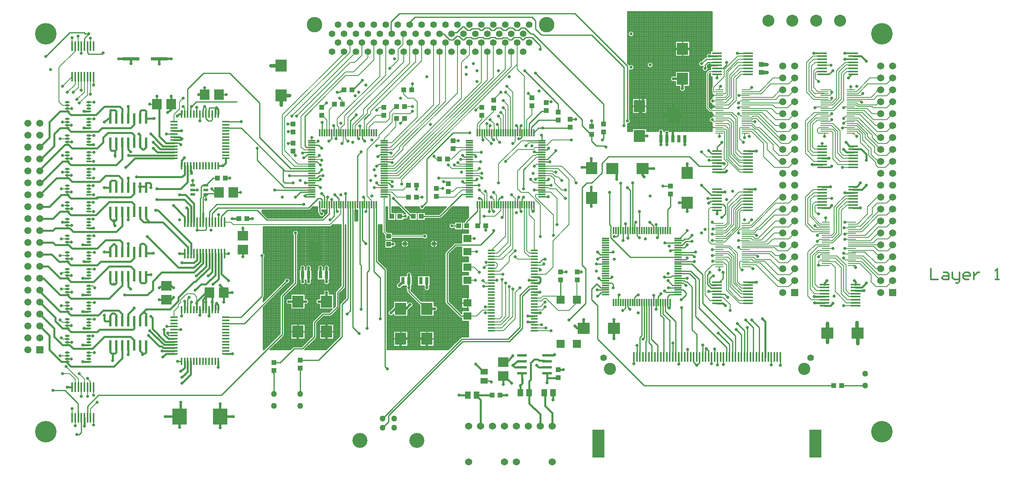
<source format=gtl>
%FSLAX24Y24*%
%MOIN*%
G70*
G01*
G75*
G04 Layer_Physical_Order=1*
%ADD10C,0.0080*%
%ADD11R,0.0157X0.0846*%
%ADD12R,0.0157X0.0846*%
%ADD13R,0.0945X0.1024*%
%ADD14R,0.0650X0.0085*%
%ADD15R,0.0846X0.0157*%
%ADD16R,0.0394X0.0433*%
%ADD17R,0.0118X0.0610*%
%ADD18R,0.0846X0.0157*%
%ADD19R,0.0610X0.0118*%
%ADD20R,0.0600X0.0150*%
%ADD21O,0.0600X0.0150*%
%ADD22R,0.0236X0.0866*%
%ADD23R,0.0433X0.0394*%
%ADD24R,0.0866X0.0787*%
%ADD25R,0.0787X0.0866*%
%ADD26R,0.0157X0.0630*%
%ADD27R,0.0630X0.0157*%
%ADD28R,0.0709X0.0630*%
%ADD29R,0.0709X0.0709*%
%ADD30R,0.0512X0.0591*%
%ADD31R,0.0591X0.0512*%
%ADD32R,0.0807X0.0236*%
%ADD33R,0.1024X0.0945*%
%ADD34R,0.1000X0.1400*%
%ADD35R,0.0300X0.0600*%
%ADD36R,0.1417X0.0315*%
%ADD37R,0.1240X0.1360*%
%ADD38R,0.0173X0.0787*%
%ADD39R,0.0173X0.0787*%
%ADD40R,0.0984X0.2362*%
%ADD41O,0.0394X0.0170*%
%ADD42R,0.0394X0.0170*%
%ADD43R,0.0394X0.0236*%
%ADD44R,0.0177X0.0807*%
%ADD45R,0.0177X0.0807*%
%ADD46C,0.0100*%
%ADD47C,0.0160*%
%ADD48C,0.0070*%
%ADD49C,0.0110*%
%ADD50C,0.0200*%
%ADD51C,0.0120*%
%ADD52C,0.0300*%
%ADD53C,0.0400*%
%ADD54C,0.0500*%
%ADD55C,0.1260*%
%ADD56C,0.1000*%
%ADD57C,0.1800*%
%ADD58C,0.0600*%
%ADD59R,0.0591X0.0591*%
%ADD60C,0.0591*%
%ADD61C,0.1300*%
%ADD62C,0.0550*%
%ADD63C,0.1024*%
%ADD64C,0.0551*%
%ADD65C,0.0250*%
D10*
X57622Y51448D02*
G03*
X57575Y51335I113J-113D01*
G01*
X57621Y51448D02*
G03*
X57575Y51335I113J-113D01*
G01*
X56672Y51160D02*
G03*
X56672Y50840I-172J-160D01*
G01*
X55500Y51640D02*
G03*
X55613Y51687I0J160D01*
G01*
X55500Y51640D02*
G03*
X55613Y51687I0J160D01*
G01*
X56800Y49560D02*
G03*
X56687Y49513I0J-160D01*
G01*
X56800Y49560D02*
G03*
X56687Y49513I0J-160D01*
G01*
X55310Y49500D02*
G03*
X55310Y49500I-310J0D01*
G01*
X55987Y48813D02*
G03*
X55940Y48700I113J-113D01*
G01*
X55987Y48813D02*
G03*
X55940Y48700I113J-113D01*
G01*
X53765Y52600D02*
G03*
X54235Y52600I235J0D01*
G01*
X52835Y51800D02*
G03*
X52831Y51843I-235J0D01*
G01*
X52643Y52031D02*
G03*
X52461Y51990I-43J-231D01*
G01*
Y51610D02*
G03*
X52835Y51800I139J190D01*
G01*
X54470Y50135D02*
G03*
X54054Y50285I-235J0D01*
G01*
Y49985D02*
G03*
X54470Y50135I181J150D01*
G01*
X52870Y49500D02*
G03*
X52870Y49500I-310J0D01*
G01*
X53117Y46810D02*
G03*
X53135Y46900I-217J90D01*
G01*
G03*
X52683Y46810I-235J0D01*
G01*
X50672Y50513D02*
G03*
X50716Y50407I150J0D01*
G01*
X50672Y50513D02*
G03*
X50716Y50407I150J0D01*
G01*
X51800Y49465D02*
G03*
X51507Y49693I-235J0D01*
G01*
Y49238D02*
G03*
X51800Y49465I59J228D01*
G01*
X51060Y47300D02*
G03*
X51013Y47413I-160J0D01*
G01*
X51060Y47300D02*
G03*
X51013Y47413I-160J0D01*
G01*
X54635Y45800D02*
G03*
X54610Y45905I-235J0D01*
G01*
X54190D02*
G03*
X54635Y45800I210J-105D01*
G01*
X55940Y44600D02*
G03*
X55987Y44487I160J0D01*
G01*
X55940Y44600D02*
G03*
X55987Y44487I160J0D01*
G01*
X55295Y44060D02*
G03*
X54982Y44282I-235J0D01*
G01*
Y43838D02*
G03*
X55295Y44060I77J222D01*
G01*
X57138Y43336D02*
G03*
X57251Y43289I113J113D01*
G01*
X57138Y43336D02*
G03*
X57251Y43289I113J113D01*
G01*
X57335Y41665D02*
G03*
X57218Y41617I0J-165D01*
G01*
X57335Y41665D02*
G03*
X57218Y41617I0J-165D01*
G01*
X53097Y45928D02*
G03*
X53110Y45990I-197J72D01*
G01*
X53135Y45800D02*
G03*
X53097Y45928I-235J0D01*
G01*
X53060Y45628D02*
G03*
X53135Y45800I-160J172D01*
G01*
X52740Y45500D02*
G03*
X52787Y45387I160J0D01*
G01*
X52740Y45500D02*
G03*
X52787Y45387I160J0D01*
G01*
X53074Y44177D02*
G03*
X53235Y44400I-74J223D01*
G01*
G03*
X52782Y44489I-235J0D01*
G01*
X52703Y45928D02*
G03*
X52740Y45628I197J-128D01*
G01*
X52690Y45990D02*
G03*
X52703Y45928I210J10D01*
G01*
X52026Y46223D02*
G03*
X52323Y45926I74J-223D01*
G01*
X52782Y43889D02*
G03*
X52809Y43912I-123J170D01*
G01*
X52782Y43889D02*
G03*
X52808Y43911I-123J170D01*
G01*
X51326Y43923D02*
G03*
X51618Y43611I74J-223D01*
G01*
X46300Y50950D02*
G03*
X46406Y50994I0J150D01*
G01*
X46300Y50950D02*
G03*
X46406Y50994I0J150D01*
G01*
X47519Y45793D02*
G03*
X47566Y45906I-113J113D01*
G01*
X47519Y45793D02*
G03*
X47566Y45906I-113J113D01*
G01*
X46803Y45530D02*
G03*
X46756Y45416I113J-113D01*
G01*
X46803Y45529D02*
G03*
X46756Y45416I113J-113D01*
G01*
X46235Y47500D02*
G03*
X45790Y47395I-235J0D01*
G01*
X46210D02*
G03*
X46235Y47500I-210J105D01*
G01*
Y46300D02*
G03*
X46210Y46405I-235J0D01*
G01*
X45710Y47395D02*
G03*
X45735Y47500I-210J105D01*
G01*
G03*
X45290Y47395I-235J0D01*
G01*
X45790Y46405D02*
G03*
X46235Y46300I210J-105D01*
G01*
X46210Y45295D02*
G03*
X46235Y45400I-210J105D01*
G01*
G03*
X45790Y45295I-235J0D01*
G01*
X43560Y50228D02*
G03*
X43635Y50400I-160J172D01*
G01*
G03*
X43240Y50228I-235J0D01*
G01*
X44710Y47395D02*
G03*
X44735Y47500I-210J105D01*
G01*
G03*
X44290Y47395I-235J0D01*
G01*
X44210D02*
G03*
X44235Y47500I-210J105D01*
G01*
G03*
X43790Y47395I-235J0D01*
G01*
X40835Y48500D02*
G03*
X40700Y48713I-235J0D01*
G01*
X40760Y48328D02*
G03*
X40835Y48500I-160J172D01*
G01*
X44735Y46300D02*
G03*
X44710Y46405I-235J0D01*
G01*
X44290D02*
G03*
X44735Y46300I210J-105D01*
G01*
X44235D02*
G03*
X44210Y46405I-235J0D01*
G01*
X43790D02*
G03*
X44235Y46300I210J-105D01*
G01*
X43513Y46087D02*
G03*
X43560Y46200I-113J113D01*
G01*
X43513Y46087D02*
G03*
X43560Y46200I-113J113D01*
G01*
X42935Y46400D02*
G03*
X42465Y46391I-235J0D01*
G01*
X42691Y46165D02*
G03*
X42935Y46400I9J235D01*
G01*
X47187Y44513D02*
G03*
X47140Y44400I113J-113D01*
G01*
X47187Y44513D02*
G03*
X47140Y44400I113J-113D01*
G01*
X47029Y44103D02*
G03*
X47076Y44216I-113J113D01*
G01*
X47029Y44103D02*
G03*
X47076Y44216I-113J113D01*
G01*
X45418Y44888D02*
G03*
X45418Y44432I-58J-228D01*
G01*
X45700Y43760D02*
G03*
X45587Y43713I0J-160D01*
G01*
X46300Y43440D02*
G03*
X46413Y43487I0J160D01*
G01*
X46300Y43440D02*
G03*
X46413Y43487I0J160D01*
G01*
X45700Y43760D02*
G03*
X45587Y43713I0J-160D01*
G01*
X44887Y43013D02*
G03*
X44840Y42900I113J-113D01*
G01*
X44887Y43013D02*
G03*
X44840Y42900I113J-113D01*
G01*
X45113Y41587D02*
G03*
X45160Y41700I-113J113D01*
G01*
X45113Y41587D02*
G03*
X45160Y41700I-113J113D01*
G01*
X44495Y44660D02*
G03*
X44182Y44882I-235J0D01*
G01*
Y44438D02*
G03*
X44495Y44660I77J222D01*
G01*
X42946Y44870D02*
G03*
X42946Y44450I-105J-210D01*
G01*
X42187Y45213D02*
G03*
X42140Y45100I113J-113D01*
G01*
X42187Y45213D02*
G03*
X42140Y45100I113J-113D01*
G01*
X40713Y44987D02*
G03*
X40760Y45100I-113J113D01*
G01*
X40713Y44987D02*
G03*
X40760Y45100I-113J113D01*
G01*
X42413Y41787D02*
G03*
X42460Y41900I-113J113D01*
G01*
X42413Y41787D02*
G03*
X42460Y41900I-113J113D01*
G01*
X43300Y40860D02*
G03*
X43187Y40813I0J-160D01*
G01*
X43300Y40860D02*
G03*
X43187Y40813I0J-160D01*
G01*
X44500Y52340D02*
G03*
X44613Y52387I0J160D01*
G01*
X44500Y52340D02*
G03*
X44613Y52387I0J160D01*
G01*
X45365Y52009D02*
G03*
X45835Y52000I235J-9D01*
G01*
X45278Y52162D02*
G03*
X45325Y52049I160J0D01*
G01*
X45835Y52000D02*
G03*
X45598Y52235I-235J0D01*
G01*
X45278Y52162D02*
G03*
X45325Y52049I160J0D01*
G01*
X71200Y59565D02*
G03*
X71435Y59800I0J235D01*
G01*
G03*
X71360Y59972I-235J0D01*
G01*
X74235Y58900D02*
G03*
X73765Y58900I-235J0D01*
G01*
X74713D02*
G03*
X74287Y58900I-213J-100D01*
G01*
X71342Y64474D02*
G03*
X71313Y64513I-142J-74D01*
G01*
X71342Y64474D02*
G03*
X71313Y64513I-142J-74D01*
G01*
X71735Y64300D02*
G03*
X71342Y64474I-235J0D01*
G01*
X71360Y64111D02*
G03*
X71735Y64300I140J189D01*
G01*
X73335Y64500D02*
G03*
X73335Y64500I-235J0D01*
G01*
X71735Y67100D02*
G03*
X71735Y67100I-235J0D01*
G01*
X75590Y62605D02*
G03*
X76035Y62500I210J-105D01*
G01*
X77755Y60900D02*
G03*
X77798Y60797I145J0D01*
G01*
X77755Y60900D02*
G03*
X77797Y60797I145J0D01*
G01*
X76035Y62500D02*
G03*
X76010Y62605I-235J0D01*
G01*
X75146Y63550D02*
G03*
X75146Y63130I-105J-210D01*
G01*
X78018Y60577D02*
G03*
X78121Y60534I103J102D01*
G01*
X78019Y60576D02*
G03*
X78121Y60534I103J103D01*
G01*
X78300Y60135D02*
G03*
X78300Y59665I0J-235D01*
G01*
Y61698D02*
G03*
X78300Y61233I35J-232D01*
G01*
X78255Y62300D02*
G03*
X78297Y62197I145J0D01*
G01*
X78255Y62300D02*
G03*
X78298Y62197I145J0D01*
G01*
X78297Y62703D02*
G03*
X78255Y62600I103J-103D01*
G01*
X78298Y62703D02*
G03*
X78255Y62600I102J-103D01*
G01*
X77797Y63903D02*
G03*
X77755Y63800I103J-103D01*
G01*
X77798Y63903D02*
G03*
X77755Y63800I102J-103D01*
G01*
X77409Y64835D02*
G03*
X77540Y64411I-9J-235D01*
G01*
X77784Y65144D02*
G03*
X77671Y65097I0J-160D01*
G01*
X77784Y65144D02*
G03*
X77671Y65097I0J-160D01*
G01*
X77540Y64372D02*
G03*
X77935Y64200I160J-172D01*
G01*
X78060Y64105D02*
G03*
X77957Y64062I0J-145D01*
G01*
X78060Y64105D02*
G03*
X77958Y64063I0J-145D01*
G01*
X77935Y64200D02*
G03*
X77860Y64372I-235J0D01*
G01*
X78177Y65430D02*
G03*
X77825Y65144I-138J-190D01*
G01*
X57900Y51726D02*
Y52600D01*
X57840Y51666D02*
Y52600D01*
X57760Y51586D02*
Y52600D01*
X57680Y51506D02*
Y52600D01*
X56526D02*
X57900D01*
X56486Y52560D02*
X57900D01*
X56406Y52480D02*
X57900D01*
X57600Y51421D02*
Y52600D01*
X57622Y51448D02*
X57900Y51726D01*
X57408Y51307D02*
X57575D01*
X56326Y52400D02*
X57900D01*
X56246Y52320D02*
X57900D01*
X56166Y52240D02*
X57900D01*
X56086Y52160D02*
X57900D01*
X57520Y51307D02*
Y52600D01*
X57440Y51307D02*
Y52600D01*
X57360Y51307D02*
Y52600D01*
X57280Y51307D02*
Y52600D01*
X57200Y51307D02*
Y52600D01*
X57120Y51307D02*
Y52600D01*
X57040Y51307D02*
Y52600D01*
X56960Y51307D02*
Y52600D01*
X56880Y51307D02*
Y52600D01*
X56800Y51307D02*
Y52600D01*
X56739Y51307D02*
X57392D01*
X56739Y51160D02*
Y51307D01*
X56560Y51227D02*
Y52600D01*
X56480Y51234D02*
Y52554D01*
X56623Y51200D02*
X56739D01*
X56400Y51213D02*
Y52474D01*
X57900Y50376D02*
Y50693D01*
X57408D02*
Y51307D01*
X57840Y50376D02*
Y50693D01*
X57760Y50376D02*
Y50693D01*
X56720Y51160D02*
Y52600D01*
X56672Y51160D02*
X56739D01*
X57408Y50693D02*
X57900D01*
X57392D02*
Y51307D01*
X57680Y50376D02*
Y50693D01*
X57600Y50376D02*
Y50693D01*
X57520Y50376D02*
Y50693D01*
X57440Y50376D02*
Y50693D01*
X56739D02*
X57392D01*
X57360Y50376D02*
Y50693D01*
X57280Y49560D02*
Y50693D01*
X57200Y49560D02*
Y50693D01*
X56640Y51189D02*
Y52600D01*
X56320Y51151D02*
Y52394D01*
X56672Y50840D02*
X56739D01*
X56320Y49146D02*
Y50849D01*
X56240Y49066D02*
Y52314D01*
X56160Y48986D02*
Y52234D01*
X56080Y48906D02*
Y52154D01*
X56623Y50800D02*
X56739D01*
Y50693D02*
Y50840D01*
X56720Y49539D02*
Y50840D01*
X56640Y49466D02*
Y50811D01*
X56560Y49386D02*
Y50773D01*
X56480Y49306D02*
Y50766D01*
X56400Y49226D02*
Y50787D01*
X56000Y52526D02*
Y52600D01*
X55920Y52446D02*
Y52600D01*
X55840Y52366D02*
Y52600D01*
X55760Y52286D02*
Y52600D01*
X54235D02*
X56074D01*
X55680Y52206D02*
Y52600D01*
X55434Y51960D02*
X56074Y52600D01*
X55600Y52126D02*
Y52600D01*
X54232Y52560D02*
X56034D01*
X54202Y52480D02*
X55954D01*
X56006Y52080D02*
X57900D01*
X55926Y52000D02*
X57900D01*
X54123Y52400D02*
X55874D01*
X52806Y52320D02*
X55794D01*
X52886Y52240D02*
X55714D01*
X52966Y52160D02*
X55634D01*
X55520Y52046D02*
Y52600D01*
X55440Y51966D02*
Y52600D01*
X55360Y51960D02*
Y52600D01*
X55280Y51960D02*
Y52600D01*
X55200Y51960D02*
Y52600D01*
X55120Y51960D02*
Y52600D01*
X55040Y51960D02*
Y52600D01*
X54960Y51960D02*
Y52600D01*
X54880Y51960D02*
Y52600D01*
X54800Y51960D02*
Y52600D01*
X54720Y51960D02*
Y52600D01*
X54640Y51960D02*
Y52600D01*
X54261Y52080D02*
X55554D01*
X54261Y52000D02*
X55474D01*
X54261Y51960D02*
X55434D01*
X54560D02*
Y52600D01*
X55846Y51920D02*
X57900D01*
X55766Y51840D02*
X57900D01*
X55686Y51760D02*
X57900D01*
X55613Y51687D02*
X56526Y52600D01*
X55606Y51680D02*
X57854D01*
X54261Y51600D02*
X57774D01*
X54261Y51520D02*
X57694D01*
X50972Y51440D02*
X57614D01*
X50972Y51360D02*
X57577D01*
X50972Y51280D02*
X56739D01*
X50972Y51200D02*
X56377D01*
X50972Y51120D02*
X56298D01*
X50972Y50880D02*
X56298D01*
X50972Y51040D02*
X56268D01*
X50972Y50720D02*
X56739D01*
X50972Y50800D02*
X56377D01*
X56000Y48826D02*
Y52074D01*
X55280Y49633D02*
Y51640D01*
X54261D02*
X55500D01*
X55120Y49786D02*
Y51640D01*
X55200Y49737D02*
Y51640D01*
X55040Y49807D02*
Y51640D01*
X54960Y49807D02*
Y51640D01*
X54880Y49786D02*
Y51640D01*
X54800Y49737D02*
Y51640D01*
X54720Y49633D02*
Y51640D01*
X50972Y50960D02*
X56268D01*
X54640Y46810D02*
Y51640D01*
X54560Y46810D02*
Y51640D01*
X57336Y50376D02*
X57900D01*
X57336Y49560D02*
Y50376D01*
Y48424D02*
X57900D01*
X56866Y49240D02*
X57336D01*
X56800Y49560D02*
X57336D01*
X56826Y49200D02*
X57336D01*
X56746Y49120D02*
X57336D01*
X56666Y49040D02*
X57336D01*
X56260Y48400D02*
X57900D01*
X56260Y48320D02*
X57900D01*
Y47976D02*
Y48424D01*
X57840Y47976D02*
Y48424D01*
X56260Y48240D02*
X57900D01*
X56260Y48160D02*
X57900D01*
X56260Y48080D02*
X57900D01*
X56260Y48000D02*
X57900D01*
X57120Y49560D02*
Y50693D01*
X57040Y49560D02*
Y50693D01*
X57336Y48424D02*
Y49240D01*
X56960Y49560D02*
Y50693D01*
X56880Y49560D02*
Y50693D01*
X56800Y49560D02*
Y50693D01*
X56586Y48960D02*
X57336D01*
X56506Y48880D02*
X57336D01*
X56426Y48800D02*
X57336D01*
X56346Y48720D02*
X57336D01*
X56266Y48640D02*
X57336D01*
X56260Y48634D02*
X56866Y49240D01*
X56260Y48560D02*
X57336D01*
X56260Y48480D02*
X57336D01*
X57760Y47976D02*
Y48424D01*
X57680Y47976D02*
Y48424D01*
X57900Y46874D02*
Y47126D01*
X57600Y47976D02*
Y48424D01*
X57336Y47976D02*
X57900D01*
X57520D02*
Y48424D01*
X57336Y47126D02*
X57900D01*
X56260Y47120D02*
X57900D01*
X57840Y46874D02*
Y47126D01*
X57760Y46874D02*
Y47126D01*
X57680Y46874D02*
Y47126D01*
X57600Y46874D02*
Y47126D01*
X56260Y47040D02*
X57900D01*
X56260Y46960D02*
X57900D01*
X57336Y46874D02*
X57900D01*
X57520D02*
Y47126D01*
X57440Y47976D02*
Y48424D01*
X57360Y47976D02*
Y48424D01*
X56260Y47920D02*
X57336D01*
Y47126D02*
Y47976D01*
X56260Y47840D02*
X57336D01*
X56260Y47760D02*
X57336D01*
X56260Y47680D02*
X57336D01*
X56260Y47600D02*
X57336D01*
X56260Y47520D02*
X57336D01*
X56260Y47440D02*
X57336D01*
X57440Y46874D02*
Y47126D01*
X57360Y46874D02*
Y47126D01*
X56260Y47360D02*
X57336D01*
X56260Y47280D02*
X57336D01*
X56260Y47200D02*
X57336D01*
X54379Y50320D02*
X57336D01*
X54445Y50240D02*
X57336D01*
X54468Y50160D02*
X57336D01*
X54463Y50080D02*
X57336D01*
X50972Y50640D02*
X57900D01*
X50987Y50560D02*
X57900D01*
X51067Y50480D02*
X57900D01*
X51507Y50400D02*
X57900D01*
X55252Y49680D02*
X57336D01*
X55293Y49600D02*
X57336D01*
X55309Y49520D02*
X56694D01*
X55304Y49440D02*
X56614D01*
X54427Y50000D02*
X57336D01*
X54330Y49920D02*
X57336D01*
X51507Y49840D02*
X57336D01*
X55169Y49760D02*
X57336D01*
X52729D02*
X54831D01*
X52812Y49680D02*
X54748D01*
X52853Y49600D02*
X54707D01*
X55277Y49360D02*
X56534D01*
X52869Y49520D02*
X54691D01*
X55218Y49280D02*
X56454D01*
X55078Y49200D02*
X56374D01*
X52837Y49360D02*
X54723D01*
X52864Y49440D02*
X54696D01*
X52638Y49200D02*
X54922D01*
X52778Y49280D02*
X54782D01*
X55987Y48813D02*
X56687Y49513D01*
X50666Y47760D02*
X55940D01*
X50346Y48080D02*
X55940D01*
X50426Y48000D02*
X55940D01*
X50506Y47920D02*
X55940D01*
X50586Y47840D02*
X55940D01*
X56260Y46880D02*
X57900D01*
X56260Y46800D02*
X57336D01*
X56260Y46720D02*
X57336D01*
X56260Y46640D02*
X57336D01*
X50746Y47680D02*
X55940D01*
X50826Y47600D02*
X55940D01*
X56260Y46560D02*
X57336D01*
X56260Y46480D02*
X57336D01*
X51060Y47280D02*
X55940D01*
X52983Y47120D02*
X55940D01*
X53089Y47040D02*
X55940D01*
X53127Y46960D02*
X55940D01*
X50906Y47520D02*
X55940D01*
X50986Y47440D02*
X55940D01*
X51048Y47360D02*
X55940D01*
X51060Y47200D02*
X55940D01*
X54660Y46800D02*
X55940D01*
X54660Y46720D02*
X55940D01*
X54660Y46640D02*
X55940D01*
X54660Y46560D02*
X55940D01*
X53134Y46880D02*
X55940D01*
X54160Y46810D02*
X54660D01*
Y46480D02*
X55940D01*
X54480Y51960D02*
Y52600D01*
X54240Y52107D02*
Y52600D01*
X54400Y51960D02*
Y52600D01*
X54320Y51960D02*
Y52600D01*
X52646Y52480D02*
X53798D01*
X53760Y52107D02*
Y52600D01*
X53680Y52107D02*
Y52600D01*
X54160Y52107D02*
Y52428D01*
X54080Y52107D02*
Y52379D01*
X54261Y51960D02*
Y52107D01*
X54000D02*
Y52365D01*
X53920Y52107D02*
Y52379D01*
X52726Y52400D02*
X53877D01*
X53608Y52107D02*
X54261D01*
X53840D02*
Y52428D01*
X53520Y52107D02*
Y52600D01*
X53440Y52107D02*
Y52600D01*
X53360Y52107D02*
Y52600D01*
X53280Y52107D02*
Y52600D01*
X53200Y52107D02*
Y52600D01*
X52960Y52166D02*
Y52600D01*
X53120Y52107D02*
Y52600D01*
X53040Y52107D02*
Y52600D01*
X53019Y52107D02*
X53592D01*
X52880Y52246D02*
Y52600D01*
X52831Y51843D02*
X52939Y51735D01*
X52720Y52406D02*
Y52600D01*
X52640Y52486D02*
Y52600D01*
X52832Y51760D02*
X52914D01*
X52800Y52326D02*
Y52600D01*
X54320Y50354D02*
Y51640D01*
X54261Y51493D02*
Y51640D01*
X54480Y46810D02*
Y51640D01*
X54400Y50302D02*
Y51640D01*
X53608Y51493D02*
Y52107D01*
X53592Y51493D02*
Y52107D01*
X53608Y51493D02*
X54261D01*
X54240Y50370D02*
Y51493D01*
X54160Y50357D02*
Y51493D01*
X54080Y50312D02*
Y51493D01*
X54000Y50285D02*
Y51493D01*
X53920Y50285D02*
Y51493D01*
X53840Y50285D02*
Y51493D01*
X52939D02*
X53592D01*
X53760Y50285D02*
Y51493D01*
X53680Y50285D02*
Y51493D01*
X53600Y50285D02*
Y52600D01*
X52939Y51493D02*
Y51735D01*
X53520Y50285D02*
Y51493D01*
X52880Y50285D02*
Y51794D01*
X52802Y51680D02*
X52939D01*
X52723Y51600D02*
X52939D01*
X52800Y50285D02*
Y51677D01*
X52720Y50285D02*
Y51598D01*
X53440Y50285D02*
Y51493D01*
X53360Y50285D02*
Y51493D01*
X53280Y50285D02*
Y51493D01*
X53200Y50285D02*
Y51493D01*
X53120Y50285D02*
Y51493D01*
X53040Y50285D02*
Y51493D01*
X52960Y50285D02*
Y51493D01*
X52526Y52600D02*
X53765D01*
X52560Y52566D02*
Y52600D01*
X52566Y52560D02*
X53768D01*
X52526Y52600D02*
X53019Y52107D01*
X51460Y52480D02*
X52194D01*
X51460Y52560D02*
X52114D01*
X52240Y52107D02*
Y52434D01*
X52160Y52107D02*
Y52514D01*
X52461Y52080D02*
X52594D01*
X52400Y52107D02*
Y52274D01*
X51808Y52107D02*
X52461D01*
X52320D02*
Y52354D01*
X51460Y52320D02*
X52354D01*
X51460Y52400D02*
X52274D01*
X51460Y52160D02*
X52514D01*
X51460Y52240D02*
X52434D01*
X52080Y52107D02*
Y52594D01*
X52000Y52107D02*
Y52600D01*
X51920Y52107D02*
Y52600D01*
X51840Y52107D02*
Y52600D01*
X51460D02*
X52074D01*
X51760Y52107D02*
Y52600D01*
X51680Y52107D02*
Y52600D01*
X51600Y52107D02*
Y52600D01*
X50972D02*
X51140D01*
X50972Y52560D02*
X51140D01*
X51520Y52107D02*
Y52600D01*
X50972Y52480D02*
X51140D01*
X50972Y52400D02*
X51140D01*
X50972Y52320D02*
X51140D01*
X50972Y52240D02*
X51140D01*
X50972Y52160D02*
X51140D01*
X52560Y52032D02*
Y52114D01*
X52480Y52002D02*
Y52194D01*
X52461Y51990D02*
Y52107D01*
X52074Y52600D02*
X52643Y52031D01*
X51460Y52107D02*
X51792D01*
X51808Y51493D02*
Y52107D01*
X52640Y50285D02*
Y51568D01*
X52461Y51493D02*
Y51610D01*
X52560Y50285D02*
Y51568D01*
X52480Y50285D02*
Y51598D01*
X52461Y51520D02*
X52939D01*
X51808Y51493D02*
X52461D01*
X52400Y50285D02*
Y51493D01*
X52320Y50285D02*
Y51493D01*
X51460Y52107D02*
Y52600D01*
X51140Y52107D02*
Y52600D01*
X51792Y51493D02*
Y52107D01*
X51139Y51493D02*
Y52107D01*
X50972Y52080D02*
X51139D01*
X50972Y50575D02*
Y52600D01*
X51120Y50461D02*
Y52600D01*
X51040Y50507D02*
Y52600D01*
X50972Y52000D02*
X51139D01*
X50972Y51920D02*
X51139D01*
X50972Y51840D02*
X51139D01*
X50972Y51760D02*
X51139D01*
X50972Y51680D02*
X51139D01*
X50972Y51600D02*
X51139D01*
X50972Y51520D02*
X51139D01*
X52880Y47134D02*
Y49985D01*
X52800Y49696D02*
Y49985D01*
X52640Y49799D02*
Y49985D01*
X52560Y49810D02*
Y49985D01*
X52720Y49766D02*
Y49985D01*
X52480Y49799D02*
Y49985D01*
X52400Y49766D02*
Y49985D01*
X52320Y49696D02*
Y49985D01*
X51710Y49280D02*
X52342D01*
X52240Y50285D02*
Y51493D01*
X52160Y50285D02*
Y51493D01*
X52080Y50285D02*
Y51493D01*
X52000Y50285D02*
Y51493D01*
X51920Y50285D02*
Y51493D01*
X51840Y50285D02*
Y51493D01*
X51760Y50285D02*
Y51493D01*
X51680Y50285D02*
Y51493D01*
X51758Y49600D02*
X52267D01*
X51760Y49597D02*
Y49985D01*
X51794Y49520D02*
X52251D01*
X51799Y49440D02*
X52256D01*
X51680Y49671D02*
Y49985D01*
X51600Y50285D02*
Y51493D01*
X51661Y49680D02*
X52308D01*
X51775Y49360D02*
X52283D01*
X54400Y46810D02*
Y49968D01*
X54320Y46810D02*
Y49916D01*
X54080Y46810D02*
Y49958D01*
X54000Y46810D02*
Y49985D01*
X53920Y46810D02*
Y49985D01*
X53840Y46810D02*
Y49985D01*
X53760Y46810D02*
Y49985D01*
X53680Y46810D02*
Y49985D01*
X54240Y46810D02*
Y49900D01*
X54160Y46810D02*
Y49912D01*
X53640Y46810D02*
X54140D01*
X53160Y46800D02*
X53640D01*
X53160Y46720D02*
X53640D01*
X53117Y46810D02*
X53160D01*
Y46640D02*
X53640D01*
X53160Y46560D02*
X53640D01*
X52960Y47127D02*
Y49985D01*
X52800Y47113D02*
Y49304D01*
X53120Y46983D02*
Y49985D01*
X53040Y47089D02*
Y49985D01*
X52720Y47051D02*
Y49234D01*
X52320Y46810D02*
Y49304D01*
X52240Y46810D02*
Y49985D01*
X52160Y46810D02*
Y49985D01*
X52640Y46810D02*
Y49201D01*
X52560Y46810D02*
Y49190D01*
X52480Y46810D02*
Y49201D01*
X52400Y46810D02*
Y49234D01*
X52140Y46810D02*
X52640D01*
X51507Y50320D02*
X54090D01*
X51520Y50285D02*
Y51493D01*
X51507Y50285D02*
X54054D01*
X51507D02*
Y50461D01*
X51139Y51493D02*
X51792D01*
X51440Y50461D02*
Y51493D01*
X51507Y49985D02*
X54054D01*
X51086Y50461D02*
X51507D01*
Y49920D02*
X54139D01*
X51507Y49808D02*
Y49985D01*
X51600Y49698D02*
Y49985D01*
X51520Y49696D02*
Y49985D01*
X50893Y49808D02*
X51507D01*
X50893Y49792D02*
X51507D01*
Y49760D02*
X52391D01*
X51507Y49693D02*
Y49792D01*
X51360Y50461D02*
Y51493D01*
X51280Y50461D02*
Y51493D01*
X51200Y50461D02*
Y51493D01*
X50972Y50575D02*
X51086Y50461D01*
X50672Y50513D02*
Y51100D01*
X50716Y50407D02*
X50893Y50229D01*
X50322Y50000D02*
X50893D01*
X50322Y49920D02*
X50893D01*
X50322Y49840D02*
X50893D01*
Y49808D02*
Y50229D01*
X50322Y49760D02*
X50893D01*
X50322Y49680D02*
X50893D01*
X50322Y49600D02*
X50893D01*
X51507Y49200D02*
X52482D01*
X51507Y49139D02*
Y49238D01*
X50893Y49139D02*
X51507D01*
X50322Y48104D02*
X51013Y47413D01*
X51060Y47120D02*
X52817D01*
X51060Y47040D02*
X52711D01*
X51060Y46960D02*
X52673D01*
X51060Y46880D02*
X52666D01*
X51060Y46800D02*
X52140D01*
X51060Y46720D02*
X52140D01*
X51060Y46640D02*
X52140D01*
X51060Y46560D02*
X52140D01*
X50893Y49139D02*
Y49792D01*
X50720Y47706D02*
Y50403D01*
X50880Y47546D02*
Y50243D01*
X50800Y47626D02*
Y50323D01*
X50480Y47946D02*
Y51100D01*
X50400Y48026D02*
Y51100D01*
X50640Y47786D02*
Y51100D01*
X50560Y47866D02*
Y51100D01*
X50322Y49520D02*
X50893D01*
X50322Y49440D02*
X50893D01*
X51040Y47377D02*
Y49139D01*
X50960Y47466D02*
Y49139D01*
X50322Y49360D02*
X50893D01*
X50322Y49280D02*
X50893D01*
X50322Y49200D02*
X50893D01*
X57336Y46024D02*
X57900D01*
X56260Y46000D02*
X57900D01*
X56260Y45920D02*
X57900D01*
Y44976D02*
Y46024D01*
X56260Y45840D02*
X57900D01*
X56260Y45760D02*
X57900D01*
X56260Y45680D02*
X57900D01*
X56260Y45600D02*
X57900D01*
X56260Y45520D02*
X57900D01*
X56260Y45440D02*
X57900D01*
X56260Y45360D02*
X57900D01*
X57336Y44976D02*
X57900D01*
X56260Y45280D02*
X57900D01*
X56260Y45200D02*
X57900D01*
X56260Y45120D02*
X57900D01*
X56260Y45040D02*
X57900D01*
X56260Y46400D02*
X57336D01*
Y46024D02*
Y46874D01*
X57840Y44976D02*
Y46024D01*
X57760Y44976D02*
Y46024D01*
X56260Y46320D02*
X57336D01*
X56260Y46240D02*
X57336D01*
X56260Y46160D02*
X57336D01*
X56260Y46080D02*
X57336D01*
X57680Y44976D02*
Y46024D01*
X57600Y44976D02*
Y46024D01*
X57520Y44976D02*
Y46024D01*
X57440Y44976D02*
Y46024D01*
X57360Y44976D02*
Y46024D01*
X56260Y44960D02*
X57336D01*
X56260Y44880D02*
X57336D01*
X56260Y44800D02*
X57336D01*
Y44126D02*
Y44976D01*
X57280Y43646D02*
Y49240D01*
X57200Y43726D02*
Y49240D01*
X56260Y44720D02*
X57336D01*
X56286Y44640D02*
X57336D01*
X56260Y44666D02*
X57317Y43609D01*
X57120Y43806D02*
Y49240D01*
X56686Y44240D02*
X57336D01*
X56766Y44160D02*
X57336D01*
X56366Y44560D02*
X57336D01*
X56446Y44480D02*
X57336D01*
X56526Y44400D02*
X57336D01*
X56606Y44320D02*
X57336D01*
X56880Y44046D02*
Y49240D01*
X56800Y44126D02*
Y49174D01*
X57040Y43886D02*
Y49240D01*
X56960Y43966D02*
Y49240D01*
X56560Y44366D02*
Y48934D01*
X56480Y44446D02*
Y48854D01*
X56720Y44206D02*
Y49094D01*
X56640Y44286D02*
Y49014D01*
X56320Y44606D02*
Y48694D01*
X56260Y44666D02*
Y48634D01*
X56400Y44526D02*
Y48774D01*
X56240Y40638D02*
Y44234D01*
X55987Y44487D02*
X57138Y43336D01*
X56160Y40600D02*
Y44314D01*
X56080Y40600D02*
Y44394D01*
X54660Y46400D02*
X55940D01*
X54660Y46320D02*
X55940D01*
X54660Y46240D02*
X55940D01*
X54660Y46160D02*
X55940D01*
X54660Y46080D02*
X55940D01*
X54660Y46000D02*
X55940D01*
X54610Y45920D02*
X55940D01*
X54632Y45840D02*
X55940D01*
X54632Y45760D02*
X55940D01*
X54602Y45680D02*
X55940D01*
X54523Y45600D02*
X55940D01*
X53426Y45200D02*
X55940D01*
X53106Y45520D02*
X55940D01*
X53186Y45440D02*
X55940D01*
X53266Y45360D02*
X55940D01*
X53346Y45280D02*
X55940D01*
X54960Y44682D02*
Y49193D01*
X54880Y44682D02*
Y49214D01*
X54800Y44682D02*
Y49263D01*
X54720Y44682D02*
Y49367D01*
X54660Y45990D02*
Y46810D01*
X54610Y45990D02*
X54660D01*
X54610Y45905D02*
Y45990D01*
X53746Y44880D02*
X55940D01*
X53826Y44800D02*
X55940D01*
X53906Y44720D02*
X55940D01*
X53506Y45120D02*
X55940D01*
X53060Y45600D02*
X54277D01*
X53586Y45040D02*
X55940D01*
X53666Y44960D02*
X55940D01*
Y44600D02*
Y48700D01*
X55920Y40600D02*
Y51994D01*
X55840Y40600D02*
Y51914D01*
X55760Y40600D02*
Y51834D01*
X54982Y44640D02*
X55940D01*
X55680Y40600D02*
Y51754D01*
X55600Y40600D02*
Y51675D01*
X55520Y40600D02*
Y51641D01*
X55211Y44240D02*
X56234D01*
X56000Y40600D02*
Y44474D01*
X54982Y44480D02*
X55994D01*
X54982Y44560D02*
X55945D01*
X54982Y44320D02*
X56154D01*
X54982Y44400D02*
X56074D01*
X55280Y44142D02*
Y49367D01*
X55200Y44248D02*
Y49263D01*
X55440Y40600D02*
Y51640D01*
X55360Y40600D02*
Y51640D01*
X54640Y44682D02*
Y45990D01*
X54560Y44682D02*
Y45628D01*
X55120Y44287D02*
Y49214D01*
X55040Y44294D02*
Y49193D01*
X54480Y44682D02*
Y45579D01*
X54400Y44682D02*
Y45565D01*
X54982Y44282D02*
Y44682D01*
X54320D02*
Y45579D01*
X54240Y44682D02*
Y45628D01*
X53945Y44682D02*
X54982D01*
X57900Y43874D02*
Y44126D01*
X57840Y43874D02*
Y44126D01*
X57760Y43874D02*
Y44126D01*
X57680Y43874D02*
Y44126D01*
X57336D02*
X57900D01*
X57600Y43874D02*
Y44126D01*
X57520Y43874D02*
Y44126D01*
X57440Y43874D02*
Y44126D01*
X57336Y43874D02*
X57900D01*
X57360D02*
Y44126D01*
X57166Y43760D02*
X57336D01*
X57246Y43680D02*
X57336D01*
X56846Y44080D02*
X57900D01*
X56926Y44000D02*
X57900D01*
X57006Y43920D02*
X57900D01*
X57086Y43840D02*
X57336D01*
X55294Y44080D02*
X56394D01*
X55272Y44160D02*
X56314D01*
X57336Y43609D02*
Y43874D01*
X55287Y44000D02*
X56474D01*
X55143Y43840D02*
X56634D01*
X55249Y43920D02*
X56554D01*
X54982Y43438D02*
Y43838D01*
X57251Y43289D02*
X57336D01*
X54982Y43760D02*
X56714D01*
X54982Y43600D02*
X56874D01*
X54982Y43680D02*
X56794D01*
X54982Y43440D02*
X57034D01*
X54982Y43520D02*
X56954D01*
X57900Y41665D02*
Y43024D01*
X57840Y41665D02*
Y43024D01*
X57760Y41665D02*
Y43024D01*
X57680Y41665D02*
Y43024D01*
X57336D02*
X57900D01*
X57336D02*
Y43289D01*
X57280Y41656D02*
Y43289D01*
X57200Y41598D02*
Y43297D01*
X57600Y41665D02*
Y43024D01*
X57520Y41665D02*
Y43024D01*
X57440Y41665D02*
Y43024D01*
X57360Y41665D02*
Y43024D01*
X57335Y41665D02*
X57900D01*
X56202Y40600D02*
X57218Y41617D01*
X56640Y41038D02*
Y43834D01*
X56560Y40958D02*
Y43914D01*
X56480Y40878D02*
Y43994D01*
X56400Y40798D02*
Y44074D01*
X56320Y40718D02*
Y44154D01*
X55280Y40600D02*
Y43978D01*
X55200Y40600D02*
Y43871D01*
X55120Y40600D02*
Y43833D01*
X57120Y41518D02*
Y43354D01*
X57040Y41438D02*
Y43434D01*
X56960Y41358D02*
Y43514D01*
X56880Y41278D02*
Y43594D01*
X56800Y41198D02*
Y43674D01*
X56720Y41118D02*
Y43754D01*
X55040Y40600D02*
Y43826D01*
X51060Y42960D02*
X57900D01*
X51060Y43280D02*
X57336D01*
X51060Y42880D02*
X57900D01*
X51060Y42800D02*
X57900D01*
X51060Y42720D02*
X57900D01*
X51060Y42640D02*
X57900D01*
X51060Y42560D02*
X57900D01*
X51060Y42480D02*
X57900D01*
X54982Y42160D02*
X57900D01*
X54982Y42080D02*
X57900D01*
X54982Y42000D02*
X57900D01*
X54982Y41920D02*
X57900D01*
X51060Y42400D02*
X57900D01*
X51060Y42320D02*
X57900D01*
X51060Y42240D02*
X57900D01*
X54982Y41840D02*
X57900D01*
X54960Y42162D02*
Y43438D01*
X54880Y42162D02*
Y43438D01*
X54800Y42162D02*
Y43438D01*
X54720Y42162D02*
Y43438D01*
X53818D02*
X54982D01*
X54640Y42162D02*
Y43438D01*
X54560Y42162D02*
Y43438D01*
X54480Y42162D02*
Y43438D01*
X51060Y43360D02*
X57114D01*
X54400Y42162D02*
Y43438D01*
X53818Y42162D02*
X54982D01*
X54320D02*
Y43438D01*
X51060Y43200D02*
X57336D01*
X51060Y43120D02*
X57336D01*
X51060Y43040D02*
X57336D01*
X54982Y41760D02*
X57900D01*
X54982Y41680D02*
X57900D01*
X54982Y41600D02*
X57202D01*
X54982Y41520D02*
X57122D01*
X54982Y41440D02*
X57042D01*
X54982Y41360D02*
X56962D01*
X54982Y41280D02*
X56882D01*
X54982Y41200D02*
X56802D01*
X54982Y41120D02*
X56722D01*
X54982Y41040D02*
X56642D01*
X54982Y40960D02*
X56562D01*
X51060Y40880D02*
X56482D01*
X51060Y40800D02*
X56402D01*
X51060Y40720D02*
X56322D01*
X51060Y40640D02*
X56242D01*
X51060Y40600D02*
X56202D01*
X54982Y40918D02*
Y42162D01*
X54960Y40600D02*
Y40918D01*
X54880Y40600D02*
Y40918D01*
X53818D02*
X54982D01*
X54800Y40600D02*
Y40918D01*
X54720Y40600D02*
Y40918D01*
X54640Y40600D02*
Y40918D01*
X54560Y40600D02*
Y40918D01*
X54480Y40600D02*
Y40918D01*
X54400Y40600D02*
Y40918D01*
X54320Y40600D02*
Y40918D01*
X53160Y46480D02*
X53640D01*
X53160Y46400D02*
X53640D01*
Y45990D02*
Y46810D01*
X53600Y45026D02*
Y49985D01*
X53160Y46320D02*
X53640D01*
X53160Y46240D02*
X53640D01*
X53160Y46160D02*
X53640D01*
X53160Y46080D02*
X53640D01*
Y45990D02*
X54140D01*
X53160Y46000D02*
X53640D01*
X54190Y45905D02*
Y45990D01*
X53680Y44946D02*
Y45990D01*
X53102Y45920D02*
X54190D01*
X53132Y45840D02*
X54168D01*
X53102Y45680D02*
X54198D01*
X53132Y45760D02*
X54168D01*
X53360Y45266D02*
Y49985D01*
X53280Y45346D02*
Y49985D01*
X53520Y45106D02*
Y49985D01*
X53440Y45186D02*
Y49985D01*
X53160Y45990D02*
Y46810D01*
X53110Y45990D02*
X53160D01*
X53200Y45426D02*
Y49985D01*
X53120Y45883D02*
Y45990D01*
Y45506D02*
Y45717D01*
X53060Y45566D02*
Y45628D01*
X52740Y45500D02*
Y45628D01*
X53920Y44706D02*
Y45990D01*
X53840Y44786D02*
Y45990D01*
X54080Y44682D02*
Y45990D01*
X54000Y44682D02*
Y45990D01*
X53060Y45566D02*
X53945Y44682D01*
X53760Y44866D02*
Y45990D01*
X52787Y45387D02*
X53818Y44356D01*
X52782Y44640D02*
X53534D01*
X53818Y43438D02*
Y44356D01*
X53760Y40600D02*
Y44414D01*
X53680Y40600D02*
Y44494D01*
X53600Y40600D02*
Y44574D01*
X53221Y44480D02*
X53694D01*
X53172Y44560D02*
X53614D01*
X53221Y44320D02*
X53818D01*
X53235Y44400D02*
X53774D01*
X53120Y44602D02*
Y45054D01*
X53040Y44632D02*
Y45134D01*
X53280Y40600D02*
Y44894D01*
X53200Y44523D02*
Y44974D01*
X52960Y44632D02*
Y45214D01*
X52720Y44682D02*
Y45649D01*
X52880Y44602D02*
Y45294D01*
X52800Y44523D02*
Y45374D01*
X53520Y40600D02*
Y44654D01*
X53440Y40600D02*
Y44734D01*
X53360Y40600D02*
Y44814D01*
X52782Y44560D02*
X52828D01*
X52782Y44489D02*
Y44682D01*
X52660Y45990D02*
X52690D01*
X52387D02*
X52640D01*
X52321Y45920D02*
X52698D01*
X52272Y45840D02*
X52668D01*
X51060Y45680D02*
X52698D01*
X51060Y45760D02*
X52668D01*
X51060Y45600D02*
X52740D01*
X51060Y45520D02*
X52740D01*
X51060Y45360D02*
X52814D01*
X51060Y45440D02*
X52752D01*
X51060Y45200D02*
X52974D01*
X51060Y45280D02*
X52894D01*
X51060Y45040D02*
X53134D01*
X51060Y45120D02*
X53054D01*
X52140Y46337D02*
Y46810D01*
X52080Y46277D02*
Y49985D01*
X52026Y46223D02*
X52140Y46337D01*
X52000Y46213D02*
Y49985D01*
X51060Y46480D02*
X52140D01*
X51060Y46400D02*
X52140D01*
X51060Y46320D02*
X52123D01*
X51920Y46151D02*
Y49985D01*
X51060Y46240D02*
X52043D01*
X51060Y46160D02*
X51928D01*
X52323Y45926D02*
X52387Y45990D01*
X51060Y46080D02*
X51879D01*
X51060Y46000D02*
X51865D01*
X51060Y45840D02*
X51928D01*
X51060Y45920D02*
X51879D01*
X52640Y44682D02*
Y45990D01*
X52560Y44682D02*
Y45990D01*
X52480Y44682D02*
Y45990D01*
X52400Y44682D02*
Y45990D01*
X52320Y44682D02*
Y45917D01*
X52240Y44682D02*
Y45811D01*
X51920Y44682D02*
Y45849D01*
X51840Y44682D02*
Y49985D01*
X52160Y44682D02*
Y45773D01*
X52080Y44682D02*
Y45766D01*
X51618Y44682D02*
X52782D01*
X52000D02*
Y45787D01*
X51060Y44880D02*
X53294D01*
X51060Y44960D02*
X53214D01*
X51060Y44720D02*
X53454D01*
X51060Y44800D02*
X53374D01*
X51760Y44682D02*
Y49334D01*
X51680Y44682D02*
Y49260D01*
X51600Y44197D02*
Y49233D01*
X51520Y44117D02*
Y49235D01*
X51440Y44037D02*
Y49139D01*
X51360Y43957D02*
Y49139D01*
X51280Y43902D02*
Y49139D01*
X51200Y43823D02*
Y49139D01*
X51060Y44640D02*
X51618D01*
Y44214D02*
Y44682D01*
X51120Y40600D02*
Y49139D01*
X51060Y40600D02*
Y47300D01*
Y44560D02*
X51618D01*
X51060Y44480D02*
X51618D01*
X51060Y44400D02*
X51618D01*
X53172Y44240D02*
X53818D01*
X53057Y44160D02*
X53818D01*
X52977Y44080D02*
X53818D01*
X52897Y44000D02*
X53818D01*
X52817Y43920D02*
X53818D01*
X52782Y43840D02*
X53818D01*
X52782Y43760D02*
X53818D01*
X52782Y43680D02*
X53818D01*
X54240Y42162D02*
Y43438D01*
X54160Y42162D02*
Y43438D01*
X54080Y42162D02*
Y43438D01*
X54000Y42162D02*
Y43438D01*
X52782Y43600D02*
X53818D01*
X52782Y43520D02*
X53818D01*
X53920Y42162D02*
Y43438D01*
X53840Y42162D02*
Y43438D01*
X52809Y43912D02*
X53074Y44177D01*
X52782Y43438D02*
Y43889D01*
Y43440D02*
X53818D01*
X52720Y42162D02*
Y43438D01*
X52640Y42162D02*
Y43438D01*
X52560Y42162D02*
Y43438D01*
X52782Y42160D02*
X53818D01*
X52782Y42080D02*
X53818D01*
X52782Y42000D02*
X53818D01*
X52782Y41920D02*
X53818D01*
X52480Y42162D02*
Y43438D01*
X52400Y42162D02*
Y43438D01*
X52782Y41840D02*
X53818D01*
X52320Y42162D02*
Y43438D01*
X52782Y41760D02*
X53818D01*
X52782Y41680D02*
X53818D01*
X52782Y41600D02*
X53818D01*
X52782Y41520D02*
X53818D01*
X52782Y41440D02*
X53818D01*
X52782Y41360D02*
X53818D01*
X52782Y41280D02*
X53818D01*
X52782Y41200D02*
X53818D01*
X54240Y40600D02*
Y40918D01*
X54160Y40600D02*
Y40918D01*
X54080Y40600D02*
Y40918D01*
X54000Y40600D02*
Y40918D01*
X52782Y41120D02*
X53818D01*
X52782Y41040D02*
X53818D01*
X53920Y40600D02*
Y40918D01*
X53840Y40600D02*
Y40918D01*
X53818D02*
Y42162D01*
X53200Y40600D02*
Y44277D01*
X53120Y40600D02*
Y44198D01*
X53040Y40600D02*
Y44143D01*
X52960Y40600D02*
Y44063D01*
X52782Y40918D02*
Y42162D01*
X52880Y40600D02*
Y43983D01*
X52800Y40600D02*
Y43903D01*
X52782Y40960D02*
X53818D01*
X52720Y40600D02*
Y40918D01*
X52640Y40600D02*
Y40918D01*
X52560Y40600D02*
Y40918D01*
X52480Y40600D02*
Y40918D01*
X52400Y40600D02*
Y40918D01*
X52320Y40600D02*
Y40918D01*
X51551Y43520D02*
X51618D01*
Y43438D02*
Y43611D01*
Y43438D02*
X52782D01*
X52240Y42162D02*
Y43438D01*
X51060Y44320D02*
X51618D01*
X51060Y44240D02*
X51618D01*
X51326Y43923D02*
X51611Y44208D01*
X52160Y42162D02*
Y43438D01*
X52080Y42162D02*
Y43438D01*
X52000Y42162D02*
Y43438D01*
X51920Y42162D02*
Y43438D01*
X51840Y42162D02*
Y43438D01*
X51760Y42162D02*
Y43438D01*
X51618Y42162D02*
X52782D01*
X51680D02*
Y43438D01*
X51060Y44160D02*
X51563D01*
X51060Y44080D02*
X51483D01*
X51060Y44000D02*
X51403D01*
X51060Y43920D02*
X51317D01*
X51060Y43840D02*
X51211D01*
X51060Y43760D02*
X51173D01*
X51060Y43600D02*
X51187D01*
X51060Y43680D02*
X51166D01*
X51060Y43440D02*
X51618D01*
X51060Y43520D02*
X51249D01*
X51060Y42160D02*
X51618D01*
X51060Y42080D02*
X51618D01*
X51060Y42000D02*
X51618D01*
X51060Y41920D02*
X51618D01*
X51060Y41840D02*
X51618D01*
X51060Y41760D02*
X51618D01*
X51060Y41680D02*
X51618D01*
Y40918D02*
X52782D01*
X51060Y41600D02*
X51618D01*
X52240Y40600D02*
Y40918D01*
X52160Y40600D02*
Y40918D01*
X52080Y40600D02*
Y40918D01*
X52000Y40600D02*
Y40918D01*
X51920Y40600D02*
Y40918D01*
X51840Y40600D02*
Y40918D01*
X51760Y40600D02*
Y40918D01*
X51680Y40600D02*
Y40918D01*
X51618D02*
Y42162D01*
X51600Y40600D02*
Y43577D01*
X51520Y40600D02*
Y43498D01*
X51440Y40600D02*
Y43468D01*
X51060Y41520D02*
X51618D01*
X51360Y40600D02*
Y43468D01*
X51280Y40600D02*
Y43498D01*
X51200Y40600D02*
Y43577D01*
X51060Y41440D02*
X51618D01*
X51060Y41360D02*
X51618D01*
X51060Y41280D02*
X51618D01*
X51060Y41200D02*
X51618D01*
X51060Y41120D02*
X51618D01*
X51060Y41040D02*
X51618D01*
X51060Y40960D02*
X51618D01*
X50322Y51100D02*
X50672D01*
X50322Y51040D02*
X50672D01*
X50322Y50960D02*
X50672D01*
X50322Y50880D02*
X50672D01*
X47566Y51100D02*
X47640D01*
X47566Y51040D02*
X47640D01*
X50322Y50800D02*
X50672D01*
X50322Y50720D02*
X50672D01*
X50322Y50640D02*
X50672D01*
X50322Y50560D02*
X50672D01*
X50322Y50400D02*
X50723D01*
X50322Y50480D02*
X50675D01*
X50322Y50240D02*
X50883D01*
X50322Y50320D02*
X50803D01*
X50322Y50160D02*
X50893D01*
X50322Y50080D02*
X50893D01*
X47566Y50960D02*
X47640D01*
X47566Y50880D02*
X47640D01*
X47566Y50800D02*
X47640D01*
X47566Y50720D02*
X47640D01*
X47566Y50640D02*
X47640D01*
X47566Y50560D02*
X47640D01*
X47566Y50480D02*
X47640D01*
X47566Y50400D02*
X47640D01*
X47566Y50320D02*
X47640D01*
X47566Y50240D02*
X47640D01*
X47566Y50160D02*
X47640D01*
X47566Y50080D02*
X47640D01*
X47566Y50000D02*
X47640D01*
X47566Y49920D02*
X47640D01*
X47566Y49840D02*
X47640D01*
X47566Y49760D02*
X47640D01*
X50322Y49120D02*
X56294D01*
X50322Y49040D02*
X56214D01*
X50322Y48960D02*
X56134D01*
X50322Y48104D02*
Y51100D01*
X47566Y49680D02*
X47640D01*
X47566Y49600D02*
X47640D01*
X50322Y48880D02*
X56054D01*
X47566Y49520D02*
X47640D01*
X50322Y48800D02*
X55975D01*
X50322Y48720D02*
X55941D01*
X50322Y48640D02*
X55940D01*
X50322Y48560D02*
X55940D01*
X50322Y48480D02*
X55940D01*
X50322Y48400D02*
X55940D01*
X50322Y48320D02*
X55940D01*
X50322Y48240D02*
X55940D01*
X47566Y49440D02*
X47640D01*
X47566Y49360D02*
X47640D01*
X47566Y49280D02*
X47640D01*
X47566Y45906D02*
Y51100D01*
Y49200D02*
X47640D01*
X47566Y49120D02*
X47640D01*
X47566Y49040D02*
X47640D01*
X47566Y48960D02*
X47640D01*
X47566Y48880D02*
X47640D01*
X47566Y48800D02*
X47640D01*
X47566Y48720D02*
X47640D01*
X47566Y48640D02*
X47640D01*
X47566Y48560D02*
X47640D01*
X47566Y48480D02*
X47640D01*
X47566Y48400D02*
X47640D01*
X46512Y51100D02*
X47246D01*
X46452Y51040D02*
X47246D01*
X46354Y50960D02*
X47246D01*
X43572Y50560D02*
X47246D01*
X40700Y50880D02*
X47246D01*
X40700Y50800D02*
X47246D01*
X40700Y50720D02*
X47246D01*
X40700Y50640D02*
X47246D01*
X43621Y50480D02*
X47246D01*
X43635Y50400D02*
X47246D01*
X43621Y50320D02*
X47246D01*
X43572Y50240D02*
X47246D01*
X43560Y50160D02*
X47246D01*
X43560Y50080D02*
X47246D01*
X43560Y50000D02*
X47246D01*
X43560Y49920D02*
X47246D01*
X46406Y50994D02*
X46512Y51100D01*
X43560Y49840D02*
X47246D01*
X43560Y49760D02*
X47246D01*
X40700Y50950D02*
X46300D01*
X43560Y49680D02*
X47246D01*
X43560Y49600D02*
X47246D01*
X43560Y49520D02*
X47246D01*
X43560Y49440D02*
X47246D01*
X43560Y49360D02*
X47246D01*
X43560Y49280D02*
X47246D01*
X43560Y49200D02*
X47246D01*
X43560Y49120D02*
X47246D01*
X43560Y49040D02*
X47246D01*
X43560Y48960D02*
X47246D01*
Y45973D02*
Y51100D01*
X47200Y45926D02*
Y51100D01*
X47120Y45846D02*
Y51100D01*
X47040Y45766D02*
Y51100D01*
X43560Y48880D02*
X47246D01*
X43560Y48800D02*
X47246D01*
X43560Y48720D02*
X47246D01*
X46960Y45686D02*
Y51100D01*
X43560Y48640D02*
X47246D01*
X43560Y48560D02*
X47246D01*
X47566Y48320D02*
X47640D01*
X47566Y48240D02*
X47640D01*
X43560Y48480D02*
X47246D01*
X43560Y48400D02*
X47246D01*
X43560Y48320D02*
X47246D01*
X43560Y48240D02*
X47246D01*
X46880Y45606D02*
Y51100D01*
X46800Y45526D02*
Y51100D01*
X46560Y45282D02*
Y51100D01*
X46480Y45282D02*
Y51068D01*
X46240Y47310D02*
Y50950D01*
X46160Y47672D02*
Y50950D01*
X46400Y45282D02*
Y50988D01*
X46320Y45282D02*
Y50951D01*
X46080Y47721D02*
Y50950D01*
X46000Y47735D02*
Y50950D01*
X45920Y47721D02*
Y50950D01*
X45840Y47672D02*
Y50950D01*
X45600Y47713D02*
Y50950D01*
X45520Y47734D02*
Y50950D01*
X45680Y47651D02*
Y50950D01*
X50322Y48160D02*
X55940D01*
X47566D02*
X47640D01*
X47566Y48080D02*
X47640D01*
X47566Y48000D02*
X47640D01*
X47566Y47920D02*
X47640D01*
X47566Y47840D02*
X47640D01*
X47566Y47760D02*
X47640D01*
X47566Y47680D02*
X47640D01*
X47566Y47600D02*
X47640D01*
X47566Y47520D02*
X47640D01*
X47566Y47440D02*
X47640D01*
X47566Y47360D02*
X47640D01*
X47566Y47280D02*
X47640D01*
X47566Y47200D02*
X47640D01*
X47566Y47120D02*
X47640D01*
X47566Y47040D02*
X47640D01*
X46260Y47280D02*
X47246D01*
X46260Y47200D02*
X47246D01*
X47566Y46960D02*
X47640D01*
X46260Y47120D02*
X47246D01*
X46213Y47600D02*
X47246D01*
X46234Y47520D02*
X47246D01*
X46227Y47440D02*
X47246D01*
X46260Y47040D02*
X47246D01*
X47566Y46880D02*
X47640D01*
X47566Y46800D02*
X47640D01*
X47566Y46720D02*
X47640D01*
X47566Y46640D02*
X47640D01*
X46260Y46960D02*
X47246D01*
X46260Y46880D02*
X47246D01*
X46260Y46800D02*
X47246D01*
X46260Y46720D02*
X47246D01*
X47566Y46560D02*
X47640D01*
X47566Y46480D02*
X47640D01*
X47566Y46400D02*
X47640D01*
X47566Y46320D02*
X47640D01*
X47566Y46240D02*
X47640D01*
X47566Y46160D02*
X47640D01*
X47566Y46080D02*
X47640D01*
X47566Y46000D02*
X47640D01*
X47566Y45920D02*
X47640D01*
X47552Y45840D02*
X47640D01*
X47486Y45760D02*
X47640D01*
X47406Y45680D02*
X47640D01*
X47326Y45600D02*
X47640D01*
X47246Y45520D02*
X47640D01*
X47166Y45440D02*
X47640D01*
X47086Y45360D02*
X47640D01*
X46260Y46490D02*
Y47310D01*
X46803Y45530D02*
X47246Y45973D01*
X46260Y46640D02*
X47246D01*
X46260Y46560D02*
X47246D01*
X46213Y46400D02*
X47246D01*
X46240Y45282D02*
Y46490D01*
X47076Y45350D02*
X47519Y45793D01*
X47076Y45280D02*
X47640D01*
X47076Y45200D02*
X47640D01*
X46582Y45280D02*
X46756D01*
X46582Y45200D02*
X46756D01*
X43560Y48160D02*
X47246D01*
X43560Y48080D02*
X47246D01*
X46151Y47680D02*
X47246D01*
X43560Y48000D02*
X47246D01*
X43560Y47920D02*
X47246D01*
X43560Y47840D02*
X47246D01*
X43560Y47760D02*
X47246D01*
X46210Y47360D02*
X47246D01*
X46234Y46320D02*
X47246D01*
X46210Y47310D02*
Y47395D01*
Y46480D02*
X47246D01*
X46210Y47310D02*
X46260D01*
X46210Y46490D02*
X46260D01*
X45713Y47600D02*
X45787D01*
X45734Y47520D02*
X45766D01*
X45727Y47440D02*
X45773D01*
X45790Y47310D02*
Y47395D01*
X45651Y47680D02*
X45849D01*
X45710Y47310D02*
Y47395D01*
Y47360D02*
X45790D01*
X45240Y46490D02*
X45740D01*
X46210Y46405D02*
Y46490D01*
X45790Y46405D02*
Y46490D01*
X44710Y46480D02*
X45790D01*
X44713Y46400D02*
X45787D01*
X44734Y46320D02*
X45766D01*
X46227Y46240D02*
X47246D01*
X46189Y46160D02*
X47246D01*
X46083Y46080D02*
X47246D01*
X43426Y46000D02*
X47246D01*
X43346Y45920D02*
X47194D01*
X43266Y45840D02*
X47114D01*
X43186Y45760D02*
X47034D01*
X46202Y45520D02*
X46794D01*
X46232Y45440D02*
X46758D01*
X46232Y45360D02*
X46756D01*
X43106Y45680D02*
X46954D01*
X46123Y45600D02*
X46874D01*
X46210Y45282D02*
X46582D01*
X46080Y45621D02*
Y46079D01*
X46000Y45635D02*
Y46065D01*
X46160Y45572D02*
Y46128D01*
X45840Y45572D02*
Y46128D01*
X44689Y46160D02*
X45811D01*
X44727Y46240D02*
X45773D01*
X45680Y45282D02*
Y46490D01*
X45600Y45282D02*
Y46490D01*
X44583Y46080D02*
X45917D01*
X45920Y45621D02*
Y46079D01*
X43026Y45600D02*
X45877D01*
X45418Y45282D02*
X45790D01*
X42946Y45520D02*
X45798D01*
X42866Y45440D02*
X45768D01*
X42786Y45360D02*
X45768D01*
X45440Y47727D02*
Y50950D01*
X45360Y47689D02*
Y50950D01*
X45280Y47583D02*
Y50950D01*
X44720Y47583D02*
Y50950D01*
X44560Y47727D02*
Y50950D01*
X44480Y47734D02*
Y50950D01*
X44640Y47689D02*
Y50950D01*
X44400Y47713D02*
Y50950D01*
X44651Y47680D02*
X45349D01*
X44713Y47600D02*
X45287D01*
X44734Y47520D02*
X45266D01*
X44727Y47440D02*
X45273D01*
X44151Y47680D02*
X44349D01*
X44320Y47651D02*
Y50950D01*
X44213Y47600D02*
X44287D01*
X44234Y47520D02*
X44266D01*
X44080Y47721D02*
Y50950D01*
X44000Y47735D02*
Y50950D01*
X44160Y47672D02*
Y50950D01*
X43920Y47721D02*
Y50950D01*
X43520Y50602D02*
Y50950D01*
X43440Y50632D02*
Y50950D01*
X43840Y47672D02*
Y50950D01*
X43600Y50523D02*
Y50950D01*
X43560Y47680D02*
X43849D01*
X43560Y47600D02*
X43787D01*
X43560Y47520D02*
X43766D01*
X43360Y50632D02*
Y50950D01*
X43280Y50602D02*
Y50950D01*
X43200Y50523D02*
Y50950D01*
X45280Y47310D02*
Y47417D01*
X44720Y47310D02*
Y47417D01*
X44227Y47440D02*
X44273D01*
X43560D02*
X43773D01*
X45290Y47310D02*
Y47395D01*
X45240Y47310D02*
X45290D01*
X45240Y46490D02*
Y47310D01*
X44710D02*
Y47395D01*
Y47360D02*
X45290D01*
X44210D02*
X44290D01*
Y47310D02*
Y47395D01*
X44210Y47310D02*
Y47395D01*
X43760Y47310D02*
Y50950D01*
X43120Y46146D02*
Y50950D01*
X43680Y45282D02*
Y50950D01*
X43040Y46066D02*
Y50950D01*
X42800Y46613D02*
Y50950D01*
X42720Y46634D02*
Y50950D01*
X42960Y45986D02*
Y50950D01*
X42880Y46551D02*
Y50950D01*
X43560Y47360D02*
X43790D01*
Y47310D02*
Y47395D01*
X43600Y45282D02*
Y50277D01*
X43560Y46200D02*
Y50228D01*
X43240Y46266D02*
Y50228D01*
X42640Y46627D02*
Y50950D01*
X43200Y46226D02*
Y50277D01*
X40700Y50560D02*
X43228D01*
X40700Y50240D02*
X43228D01*
X40700Y50160D02*
X43240D01*
X40700Y50080D02*
X43240D01*
X40700Y50000D02*
X43240D01*
X40700Y49920D02*
X43240D01*
X40700Y49840D02*
X43240D01*
X40700Y49760D02*
X43240D01*
X40700Y49680D02*
X43240D01*
X40700Y49600D02*
X43240D01*
X40700Y49520D02*
X43240D01*
X40700Y49440D02*
X43240D01*
X40700Y49360D02*
X43240D01*
X40700Y49280D02*
X43240D01*
X40700Y49200D02*
X43240D01*
X40700Y49120D02*
X43240D01*
X40700Y50480D02*
X43179D01*
X40720Y48702D02*
Y50950D01*
X40800Y48623D02*
Y50950D01*
X40700Y48713D02*
Y50950D01*
Y50400D02*
X43165D01*
X40700Y50320D02*
X43179D01*
X40700Y49040D02*
X43240D01*
X40700Y48960D02*
X43240D01*
X40789Y48640D02*
X43240D01*
X40827Y48560D02*
X43240D01*
X40834Y48480D02*
X43240D01*
X40813Y48400D02*
X43240D01*
X40700Y48880D02*
X43240D01*
X40700Y48800D02*
X43240D01*
X40700Y48720D02*
X43240D01*
X40760Y48320D02*
X43240D01*
X42560Y46589D02*
Y50950D01*
X42480Y46483D02*
Y50950D01*
X42400Y46326D02*
Y50950D01*
X40760Y48240D02*
X43240D01*
X40760Y48160D02*
X43240D01*
X40760Y48080D02*
X43240D01*
X40760Y48000D02*
X43240D01*
X40760Y47920D02*
X43240D01*
X40760Y47840D02*
X43240D01*
X40760Y47760D02*
X43240D01*
X40760Y47680D02*
X43240D01*
X40760Y47600D02*
X43240D01*
X40760Y47520D02*
X43240D01*
X40760Y47440D02*
X43240D01*
X40760Y47360D02*
X43240D01*
X42320Y46246D02*
Y50950D01*
X42240Y46166D02*
Y50950D01*
X42160Y46086D02*
Y50950D01*
X42080Y46006D02*
Y50950D01*
X42000Y45926D02*
Y50950D01*
X41920Y45846D02*
Y50950D01*
X41840Y45766D02*
Y50950D01*
X41760Y45686D02*
Y50950D01*
X41680Y45606D02*
Y50950D01*
X41600Y45526D02*
Y50950D01*
X41520Y45446D02*
Y50950D01*
X41440Y45366D02*
Y50950D01*
X41360Y45286D02*
Y50950D01*
X41280Y45206D02*
Y50950D01*
X44760Y47280D02*
X45240D01*
X44760Y47200D02*
X45240D01*
X44760Y47120D02*
X45240D01*
X44760Y46490D02*
Y47310D01*
Y47040D02*
X45240D01*
X44710Y47310D02*
X44760D01*
Y46960D02*
X45240D01*
X44760Y46880D02*
X45240D01*
X44760Y46800D02*
X45240D01*
X44760Y46720D02*
X45240D01*
X44760Y46640D02*
X45240D01*
X44760Y46560D02*
X45240D01*
X44710Y46490D02*
X44760D01*
X44210Y46480D02*
X44290D01*
X44720Y46383D02*
Y46490D01*
X44710Y46405D02*
Y46490D01*
X43740Y47310D02*
X43790D01*
X43560Y47280D02*
X43740D01*
X43560Y47200D02*
X43740D01*
Y46490D02*
Y47310D01*
X43560Y47120D02*
X43740D01*
X43560Y47040D02*
X43740D01*
X43560Y46960D02*
X43740D01*
X43560Y46880D02*
X43740D01*
Y46490D02*
X43790D01*
X43560Y46800D02*
X43740D01*
X44290Y46405D02*
Y46490D01*
X44213Y46400D02*
X44287D01*
X43560Y46720D02*
X43740D01*
X43560Y46640D02*
X43740D01*
X43560Y46480D02*
X43790D01*
X43560Y46560D02*
X43740D01*
X45520Y45282D02*
Y46490D01*
X45440Y45282D02*
Y46490D01*
X44234Y46320D02*
X44266D01*
X44210Y46405D02*
Y46490D01*
X44189Y46160D02*
X44311D01*
X44227Y46240D02*
X44273D01*
X44182Y45280D02*
X45418D01*
X44182Y45200D02*
X45418D01*
X44083Y46080D02*
X44417D01*
X44160Y45282D02*
Y46128D01*
X44080Y45282D02*
Y46079D01*
X44000Y45282D02*
Y46065D01*
X43790Y46405D02*
Y46490D01*
X43560Y46400D02*
X43787D01*
X43560Y46320D02*
X43766D01*
X43760Y45282D02*
Y46490D01*
X43555Y46160D02*
X43811D01*
X43560Y46240D02*
X43773D01*
X43506Y46080D02*
X43917D01*
X43920Y45282D02*
Y46079D01*
X43840Y45282D02*
Y46128D01*
X43520Y45282D02*
Y46094D01*
X43440Y45282D02*
Y46014D01*
X43360Y45282D02*
Y45934D01*
X43280Y45282D02*
Y45854D01*
X40760Y47280D02*
X43240D01*
X40760Y47200D02*
X43240D01*
X40760Y47120D02*
X43240D01*
X40760Y47040D02*
X43240D01*
X40760Y46960D02*
X43240D01*
X40760Y46880D02*
X43240D01*
X40760Y46800D02*
X43240D01*
X40760Y46720D02*
X43240D01*
X42872Y46560D02*
X43240D01*
X42921Y46480D02*
X43240D01*
X42935Y46400D02*
X43240D01*
X42921Y46320D02*
X43240D01*
X40760Y46640D02*
X43240D01*
X42872Y46240D02*
X43214D01*
X42686Y46160D02*
X43134D01*
X42606Y46080D02*
X43054D01*
X40760Y46560D02*
X42528D01*
X42880Y45906D02*
Y46249D01*
X40760Y46480D02*
X42479D01*
X40760Y46400D02*
X42465D01*
X40760Y46320D02*
X42394D01*
X40760Y46240D02*
X42314D01*
X42526Y46000D02*
X42974D01*
X40760Y46160D02*
X42234D01*
X42446Y45920D02*
X42894D01*
X42800Y45826D02*
Y46187D01*
X40760Y46080D02*
X42154D01*
X40760Y46000D02*
X42074D01*
X40760Y45920D02*
X41994D01*
X42720Y45746D02*
Y46166D01*
X42640Y45666D02*
Y46114D01*
X43200Y45282D02*
Y45774D01*
X42560Y45586D02*
Y46034D01*
X42366Y45840D02*
X42814D01*
X42286Y45760D02*
X42734D01*
X42187Y45213D02*
X43240Y46266D01*
X42480Y45506D02*
Y45954D01*
X43120Y45282D02*
Y45694D01*
X43040Y45282D02*
Y45614D01*
X43018Y45282D02*
X44182D01*
X42706Y45280D02*
X43018D01*
X42206Y45680D02*
X42654D01*
X42126Y45600D02*
X42574D01*
X42626Y45200D02*
X43018D01*
X42046Y45520D02*
X42494D01*
X42400Y45426D02*
Y45874D01*
X40760Y45840D02*
X41914D01*
X42320Y45346D02*
Y45794D01*
X42240Y45266D02*
Y45714D01*
X40760Y45760D02*
X41834D01*
X40760Y45680D02*
X41754D01*
X40760Y45600D02*
X41674D01*
X40760Y45520D02*
X41594D01*
X41966Y45440D02*
X42414D01*
X41886Y45360D02*
X42334D01*
X41806Y45280D02*
X42254D01*
X41726Y45200D02*
X42175D01*
X40760Y45440D02*
X41514D01*
X40760Y45360D02*
X41434D01*
X40760Y45280D02*
X41354D01*
X47640Y44966D02*
Y51100D01*
X47600Y44926D02*
Y51100D01*
X47520Y44846D02*
Y45794D01*
X47440Y44766D02*
Y45714D01*
X47076Y45120D02*
X47640D01*
X47360Y44686D02*
Y45634D01*
X47280Y44606D02*
Y45554D01*
X47200Y44526D02*
Y45474D01*
X47076Y45040D02*
X47640D01*
X47076Y44960D02*
X47634D01*
X47187Y44513D02*
X47640Y44966D01*
X47076Y44880D02*
X47554D01*
X47076Y44800D02*
X47474D01*
X47076Y44720D02*
X47394D01*
X47076Y44640D02*
X47314D01*
X47076Y44560D02*
X47234D01*
X46582Y45120D02*
X46756D01*
X46582Y45040D02*
X46756D01*
X46582Y44960D02*
X46756D01*
X46582Y44880D02*
X46756D01*
X46582Y44800D02*
X46756D01*
X46582Y44720D02*
X46756D01*
X46582Y44640D02*
X46756D01*
X46582Y44560D02*
X46756D01*
X47076Y44480D02*
X47161D01*
X47076Y44400D02*
X47140D01*
X46582Y44480D02*
X46756D01*
X46582Y44400D02*
X46756D01*
X47076Y44320D02*
X47140D01*
X46582D02*
X46756D01*
X47076Y44240D02*
X47140D01*
X47076Y44216D02*
Y45350D01*
X47140Y41766D02*
Y44400D01*
X47120Y41746D02*
Y45394D01*
X47066Y44160D02*
X47140D01*
X47040Y41666D02*
Y44115D01*
X47006Y44080D02*
X47140D01*
X46926Y44000D02*
X47140D01*
X46846Y43920D02*
X47140D01*
X46766Y43840D02*
X47140D01*
X46686Y43760D02*
X47140D01*
X46606Y43680D02*
X47140D01*
X46526Y43600D02*
X47140D01*
X46446Y43520D02*
X47140D01*
X46756Y44283D02*
Y45416D01*
X46720Y44246D02*
Y51100D01*
X46960Y41586D02*
Y44034D01*
X46640Y44166D02*
Y51100D01*
X46582Y44240D02*
X46714D01*
X46582Y44160D02*
X46634D01*
X46582Y44109D02*
X46756Y44283D01*
X46582Y44109D02*
Y45282D01*
X46880Y41506D02*
Y43954D01*
X46800Y41426D02*
Y43874D01*
X46720Y41346D02*
Y43794D01*
X46640Y41266D02*
Y43714D01*
X46560Y42762D02*
Y43634D01*
X46480Y44006D02*
Y44038D01*
Y42762D02*
Y43554D01*
X46400Y43926D02*
Y44038D01*
X45418Y44888D02*
Y45282D01*
X46234Y43760D02*
X46512Y44038D01*
X46320Y43846D02*
Y44038D01*
X44182Y45120D02*
X45418D01*
X44182Y45040D02*
X45418D01*
Y44038D02*
X46512D01*
X44182Y44960D02*
X45418D01*
X46240Y43766D02*
Y44038D01*
X46160Y43760D02*
Y44038D01*
X46080Y43760D02*
Y44038D01*
X46000Y43760D02*
Y44038D01*
X42460Y44000D02*
X46474D01*
X42460Y43920D02*
X46394D01*
X42460Y43840D02*
X46314D01*
X45920Y43760D02*
Y44038D01*
X45360Y44895D02*
Y46490D01*
X45280Y44881D02*
Y46490D01*
X45200Y44832D02*
Y50950D01*
X44342Y44880D02*
X45278D01*
X44448Y44800D02*
X45171D01*
X44487Y44720D02*
X45133D01*
X44494Y44640D02*
X45126D01*
X44411Y44480D02*
X45209D01*
X44473Y44560D02*
X45147D01*
X44182Y44400D02*
X45418D01*
Y44038D02*
Y44432D01*
X44182Y44320D02*
X45418D01*
X44182Y44240D02*
X45418D01*
X44182Y44160D02*
X45418D01*
X44182Y44080D02*
X45418D01*
X45840Y43760D02*
Y44038D01*
X45760Y43760D02*
Y44038D01*
X46413Y43487D02*
X47029Y44103D01*
X45700Y43760D02*
X46234D01*
X45700D02*
X46234D01*
X45680Y43759D02*
Y44038D01*
X42460Y43760D02*
X45700D01*
X46400Y42762D02*
Y43475D01*
X46320Y42762D02*
Y43441D01*
X46300Y43440D02*
X47140D01*
X45766D02*
X46300D01*
X45766D02*
X46300D01*
X45360Y43486D02*
Y44425D01*
X45280Y43406D02*
Y44439D01*
X45200Y43326D02*
Y44488D01*
X45120Y43246D02*
Y50950D01*
X45040Y43166D02*
Y50950D01*
X44960Y43086D02*
Y50950D01*
X44880Y43006D02*
Y50950D01*
X44800Y41726D02*
Y50950D01*
X45600Y43725D02*
Y44038D01*
X45520Y43646D02*
Y44038D01*
X44887Y43013D02*
X45587Y43713D01*
X45440Y43566D02*
Y44038D01*
X42460Y43680D02*
X45554D01*
X42460Y43600D02*
X45474D01*
X42460Y43520D02*
X45394D01*
X45686Y43360D02*
X47140D01*
X45606Y43280D02*
X47140D01*
X45526Y43200D02*
X47140D01*
X46582Y42720D02*
X47140D01*
X45446Y43120D02*
X47140D01*
X45366Y43040D02*
X47140D01*
X45286Y42960D02*
X47140D01*
X45206Y42880D02*
X47140D01*
X46582Y42640D02*
X47140D01*
X46582Y42560D02*
X47140D01*
X46582Y42480D02*
X47140D01*
X46582Y42400D02*
X47140D01*
X46582Y42320D02*
X47140D01*
X46582Y42240D02*
X47140D01*
X46582Y42160D02*
X47140D01*
X46582Y42080D02*
X47140D01*
X46240Y42762D02*
Y43440D01*
X46160Y42762D02*
Y43440D01*
X46080Y42762D02*
Y43440D01*
X46000Y42762D02*
Y43440D01*
X45920Y42762D02*
Y43440D01*
X45160Y42834D02*
X45766Y43440D01*
X45840Y42762D02*
Y43440D01*
X45760Y42762D02*
Y43434D01*
X45680Y42762D02*
Y43354D01*
X45600Y42762D02*
Y43274D01*
X45520Y42762D02*
Y43194D01*
X45440Y42762D02*
Y43114D01*
X45418Y42762D02*
X46582D01*
Y42000D02*
X47140D01*
X46582Y41920D02*
X47140D01*
X46582Y41840D02*
X47140D01*
X46582Y41518D02*
Y42762D01*
Y41760D02*
X47134D01*
X46582Y41680D02*
X47054D01*
X45974Y40600D02*
X47140Y41766D01*
X46582Y41600D02*
X46974D01*
X46582Y41520D02*
X46894D01*
X46560Y41186D02*
Y41518D01*
X46480Y41106D02*
Y41518D01*
X46400Y41026D02*
Y41518D01*
X45418D02*
X46582D01*
X46320Y40946D02*
Y41518D01*
X46240Y40866D02*
Y41518D01*
X46160Y40786D02*
Y41518D01*
X45418D02*
Y42762D01*
X46080Y40706D02*
Y41518D01*
X46000Y40626D02*
Y41518D01*
X45360Y40600D02*
Y43034D01*
X45160Y41700D02*
Y42834D01*
X45280Y40600D02*
Y42954D01*
X45200Y40600D02*
Y42874D01*
X45920Y40600D02*
Y41518D01*
X45840Y40600D02*
Y41518D01*
X45760Y40600D02*
Y41518D01*
X45680Y40600D02*
Y41518D01*
X45600Y40600D02*
Y41518D01*
X45520Y40600D02*
Y41518D01*
X45440Y40600D02*
Y41518D01*
X45160Y42800D02*
X47140D01*
X42460Y43440D02*
X45314D01*
X45160Y42720D02*
X45418D01*
X45160Y42640D02*
X45418D01*
X42460Y43360D02*
X45234D01*
X42460Y43280D02*
X45154D01*
X42460Y43200D02*
X45074D01*
X42460Y43120D02*
X44994D01*
X45160Y42560D02*
X45418D01*
X45160Y42480D02*
X45418D01*
X45160Y42400D02*
X45418D01*
X45160Y42320D02*
X45418D01*
X45160Y42240D02*
X45418D01*
X45160Y42160D02*
X45418D01*
X45160Y42080D02*
X45418D01*
X45160Y42000D02*
X45418D01*
X44182Y42720D02*
X44840D01*
X44182Y42640D02*
X44840D01*
X42460Y43040D02*
X44914D01*
X42460Y42960D02*
X44852D01*
X42460Y42880D02*
X44840D01*
X42460Y42800D02*
X44840D01*
X44182Y42560D02*
X44840D01*
X44182Y42480D02*
X44840D01*
X44182Y42400D02*
X44840D01*
X44182Y42320D02*
X44840D01*
X44182Y42240D02*
X44840D01*
X44182Y42160D02*
X44840D01*
X44182Y42080D02*
X44840D01*
X45160Y41920D02*
X45418D01*
X45160Y41840D02*
X45418D01*
X45160Y41760D02*
X45418D01*
X45159Y41680D02*
X45418D01*
X44966Y41440D02*
X46814D01*
X44886Y41360D02*
X46734D01*
X44806Y41280D02*
X46654D01*
X44726Y41200D02*
X46574D01*
X44646Y41120D02*
X46494D01*
X44566Y41040D02*
X46414D01*
X44486Y40960D02*
X46334D01*
X44406Y40880D02*
X46254D01*
X44326Y40800D02*
X46174D01*
X44246Y40720D02*
X46094D01*
X44166Y40640D02*
X46014D01*
X44126Y40600D02*
X45974D01*
X44182Y42000D02*
X44840D01*
Y41766D02*
Y42900D01*
X44182Y41920D02*
X44840D01*
X44182Y41840D02*
X44840D01*
X44182Y41760D02*
X44834D01*
X43934Y40860D02*
X44840Y41766D01*
X45125Y41600D02*
X45418D01*
X45046Y41520D02*
X45418D01*
X45120Y40600D02*
Y41594D01*
X45040Y40600D02*
Y41514D01*
X44960Y40600D02*
Y41434D01*
X44880Y40600D02*
Y41354D01*
X44126Y40600D02*
X45113Y41587D01*
X44320Y44887D02*
Y46149D01*
X44182Y44882D02*
Y45282D01*
X44480Y44742D02*
Y46066D01*
X44400Y44848D02*
Y46087D01*
X42460Y45034D02*
X43513Y46087D01*
X42546Y45120D02*
X43018D01*
X42466Y45040D02*
X43018D01*
Y44870D02*
Y45282D01*
X42946Y44870D02*
X43018D01*
X44182Y44038D02*
Y44438D01*
X42460Y44960D02*
X43018D01*
X42922Y44880D02*
X43018D01*
X42946Y44450D02*
X43018D01*
X42460Y44400D02*
X43018D01*
X42960Y44870D02*
Y45534D01*
X42880Y44891D02*
Y45454D01*
X42800Y44891D02*
Y45374D01*
X42720Y44862D02*
Y45294D01*
X42460Y44880D02*
X42758D01*
X42640Y44783D02*
Y45214D01*
X42460Y44800D02*
X42652D01*
X42460Y44720D02*
X42613D01*
X42460Y44640D02*
X42606D01*
X43018Y44038D02*
Y44450D01*
X42460Y44560D02*
X42627D01*
X42460Y44320D02*
X43018D01*
X42460Y44480D02*
X42689D01*
X42460Y44240D02*
X43018D01*
X42460Y44160D02*
X43018D01*
X44720Y41646D02*
Y46217D01*
X44640Y41566D02*
Y46111D01*
X44560Y41486D02*
Y46073D01*
X44480Y41406D02*
Y44578D01*
X44400Y41326D02*
Y44471D01*
X43018Y44038D02*
X44182D01*
X44320Y41246D02*
Y44433D01*
X44240Y41166D02*
Y44426D01*
X44160Y42762D02*
Y44038D01*
X44080Y42762D02*
Y44038D01*
X44000Y42762D02*
Y44038D01*
X43920Y42762D02*
Y44038D01*
X43840Y42762D02*
Y44038D01*
X43760Y42762D02*
Y44038D01*
X43680Y42762D02*
Y44038D01*
X43600Y42762D02*
Y44038D01*
X42960Y40600D02*
Y44450D01*
X42880Y40600D02*
Y44428D01*
X42800Y40600D02*
Y44428D01*
X42720Y40600D02*
Y44458D01*
X42640Y40600D02*
Y44537D01*
X42460Y41900D02*
Y45034D01*
X42560Y40600D02*
Y45134D01*
X42480Y40600D02*
Y45054D01*
X43520Y42762D02*
Y44038D01*
X43440Y42762D02*
Y44038D01*
X43360Y42762D02*
Y44038D01*
X43280Y42762D02*
Y44038D01*
X43200Y42762D02*
Y44038D01*
X43120Y42762D02*
Y44038D01*
X43040Y42762D02*
Y44038D01*
X42160Y45177D02*
Y45634D01*
X41646Y45120D02*
X42141D01*
X40760Y45200D02*
X41274D01*
X41200Y45126D02*
Y50950D01*
X40700Y44626D02*
X42465Y46391D01*
X41566Y45040D02*
X42140D01*
X41486Y44960D02*
X42140D01*
X41406Y44880D02*
X42140D01*
X41326Y44800D02*
X42140D01*
X41246Y44720D02*
X42140D01*
X41166Y44640D02*
X42140D01*
X41086Y44560D02*
X42140D01*
X41006Y44480D02*
X42140D01*
X40926Y44400D02*
X42140D01*
X41120Y45046D02*
Y50950D01*
X41040Y44966D02*
Y50950D01*
X40960Y44886D02*
Y50950D01*
X40880Y44806D02*
Y50950D01*
X40760Y45120D02*
X41194D01*
X40760Y45100D02*
Y48328D01*
X40800Y44726D02*
Y48377D01*
X40748Y45040D02*
X41114D01*
X40700Y44960D02*
X41034D01*
X40720Y44646D02*
Y44994D01*
X40700Y44880D02*
X40954D01*
X40700Y44800D02*
X40874D01*
X40700Y44720D02*
X40794D01*
X40700Y44626D02*
Y44974D01*
X42140Y41966D02*
Y45100D01*
X42080Y41906D02*
Y45554D01*
X42000Y41826D02*
Y45474D01*
X41920Y41746D02*
Y45394D01*
X40846Y44320D02*
X42140D01*
X40766Y44240D02*
X42140D01*
X40700Y44174D02*
X42691Y46165D01*
X41840Y41666D02*
Y45314D01*
X42460Y44080D02*
X43018D01*
X40700Y44160D02*
X42140D01*
X40700Y44080D02*
X42140D01*
X40700Y44000D02*
X42140D01*
X40700Y43920D02*
X42140D01*
X40700Y43840D02*
X42140D01*
X40700Y43760D02*
X42140D01*
X40700Y43680D02*
X42140D01*
X41760Y41586D02*
Y45234D01*
X41680Y41506D02*
Y45154D01*
X41600Y41426D02*
Y45074D01*
X41520Y41346D02*
Y44994D01*
X41440Y41266D02*
Y44914D01*
X41360Y41186D02*
Y44834D01*
X41280Y41106D02*
Y44754D01*
X41200Y41026D02*
Y44674D01*
X41120Y40946D02*
Y44594D01*
X41040Y40866D02*
Y44514D01*
X40960Y40786D02*
Y44434D01*
X40880Y40706D02*
Y44354D01*
X40800Y40626D02*
Y44274D01*
X40720Y40600D02*
Y44194D01*
X40700Y40600D02*
Y44174D01*
X44182Y41518D02*
Y42762D01*
X43018D02*
X44182D01*
X42460Y42720D02*
X43018D01*
X42460Y42640D02*
X43018D01*
X42460Y42560D02*
X43018D01*
X44182Y41680D02*
X44754D01*
X44182Y41600D02*
X44674D01*
X44182Y41520D02*
X44594D01*
X44160Y41086D02*
Y41518D01*
X43018D02*
X44182D01*
X42066Y41440D02*
X44514D01*
X44080Y41006D02*
Y41518D01*
X42460Y42480D02*
X43018D01*
X42460Y42400D02*
X43018D01*
X42460Y42320D02*
X43018D01*
Y41518D02*
Y42762D01*
X42460Y42240D02*
X43018D01*
X42460Y42160D02*
X43018D01*
X42460Y42080D02*
X43018D01*
X42460Y42000D02*
X43018D01*
X42460Y41920D02*
X43018D01*
X42448Y41840D02*
X43018D01*
X42386Y41760D02*
X43018D01*
X42306Y41680D02*
X43018D01*
X42226Y41600D02*
X43018D01*
X42146Y41520D02*
X43018D01*
X44000Y40926D02*
Y41518D01*
X43920Y40860D02*
Y41518D01*
X44800Y40600D02*
Y41274D01*
X44720Y40600D02*
Y41194D01*
X43840Y40860D02*
Y41518D01*
X43760Y40860D02*
Y41518D01*
X43680Y40860D02*
Y41518D01*
X43600Y40860D02*
Y41518D01*
X44640Y40600D02*
Y41114D01*
X44560Y40600D02*
Y41034D01*
X44480Y40600D02*
Y40954D01*
X44400Y40600D02*
Y40874D01*
X44320Y40600D02*
Y40794D01*
X43300Y40860D02*
X43934D01*
X44240Y40600D02*
Y40714D01*
X44160Y40600D02*
Y40634D01*
X43520Y40860D02*
Y41518D01*
X43440Y40860D02*
Y41518D01*
X43360Y40860D02*
Y41518D01*
X43280Y40859D02*
Y41518D01*
X43200Y40825D02*
Y41518D01*
X42400Y40600D02*
Y41774D01*
X42320Y40600D02*
Y41694D01*
X42240Y40600D02*
Y41614D01*
X43120Y40746D02*
Y41518D01*
X43040Y40666D02*
Y41518D01*
X42974Y40600D02*
X43187Y40813D01*
X42160Y40600D02*
Y41534D01*
X42080Y40600D02*
Y41454D01*
X40700Y43600D02*
X42140D01*
X40700Y43520D02*
X42140D01*
X40700Y43440D02*
X42140D01*
X40700Y43360D02*
X42140D01*
X40700Y43280D02*
X42140D01*
X40700Y43200D02*
X42140D01*
X40700Y43120D02*
X42140D01*
X40700Y43040D02*
X42140D01*
X40700Y42960D02*
X42140D01*
X40700Y42880D02*
X42140D01*
X41986Y41360D02*
X44434D01*
X41906Y41280D02*
X44354D01*
X40700Y42800D02*
X42140D01*
X40700Y42720D02*
X42140D01*
X40700Y42640D02*
X42140D01*
X40700Y42560D02*
X42140D01*
X40700Y42480D02*
X42140D01*
X40700Y42400D02*
X42140D01*
X40700Y42320D02*
X42140D01*
X40700Y42240D02*
X42140D01*
X40700Y42160D02*
X42140D01*
X40700Y42080D02*
X42140D01*
X40700Y42000D02*
X42140D01*
X40700Y41920D02*
X42094D01*
X40700Y41840D02*
X42014D01*
X40700Y41760D02*
X41934D01*
X40700Y41680D02*
X41854D01*
X40700Y41600D02*
X41774D01*
X40700Y41520D02*
X41694D01*
X40700Y41440D02*
X41614D01*
X40700Y41360D02*
X41534D01*
X41826Y41200D02*
X44274D01*
X42000Y40600D02*
Y41374D01*
X41920Y40600D02*
Y41294D01*
X41840Y40600D02*
Y41214D01*
X41746Y41120D02*
X44194D01*
X41760Y40600D02*
Y41134D01*
X41226Y40600D02*
X42413Y41787D01*
X40774Y40600D02*
X42140Y41966D01*
X41666Y41040D02*
X44114D01*
X41586Y40960D02*
X44034D01*
X41506Y40880D02*
X43954D01*
X41680Y40600D02*
Y41054D01*
X41426Y40800D02*
X43174D01*
X41346Y40720D02*
X43094D01*
X41266Y40640D02*
X43014D01*
X41226Y40600D02*
X42974D01*
X40700Y41280D02*
X41454D01*
X40700Y41200D02*
X41374D01*
X41600Y40600D02*
Y40974D01*
X41520Y40600D02*
Y40894D01*
X40700Y41120D02*
X41294D01*
X40700Y41040D02*
X41214D01*
X40700Y40960D02*
X41134D01*
X40700Y40880D02*
X41054D01*
X41440Y40600D02*
Y40814D01*
X40700Y40800D02*
X40974D01*
X41360Y40600D02*
Y40734D01*
X41280Y40600D02*
Y40654D01*
X40700Y40720D02*
X40894D01*
X40700Y40640D02*
X40814D01*
X40700Y40600D02*
X40774D01*
X62362Y58162D02*
X62762D01*
X60400Y56200D02*
X62362Y58162D01*
X62021Y57421D02*
X63321D01*
X63472Y57572D01*
X42500Y57300D02*
X43606Y56194D01*
X42500Y57300D02*
Y60100D01*
X52428Y54028D02*
X52800Y54400D01*
X51469Y53832D02*
X51900Y53400D01*
X51300Y60500D02*
X51800Y61000D01*
X51300Y60000D02*
Y60500D01*
X51000Y59700D02*
X51300Y60000D01*
X50000Y59700D02*
X51000D01*
X49572Y59272D02*
X50000Y59700D01*
X49375Y59475D02*
X50165Y60265D01*
X49700Y60600D02*
X53960Y64860D01*
X49178Y59966D02*
X49554Y60342D01*
X49700Y60400D02*
Y60600D01*
X53400Y64700D02*
X53460D01*
X49446Y60446D02*
Y60746D01*
X48400Y59400D02*
X49446Y60446D01*
Y60746D02*
X53400Y64700D01*
X49086Y60786D02*
X52960Y64660D01*
X49086Y60386D02*
Y60786D01*
X48194Y59494D02*
X49086Y60386D01*
X60800Y42200D02*
X61800Y43200D01*
Y45400D01*
X65100Y54600D02*
Y54900D01*
X64100Y55200D02*
X64800D01*
X65100Y54900D01*
Y54600D02*
X65700Y54000D01*
X65200Y55100D02*
X65400D01*
X64935Y55365D02*
X65200Y55100D01*
X64494Y55406D02*
X64535Y55365D01*
X64935D01*
X64897Y55603D02*
X65000Y55500D01*
X66978Y46313D02*
X67065Y46400D01*
X66300Y43900D02*
X67000Y44600D01*
X65400Y43900D02*
X66300D01*
X64400Y44900D02*
X65400Y43900D01*
X64200Y44900D02*
X64400D01*
X64000Y44700D02*
X64200Y44900D01*
X64100Y45100D02*
X65400D01*
X63950Y44950D02*
X64100Y45100D01*
X65703Y55997D02*
X66800Y54900D01*
Y54700D02*
Y54900D01*
X64953Y49753D02*
X66300Y51100D01*
X64953Y47553D02*
Y49753D01*
X64350Y46950D02*
X64953Y47553D01*
X63850Y47450D02*
X63900Y47400D01*
X58549Y43449D02*
X59050Y43950D01*
X66300Y51100D02*
Y54900D01*
X65400Y55800D02*
X66300Y54900D01*
X60150Y47950D02*
X60300Y47800D01*
Y47600D02*
Y47800D01*
X60150Y47450D02*
X60300Y47600D01*
X61300Y48000D02*
Y48400D01*
X60500Y47200D02*
X61300Y48000D01*
X63500Y56900D02*
X63581Y56981D01*
X64575Y54225D02*
X64700Y54100D01*
X65200D01*
X60650Y42450D02*
X61600Y43400D01*
X60600Y42700D02*
X61300Y43400D01*
X63500Y53600D02*
X63535Y53635D01*
X63500Y53400D02*
Y53600D01*
Y53400D02*
X65000Y51900D01*
X60550Y42950D02*
X61000Y43400D01*
X64769Y53832D02*
X65300Y53300D01*
X60500Y43200D02*
X60700Y43400D01*
X62575Y48825D02*
X62950Y48450D01*
X62772Y48928D02*
X63000Y48700D01*
X62969Y51932D02*
X63400Y51500D01*
X60700Y48200D02*
X61591Y49091D01*
X60450Y48450D02*
X61394Y49394D01*
X59900Y48700D02*
X60300D01*
X61197Y49597D01*
X61960Y64160D02*
X62575Y63545D01*
X46900Y60000D02*
X50460Y63560D01*
X46900Y59400D02*
Y60000D01*
Y59400D02*
X47013Y59287D01*
X42300Y57000D02*
X43303Y55997D01*
X42300Y57000D02*
Y60300D01*
X47209Y59209D02*
X47500Y59500D01*
Y60200D01*
X50960Y63660D01*
X47800Y60100D02*
X52460Y64760D01*
X23600Y64300D02*
X24960Y65660D01*
X23600Y61400D02*
Y64300D01*
Y61400D02*
X23888Y61112D01*
X25200Y66200D02*
X25216Y66184D01*
X24500Y38600D02*
X24960Y38140D01*
X37991Y51309D02*
X38200Y51100D01*
X46300D01*
X47209Y52009D01*
X51372Y57572D02*
X54960Y61160D01*
X51575Y57375D02*
X55460Y61260D01*
X52100Y57400D02*
Y57600D01*
X51484Y56784D02*
X52100Y57400D01*
Y57600D02*
X55960Y61460D01*
X51600Y56587D02*
Y56600D01*
X57300Y61700D02*
Y64700D01*
X51597Y55997D02*
X57300Y61700D01*
Y64700D02*
X57960Y65360D01*
X51700Y55800D02*
X58960Y63060D01*
X51803Y55603D02*
X59460Y63260D01*
X51906Y55406D02*
X59960Y63460D01*
X52009Y55209D02*
X60960Y64160D01*
X52113Y55013D02*
X61460Y64360D01*
X58638Y59538D02*
X59000Y59900D01*
X58835Y59435D02*
X60000Y60600D01*
X56500Y56600D02*
X57275Y57375D01*
X55000Y56800D02*
X55200Y56600D01*
X62772Y59872D02*
X63200Y60300D01*
X56565Y53865D02*
X56925Y54225D01*
X56700Y53400D02*
X57328Y54028D01*
X56000Y54700D02*
X56165Y54535D01*
X60100Y51800D02*
X60606Y52306D01*
X53600Y60100D02*
Y61400D01*
X53300Y61700D02*
X53600Y61400D01*
X52800Y61700D02*
X53300D01*
X52465Y62035D02*
X52800Y61700D01*
X51465Y57965D02*
X53600Y60100D01*
X53135Y62635D02*
X53200Y62700D01*
X42300Y60300D02*
X47460Y65460D01*
X42500Y60100D02*
X47960Y65560D01*
X48000Y64700D02*
X48360D01*
X48960Y65300D01*
X47600Y63900D02*
X48260D01*
X49460Y65100D01*
X48660Y63600D02*
X49960Y64900D01*
X45700Y60200D02*
X46028Y59872D01*
X47600Y63600D02*
X48660D01*
X44683Y60683D02*
X47600Y63600D01*
X43876Y57624D02*
X44125Y57375D01*
X43876Y57624D02*
Y60176D01*
X47600Y63900D01*
X51600Y56600D02*
X52407Y57407D01*
Y57607D01*
X56960Y62160D01*
X49400Y53500D02*
X49769Y53131D01*
X49400Y53500D02*
Y57400D01*
X50822Y58322D02*
X51800Y59300D01*
X51500Y59700D02*
Y60300D01*
X51600Y60400D01*
X53000D01*
X49400Y57400D02*
X50400Y58400D01*
Y58600D01*
X51500Y59700D01*
X64468Y57769D02*
X64900Y58200D01*
X33235Y60335D02*
X33700Y60800D01*
Y61400D01*
X61197Y49597D02*
Y52778D01*
X61000Y50150D02*
Y52778D01*
X59800Y48950D02*
X61000Y50150D01*
X63000Y48700D02*
X63400D01*
X62772Y48928D02*
Y52778D01*
X62950Y48450D02*
X63400D01*
X62575Y48825D02*
Y52778D01*
X62000Y48200D02*
X63400D01*
X61787Y52778D02*
Y53313D01*
X61800Y48400D02*
X62000Y48200D01*
X61500Y53600D02*
X61787Y53313D01*
X57213Y56587D02*
X57978D01*
X51384Y54816D02*
X51500Y54700D01*
X50822Y54816D02*
X51384D01*
X53000Y60400D02*
X53200Y60600D01*
X49769Y52778D02*
Y53131D01*
X64900Y58200D02*
X66500D01*
X64022Y57769D02*
X64468D01*
X51200Y50135D02*
X54235D01*
X50822Y50513D02*
Y53438D01*
Y50513D02*
X51200Y50135D01*
X23900Y38600D02*
X24500D01*
X24960Y37489D02*
Y38140D01*
X23712Y40112D02*
X24289D01*
X24200Y39200D02*
X25216Y38184D01*
Y37489D02*
Y38184D01*
X23800Y41600D02*
X23888Y41512D01*
X24289D01*
X25472Y36728D02*
Y37489D01*
X23700Y43100D02*
X23888Y42912D01*
X24289D01*
X25300Y38600D02*
X25728Y38172D01*
Y37489D02*
Y38172D01*
X23812Y44312D02*
X24289D01*
X23800Y44300D02*
X23812Y44312D01*
X25984Y36716D02*
Y37489D01*
X24277Y45700D02*
X24289Y45712D01*
X23800Y45700D02*
X24277D01*
X26000Y38200D02*
X26240Y37960D01*
Y37489D02*
Y37960D01*
X23912Y47112D02*
X24289D01*
X23800Y47000D02*
X23912Y47112D01*
X26496Y36804D02*
Y37489D01*
X23712Y48512D02*
X24289D01*
X23700Y48500D02*
X23712Y48512D01*
X26240Y35640D02*
X26800Y36200D01*
X26240Y34911D02*
Y35640D01*
X23812Y49912D02*
X24289D01*
X26240Y62040D02*
Y63511D01*
X25984Y61984D02*
Y63511D01*
X25300Y61300D02*
X25984Y61984D01*
X23900Y52700D02*
X24400D01*
X25728Y62228D02*
Y63511D01*
X25100Y61600D02*
X25728Y62228D01*
X23812Y54112D02*
X24289D01*
X23800Y54100D02*
X23812Y54112D01*
X25472Y62372D02*
Y63511D01*
X23900Y55500D02*
X24277D01*
X25216Y62616D02*
Y63511D01*
X24800Y62200D02*
X25216Y62616D01*
X23900Y56900D02*
X23912Y56912D01*
X24289D01*
X24960Y62860D02*
Y63511D01*
X24300Y62200D02*
X24960Y62860D01*
X23712Y58312D02*
X24289D01*
X23700Y58300D02*
X23712Y58312D01*
X24704Y63504D02*
Y63511D01*
X23900Y59700D02*
X23912Y59712D01*
X23900Y62700D02*
X24704Y63504D01*
X23912Y59712D02*
X24289D01*
X24960Y65660D02*
Y66089D01*
X23888Y61112D02*
X24289D01*
X50960Y63660D02*
Y66380D01*
X47209Y58822D02*
Y59209D01*
X50460Y63560D02*
Y65630D01*
X47013Y58822D02*
Y59287D01*
X59228Y52778D02*
Y53572D01*
X58800Y54000D02*
X59228Y53572D01*
X49960Y64900D02*
Y66380D01*
X59300Y53900D02*
X59425Y53775D01*
Y52778D02*
Y53775D01*
X49460Y65100D02*
Y65630D01*
X44125Y57375D02*
X44778D01*
X48960Y65300D02*
Y66380D01*
X60016Y52778D02*
Y53184D01*
X59800Y53400D02*
X60016Y53184D01*
X43500Y60200D02*
X48000Y64700D01*
X45284Y56784D02*
X45400Y56900D01*
X44778Y56784D02*
X45284D01*
X60000Y53800D02*
X60213Y53587D01*
Y52778D02*
Y53587D01*
X48460Y65500D02*
Y65630D01*
X48400Y65500D02*
X48460D01*
X43100Y60200D02*
X48400Y65500D01*
X45513Y56587D02*
X45600Y56500D01*
X44778Y56587D02*
X45513D01*
X60606Y52306D02*
Y52778D01*
X59200Y51800D02*
X60100D01*
X47960Y65560D02*
Y66380D01*
X43606Y56194D02*
X44778D01*
X60803Y51803D02*
Y52778D01*
X60700Y51700D02*
X60803Y51803D01*
X47460Y65460D02*
Y65630D01*
X43303Y55997D02*
X44778D01*
X62575Y58822D02*
Y63545D01*
X61960Y64160D02*
Y66380D01*
X52300Y54900D02*
X61960Y64560D01*
X52300Y54500D02*
Y54900D01*
X50025Y54225D02*
X50822D01*
X50000Y54200D02*
X50025Y54225D01*
X61787Y58087D02*
Y58822D01*
X61600Y57900D02*
X61787Y58087D01*
X61460Y64360D02*
Y65630D01*
X50822Y55013D02*
X52113D01*
X60960Y64160D02*
Y66380D01*
X61100Y62700D02*
X61591Y62209D01*
Y58822D02*
Y62209D01*
X50822Y55209D02*
X52009D01*
X61000Y62200D02*
X61394Y61806D01*
Y58822D02*
Y61806D01*
X59960Y63460D02*
Y66380D01*
X50822Y55406D02*
X51906D01*
X60800Y61500D02*
X61197Y61103D01*
Y58822D02*
Y61103D01*
X59460Y63260D02*
Y65630D01*
X50822Y55603D02*
X51803D01*
X60800Y60900D02*
X61000Y60700D01*
Y58822D02*
Y60700D01*
X58960Y63060D02*
Y66380D01*
X50822Y55800D02*
X51700D01*
X57960Y65360D02*
Y66380D01*
X60600Y60500D02*
X60803Y60297D01*
Y58822D02*
Y60297D01*
X50822Y55997D02*
X51597D01*
X60400Y60200D02*
X60606Y59994D01*
Y58822D02*
Y59994D01*
X60213Y58300D02*
Y58822D01*
Y58300D02*
X60500Y58013D01*
X56960Y62160D02*
Y66380D01*
X50822Y56587D02*
X51600D01*
X55960Y61460D02*
Y66380D01*
X59700Y59900D02*
X60016Y59584D01*
Y58822D02*
Y59584D01*
X50822Y56784D02*
X51484D01*
X59425Y58822D02*
Y59575D01*
X55460Y61260D02*
Y65630D01*
X50822Y57375D02*
X51575D01*
X59228Y58472D02*
Y58822D01*
Y58472D02*
X59800Y57900D01*
X54960Y61160D02*
Y66380D01*
X50822Y57572D02*
X51372D01*
X53960Y64860D02*
Y66380D01*
X49178Y59878D02*
X49700Y60400D01*
X49178Y58822D02*
Y59966D01*
X53460Y64700D02*
Y65630D01*
X48391Y58822D02*
Y59391D01*
X52960Y64660D02*
Y66380D01*
X48194Y58822D02*
Y59494D01*
X52460Y64760D02*
Y65630D01*
X47800Y58822D02*
Y60100D01*
X47406Y58006D02*
Y58822D01*
X47300Y57900D02*
X47406Y58006D01*
X47603Y58297D02*
Y58822D01*
Y58297D02*
X47800Y58100D01*
X63200Y61735D02*
Y61800D01*
X62900Y62100D02*
X63200Y61800D01*
X62965Y61735D02*
X63200D01*
X60300Y59500D02*
X60409Y59391D01*
X58735Y60935D02*
X59000D01*
X58500Y60700D02*
X58735Y60935D01*
X60409Y58822D02*
Y59391D01*
X50435Y60935D02*
X50800D01*
X50200Y60700D02*
X50435Y60935D01*
X45635D02*
X46000Y61300D01*
X45600Y60935D02*
X45635D01*
X52535Y59935D02*
Y60000D01*
X52200Y59600D02*
X52535Y59935D01*
X55200Y56600D02*
X55465D01*
X53535Y54065D02*
Y54400D01*
X55200Y54135D02*
X55735D01*
X43200Y57100D02*
Y57265D01*
Y57100D02*
X43400Y56900D01*
X59350Y47950D02*
X60150D01*
X59800Y47450D02*
X60150D01*
X59300Y44200D02*
X59800D01*
X57149Y44551D02*
X57800D01*
X64022Y55800D02*
X65400D01*
X63400Y46950D02*
X64350D01*
X65400Y45100D02*
X65600Y44900D01*
Y44800D02*
Y45300D01*
X63400Y44950D02*
X63950D01*
X66978Y44800D02*
Y46313D01*
X63400Y44700D02*
X64000D01*
X50822Y54028D02*
X52428D01*
X52465Y62035D02*
Y62400D01*
X50822Y57965D02*
X51465D01*
X51900Y53400D02*
X52865D01*
X50822Y53832D02*
X51469D01*
X51800Y59300D02*
Y60100D01*
X50822Y58162D02*
Y58322D01*
X50165Y60265D02*
X50800D01*
X49375Y58822D02*
Y59475D01*
X49572Y58822D02*
Y59272D01*
X46225Y60760D02*
X46665Y61200D01*
X46225Y58822D02*
Y60760D01*
X46028Y58822D02*
Y59872D01*
X43165Y58900D02*
X43200Y58865D01*
X44778Y58162D02*
Y58422D01*
X42800Y58900D02*
X43165D01*
X45165Y57965D02*
X45300Y58100D01*
X44778Y57965D02*
X45165D01*
X42835Y57935D02*
X43200D01*
X42800Y57900D02*
X42835Y57935D01*
X63200Y60300D02*
Y61065D01*
X62772Y58822D02*
Y59872D01*
X60000Y60600D02*
Y61000D01*
X58835Y58822D02*
Y59435D01*
X64400Y60600D02*
X64500D01*
X62969Y58822D02*
Y58900D01*
X59000Y59900D02*
Y60300D01*
X58638Y58822D02*
Y59538D01*
X57275Y57375D02*
X57978D01*
X56135Y56600D02*
X56500D01*
X56706Y57572D02*
X57978D01*
X56600Y57465D02*
X56706Y57572D01*
X56925Y54225D02*
X57978D01*
X56200Y53865D02*
X56565D01*
X57328Y54028D02*
X57978D01*
X55200Y53400D02*
X56700D01*
X63900Y47300D02*
Y47400D01*
X63400Y47450D02*
X63850D01*
X63810Y47210D02*
X63900Y47300D01*
X57800Y47551D02*
X58349D01*
X58800Y47100D01*
X64100Y47700D02*
X64200Y47800D01*
X63400Y47700D02*
X64100D01*
X57800Y48849D02*
X58551D01*
X47209Y52009D02*
Y52778D01*
X37463Y51309D02*
X37991D01*
X26100Y56400D02*
X26500D01*
X26100Y55000D02*
X26500D01*
X26100Y53600D02*
X26500D01*
X26100Y52200D02*
X26500D01*
X25200Y66200D02*
Y66900D01*
X25216Y66089D02*
Y66184D01*
X24704Y34911D02*
Y35696D01*
X65400Y55100D02*
X65700Y54800D01*
X64022Y55406D02*
X64494D01*
X63400Y42200D02*
X64800D01*
X65000Y55500D02*
X65200D01*
X64022Y55603D02*
X64897D01*
X63400Y42450D02*
X64350D01*
X63613Y55013D02*
X64022D01*
X63500Y54900D02*
X63613Y55013D01*
X63400Y42700D02*
X64000D01*
X63400Y48950D02*
Y51500D01*
X62969Y51932D02*
Y52778D01*
X64022Y53832D02*
X64769D01*
X65300Y51100D02*
Y53300D01*
X60700Y43400D02*
Y46500D01*
X59800Y43200D02*
X60500D01*
X63535Y53635D02*
X64022D01*
X65000Y50200D02*
Y51900D01*
X61000Y43400D02*
Y46200D01*
X59800Y42950D02*
X60550D01*
X63381Y54619D02*
X64022D01*
X63100Y54900D02*
X63381Y54619D01*
X61300Y43400D02*
Y45900D01*
X59800Y42700D02*
X60600D01*
X65700Y54000D02*
X66000D01*
X61800Y45400D02*
X62200Y45800D01*
X59800Y42200D02*
X60800D01*
X61394Y49394D02*
Y52778D01*
X59800Y48450D02*
X60450D01*
X61591Y49091D02*
Y52778D01*
X59800Y48200D02*
X60700D01*
X63472Y57572D02*
X64022D01*
X61000Y56400D02*
X62021Y57421D01*
X59300Y46200D02*
X59800D01*
X59100Y46400D02*
X59300Y46200D01*
X62965Y57965D02*
X64022D01*
X62700Y57700D02*
X62965Y57965D01*
X66800Y54700D02*
X66900Y54600D01*
X64022Y55997D02*
X65703D01*
X64050Y43950D02*
X64300Y44200D01*
X63400Y43950D02*
X64050D01*
X63900Y44200D02*
X64300Y44600D01*
X63594Y56194D02*
X64022D01*
X63400Y56000D02*
X63594Y56194D01*
X63400Y44200D02*
X63900D01*
X60400Y54600D02*
Y56200D01*
X59050Y43950D02*
X59800D01*
X57800Y43449D02*
X58549D01*
X34000Y61000D02*
X34120Y60880D01*
Y60365D02*
Y60880D01*
X64400Y61400D02*
X64800D01*
X60000Y61600D02*
X60600Y62200D01*
X60000Y61535D02*
Y61600D01*
X59622Y59322D02*
X59700Y59400D01*
X59622Y58822D02*
Y59322D01*
X53200Y62700D02*
Y62900D01*
X53135Y62400D02*
Y62635D01*
X52535Y61000D02*
X53200D01*
X56600Y58135D02*
X57035D01*
X56165Y54535D02*
X56200D01*
X55800Y54700D02*
X56000D01*
X47100Y61700D02*
X47335Y61465D01*
Y61200D02*
Y61465D01*
X33700Y61400D02*
X34000Y61700D01*
X33235Y59735D02*
Y60335D01*
X42765Y59535D02*
X43200D01*
X53535Y53400D02*
X54000D01*
X57800Y49951D02*
X58351D01*
X59400Y47700D02*
X59800D01*
X59200Y47500D02*
X59400Y47700D01*
X59300Y43700D02*
X59800D01*
X57800Y46449D02*
X58449D01*
X55387Y55013D02*
X57978D01*
Y57178D02*
X58978D01*
X57978Y56391D02*
X58891D01*
X57106Y56194D02*
X57978D01*
X57000Y56300D02*
X57106Y56194D01*
X57200Y55500D02*
X57300D01*
X57978Y55209D02*
X58791D01*
X59000Y55000D01*
X56200Y56100D02*
X56500Y55800D01*
X57978D01*
Y55406D02*
X58994D01*
X52000Y65800D02*
X52400Y66200D01*
Y67000D01*
X51300Y64200D02*
X52000Y64900D01*
Y65800D01*
X57978Y55603D02*
X58603D01*
X58800Y55800D01*
X26100Y61368D02*
X26532D01*
X26100Y59968D02*
X26532D01*
X26100Y58568D02*
X26532D01*
X26100Y57168D02*
X26532D01*
X26100Y55768D02*
X26532D01*
X26100Y54368D02*
X26468D01*
X26100Y52968D02*
X26468D01*
X26100Y51568D02*
X26468D01*
X26100Y50168D02*
X26532D01*
X26100Y48768D02*
X26568D01*
X26100Y47368D02*
X26568D01*
X26100Y45968D02*
X26432D01*
X26600Y45800D01*
X26100Y44568D02*
X26568D01*
X26100Y43168D02*
X26568D01*
X26100Y41768D02*
X26432D01*
X26100Y40368D02*
X26568D01*
X40600Y52126D02*
X41066Y51660D01*
X41120D02*
Y52340D01*
X41200Y51660D02*
Y52340D01*
X41280Y51660D02*
Y52340D01*
X41360Y51660D02*
Y52340D01*
X41440Y51660D02*
Y52340D01*
X41520Y51660D02*
Y52340D01*
X41600Y51660D02*
Y52340D01*
X41680Y51660D02*
Y52340D01*
X41760Y51660D02*
Y52340D01*
X41840Y51660D02*
Y52340D01*
X41920Y51660D02*
Y52340D01*
X42000Y51660D02*
Y52340D01*
X42080Y51660D02*
Y52340D01*
X42160Y51660D02*
Y52340D01*
X42240Y51660D02*
Y52340D01*
X42320Y51660D02*
Y52340D01*
X41066Y51660D02*
X45634D01*
X41046Y51680D02*
X45654D01*
X42400Y51660D02*
Y52340D01*
X42480Y51660D02*
Y52340D01*
X42560Y51660D02*
Y52340D01*
X42640Y51660D02*
Y52340D01*
X42720Y51660D02*
Y52340D01*
X42800Y51660D02*
Y52340D01*
X42880Y51660D02*
Y52340D01*
X42960Y51660D02*
Y52340D01*
X43040Y51660D02*
Y52340D01*
X43120Y51660D02*
Y52340D01*
X43200Y51660D02*
Y52340D01*
X43280Y51660D02*
Y52340D01*
X43360Y51660D02*
Y52340D01*
X43440Y51660D02*
Y52340D01*
X43520Y51660D02*
Y52340D01*
X40720Y52006D02*
Y52340D01*
X40800Y51926D02*
Y52340D01*
X40600Y52126D02*
Y52340D01*
X40640Y52086D02*
Y52340D01*
X41040Y51686D02*
Y52340D01*
X43600Y51660D02*
Y52340D01*
X40880Y51846D02*
Y52340D01*
X40960Y51766D02*
Y52340D01*
X43680Y51660D02*
Y52340D01*
X43760Y51660D02*
Y52340D01*
X43840Y51660D02*
Y52340D01*
X43920Y51660D02*
Y52340D01*
X44000Y51660D02*
Y52340D01*
X44080Y51660D02*
Y52340D01*
X44160Y51660D02*
Y52340D01*
X44240Y51660D02*
Y52340D01*
X44320Y51660D02*
Y52340D01*
X40600Y52160D02*
X45278D01*
X40646Y52080D02*
X45301D01*
X40600Y52240D02*
X45278D01*
X40600Y52320D02*
X45278D01*
X44400Y51660D02*
Y52340D01*
X40966Y51760D02*
X45734D01*
X40726Y52000D02*
X45365D01*
X40886Y51840D02*
X45428D01*
X40806Y51920D02*
X45379D01*
X44480Y51660D02*
Y52340D01*
X40600D02*
X44500D01*
X44560Y51660D02*
Y52352D01*
X44640Y51660D02*
Y52414D01*
X44613Y52387D02*
X44826Y52600D01*
X44626Y52400D02*
X45269D01*
X44706Y52480D02*
X45269D01*
X45360Y51660D02*
Y52014D01*
X45440Y51660D02*
Y51828D01*
X45520Y51660D02*
Y51779D01*
X45600Y51660D02*
Y51765D01*
X45680Y51706D02*
Y51779D01*
X45760Y51786D02*
Y51828D01*
X45772Y51840D02*
X45814D01*
X44720Y51660D02*
Y52494D01*
X44800Y51660D02*
Y52574D01*
X44880Y51660D02*
Y52600D01*
X44960Y51660D02*
Y52600D01*
X45040Y51660D02*
Y52600D01*
X45120Y51660D02*
Y52600D01*
X45200Y51660D02*
Y52600D01*
X45325Y52049D02*
X45365Y52009D01*
X45280Y51660D02*
Y52136D01*
X48354Y51400D02*
X48624D01*
X48354Y51440D02*
X48624D01*
X45821Y51920D02*
X45894D01*
X48354Y51520D02*
X48624D01*
X48354Y51600D02*
X48624D01*
X48354Y51680D02*
X48624D01*
X48354Y51760D02*
X48624D01*
X48354Y51840D02*
X48624D01*
X45840Y51866D02*
Y52363D01*
X45634Y51660D02*
X46065Y52091D01*
X45920Y51946D02*
Y52363D01*
X48354Y51920D02*
X48624D01*
X48354Y51400D02*
Y52363D01*
X48400Y51400D02*
Y52363D01*
X48480Y51400D02*
Y52363D01*
X48560Y51400D02*
Y52363D01*
X48624Y51400D02*
Y52363D01*
X45278Y52162D02*
Y52363D01*
X45598Y52235D02*
Y52363D01*
X45835Y52000D02*
X45974D01*
X45607Y52363D02*
X45662D01*
X45680Y52221D02*
Y52363D01*
X45269D02*
Y52600D01*
X45662Y52363D02*
X45804D01*
X44786Y52560D02*
X45269D01*
X44826Y52600D02*
X45269D01*
X45760Y52172D02*
Y52363D01*
X46000Y52026D02*
Y52363D01*
X45662D02*
X45804D01*
X45859D01*
X46001D01*
X45821Y52080D02*
X46054D01*
X45772Y52160D02*
X46065D01*
X45598Y52240D02*
X46065D01*
X45598Y52320D02*
X46065D01*
X48354Y52000D02*
X48624D01*
X48354Y52080D02*
X48624D01*
X48354Y52160D02*
X48624D01*
X48354Y52240D02*
X48624D01*
X48354Y52320D02*
X48624D01*
X45859Y52363D02*
X46001D01*
X46065Y52091D02*
Y52363D01*
X46001D02*
X46056D01*
X48363D02*
X48418D01*
X48560D01*
X48418D02*
X48560D01*
X48615D01*
X59800Y47200D02*
X60500D01*
X61300Y48400D02*
X61800Y48900D01*
X62706Y55894D02*
X63595Y56784D01*
X64022D01*
X62888Y53800D02*
X63900Y52788D01*
X62300Y53800D02*
X62888D01*
X62000Y54100D02*
X62300Y53800D01*
X62000Y54100D02*
Y55600D01*
X59800Y46950D02*
X60750D01*
X62000Y55600D02*
X63300Y56900D01*
X63900Y50100D02*
Y52788D01*
X63300Y56900D02*
X63500D01*
X63581Y56981D02*
X64022D01*
X59800Y42450D02*
X60650D01*
X61600Y43400D02*
Y45700D01*
X64022Y54225D02*
X64575D01*
X65200Y54100D02*
X66000Y53300D01*
X71200Y58900D02*
Y59565D01*
Y58900D02*
Y59565D01*
X71280Y58900D02*
Y59579D01*
X71360Y58900D02*
Y59628D01*
X71200Y58900D02*
X71618D01*
X71200Y58960D02*
X71618D01*
X71200Y59040D02*
X71618D01*
X71200Y59120D02*
X71618D01*
X71360Y60480D02*
X71618D01*
X71360Y60560D02*
X71618D01*
X71360Y60640D02*
X71618D01*
X71360Y60720D02*
X71618D01*
X71360Y60800D02*
X71618D01*
X71360Y60880D02*
X71618D01*
Y58900D02*
Y59162D01*
X71680D02*
Y60438D01*
X71760Y59162D02*
Y60438D01*
X71840Y59162D02*
Y60438D01*
X71618Y59162D02*
X72782D01*
Y58900D02*
Y59162D01*
X71920D02*
Y60438D01*
X72000Y59162D02*
Y60438D01*
X72080Y59162D02*
Y60438D01*
X72160Y59162D02*
Y60438D01*
X72240Y59162D02*
Y60438D01*
X72320Y59162D02*
Y60438D01*
X72400Y59162D02*
Y60438D01*
X72480Y59162D02*
Y60438D01*
X72560Y59162D02*
Y60438D01*
X72640Y59162D02*
Y60438D01*
X72720Y59162D02*
Y60438D01*
X71440Y58900D02*
Y64073D01*
X71520Y58900D02*
Y64066D01*
X71360Y59972D02*
Y64111D01*
Y59972D02*
Y64111D01*
Y60960D02*
X71618D01*
X71360Y61040D02*
X71618D01*
X71600Y58900D02*
Y64087D01*
X71618Y60438D02*
Y61682D01*
X71360Y61120D02*
X71618D01*
X71360Y61200D02*
X71618D01*
X71360Y61280D02*
X71618D01*
X71360Y61360D02*
X71618D01*
X71360Y61440D02*
X71618D01*
X71360Y61520D02*
X71618D01*
X71360Y61600D02*
X71618D01*
X71360Y61680D02*
X71618D01*
X71680Y61682D02*
Y64149D01*
X71760Y61682D02*
Y68970D01*
X71840Y61682D02*
Y68970D01*
X71920Y61682D02*
Y68970D01*
X72800Y58900D02*
Y68970D01*
X72000Y61682D02*
Y68970D01*
X72080Y61682D02*
Y68970D01*
X72160Y61682D02*
Y68970D01*
X72240Y61682D02*
Y68970D01*
X72320Y61682D02*
Y68970D01*
X72400Y61682D02*
Y68970D01*
X72480Y61682D02*
Y68970D01*
X72560Y61682D02*
Y68970D01*
X72640Y61682D02*
Y68970D01*
X71200Y59200D02*
X78300D01*
X71200Y59280D02*
X78300D01*
X71402Y59680D02*
X78217D01*
X71432Y59760D02*
X78111D01*
X71200Y59360D02*
X78300D01*
X71200Y59440D02*
X78300D01*
X71200Y59520D02*
X78300D01*
X71323Y59600D02*
X78300D01*
X71402Y59920D02*
X78066D01*
X71432Y59840D02*
X78073D01*
X71360Y60000D02*
X78087D01*
X71360Y60080D02*
X78149D01*
X71360Y60160D02*
X78300D01*
X71360Y60240D02*
X78300D01*
X71360Y60320D02*
X78300D01*
X71360Y60400D02*
X78300D01*
X72782Y58900D02*
X73765D01*
X72782Y58960D02*
X73773D01*
X72782Y59040D02*
X73811D01*
X74235Y58900D02*
X74287D01*
X74227Y58960D02*
X74328D01*
X74189Y59040D02*
X78300D01*
X71618Y60438D02*
X72782D01*
Y59120D02*
X73917D01*
X72782Y60800D02*
X77795D01*
X72782Y60880D02*
X77756D01*
X72782Y60480D02*
X78300D01*
X74083Y59120D02*
X78300D01*
X72782Y60560D02*
X78038D01*
X72782Y60640D02*
X77955D01*
X72782Y60720D02*
X77875D01*
X72782Y60438D02*
Y61682D01*
X73040Y58900D02*
Y64273D01*
X72880Y58900D02*
Y64417D01*
X72960Y58900D02*
Y64311D01*
X72782Y60960D02*
X77755D01*
X73120Y58900D02*
Y64266D01*
X73200Y58900D02*
Y64287D01*
X73280Y58900D02*
Y64349D01*
X72782Y61040D02*
X77755D01*
X72782Y61120D02*
X77755D01*
X71618Y61682D02*
X72782D01*
Y61200D02*
X77755D01*
X72782Y61280D02*
X77755D01*
X72782Y61360D02*
X77755D01*
X72782Y61440D02*
X77755D01*
X72782Y61520D02*
X77755D01*
X72782Y61600D02*
X77755D01*
X73360Y58900D02*
Y68970D01*
X73440Y58900D02*
Y68970D01*
X73520Y58900D02*
Y68970D01*
X73600Y58900D02*
Y68970D01*
X73680Y58900D02*
Y68970D01*
X73760Y58900D02*
Y68970D01*
X74240Y58900D02*
Y68970D01*
X74320Y58951D02*
Y68970D01*
X73840Y59072D02*
Y68970D01*
X73920Y59121D02*
Y68970D01*
X74000Y59135D02*
Y68970D01*
X74080Y59121D02*
Y68970D01*
X74160Y59072D02*
Y68970D01*
X74400Y59013D02*
Y68970D01*
X74480Y59034D02*
Y68970D01*
X74640Y58989D02*
Y68970D01*
X74560Y59027D02*
Y68970D01*
X71360Y62720D02*
X75218D01*
X71360Y62800D02*
X75218D01*
X71360Y62880D02*
X75218D01*
X71360Y62960D02*
X75218D01*
X71360Y63040D02*
X75218D01*
X71200Y64626D02*
X71313Y64513D01*
X71266Y64560D02*
X72873D01*
X71200Y64640D02*
X72911D01*
X71200Y64720D02*
X73017D01*
X71200Y65280D02*
X75218D01*
X71200Y65360D02*
X75218D01*
X71200Y65440D02*
X75218D01*
X71200Y65520D02*
X75218D01*
X71360Y63200D02*
X74852D01*
X71360Y63280D02*
X74813D01*
X71360Y63360D02*
X74806D01*
X71360Y63440D02*
X74827D01*
X71360Y63120D02*
X74958D01*
X71360Y63520D02*
X74889D01*
X71360Y63600D02*
X75218D01*
X71360Y63680D02*
X75218D01*
X71360Y64080D02*
X71417D01*
X71651Y64480D02*
X72866D01*
X71713Y64400D02*
X72887D01*
X71360Y63760D02*
X75218D01*
X71360Y63840D02*
X75218D01*
X71360Y63920D02*
X75218D01*
X71734Y64320D02*
X72949D01*
X71200Y65600D02*
X75218D01*
X71280Y64546D02*
Y67017D01*
X71200Y64626D02*
Y68970D01*
Y64626D02*
Y68970D01*
Y65680D02*
X75218D01*
X71200Y65760D02*
X75218D01*
X71200Y65840D02*
X75218D01*
X71200Y65920D02*
X75218D01*
X71200Y67040D02*
X71273D01*
X71200Y67120D02*
X71266D01*
X71200Y67200D02*
X71287D01*
X71280Y67183D02*
Y68970D01*
X71200Y66000D02*
X75218D01*
X71200Y66880D02*
X71417D01*
X71200Y66960D02*
X71311D01*
X71200Y67280D02*
X71349D01*
X71440Y64527D02*
Y66873D01*
X71520Y64534D02*
Y66866D01*
X71360Y64489D02*
Y66911D01*
X71600Y64513D02*
Y66887D01*
X71680Y64451D02*
Y66949D01*
X72720Y61682D02*
Y68970D01*
X72880Y64583D02*
Y68970D01*
X73280Y64651D02*
Y68970D01*
X71360Y67289D02*
Y68970D01*
X71440Y67327D02*
Y68970D01*
X71520Y67334D02*
Y68970D01*
X71600Y67313D02*
Y68970D01*
X71680Y67251D02*
Y68970D01*
X72960Y64689D02*
Y68970D01*
X73040Y64727D02*
Y68970D01*
X73200Y64713D02*
Y68970D01*
X73120Y64734D02*
Y68970D01*
X71360Y61760D02*
X77755D01*
X71360Y61840D02*
X77755D01*
X71200Y64800D02*
X77277D01*
X71200Y64880D02*
X77454D01*
X71360Y61920D02*
X77755D01*
X71360Y62000D02*
X77755D01*
X71360Y62080D02*
X77755D01*
X71360Y62160D02*
X77755D01*
X71200Y66080D02*
X75218D01*
X71200Y66160D02*
X75218D01*
X71200Y66240D02*
X75218D01*
X71200Y66320D02*
X75218D01*
X71200Y64960D02*
X77534D01*
X71200Y65040D02*
X77614D01*
X71200Y65120D02*
X77700D01*
X71200Y65200D02*
X77808D01*
X71360Y62400D02*
X75587D01*
X71360Y62480D02*
X75566D01*
X71360Y62560D02*
X75573D01*
X71360Y62640D02*
X75590D01*
X71360Y62240D02*
X77755D01*
X72782Y61680D02*
X77755D01*
X71360Y62320D02*
X75649D01*
X71360Y64000D02*
X77577D01*
X73334Y64480D02*
X77198D01*
X73327Y64560D02*
X77168D01*
X73183Y64720D02*
X77198D01*
X73289Y64640D02*
X77168D01*
X71583Y64080D02*
X77498D01*
X71689Y64160D02*
X77468D01*
X71727Y64240D02*
X77468D01*
X73251Y64320D02*
X77498D01*
X73313Y64400D02*
X77277D01*
X71200Y66400D02*
X75218D01*
X71200Y66480D02*
X75218D01*
X71200Y66560D02*
X78300D01*
X71200Y66640D02*
X78300D01*
X71200Y66720D02*
X78300D01*
X71200Y66800D02*
X78300D01*
X71200Y67360D02*
X78300D01*
X71200Y67440D02*
X78300D01*
X71200Y67520D02*
X78300D01*
X71200Y67600D02*
X78300D01*
X71200Y67680D02*
X78300D01*
X71200Y67760D02*
X78300D01*
X71200Y67840D02*
X78300D01*
X71200Y67920D02*
X78300D01*
X71200Y68000D02*
X78300D01*
X71200Y68080D02*
X78300D01*
X71200Y68160D02*
X78300D01*
X71583Y66880D02*
X78300D01*
X71689Y66960D02*
X78300D01*
X71727Y67040D02*
X78300D01*
X71734Y67120D02*
X78300D01*
X71651Y67280D02*
X78300D01*
X71713Y67200D02*
X78300D01*
X71200Y68240D02*
X78300D01*
X71200Y68320D02*
X78300D01*
X71200Y68400D02*
X78300D01*
X71200Y68480D02*
X78300D01*
X71200Y68560D02*
X78300D01*
X71200Y68640D02*
X78300D01*
X71200Y68720D02*
X78300D01*
X71200Y68800D02*
X78300D01*
X71200Y68880D02*
X78300D01*
X71200Y68960D02*
X78300D01*
X71200Y68970D02*
X78300D01*
X75280Y58900D02*
Y62718D01*
X75360Y58900D02*
Y62718D01*
X75440Y58900D02*
Y62718D01*
X75520Y58900D02*
Y62718D01*
X75760Y58900D02*
Y62268D01*
X75840Y58900D02*
Y62268D01*
X75600Y58900D02*
Y62377D01*
X75680Y58900D02*
Y62298D01*
X75920Y58900D02*
Y62298D01*
X76000Y58900D02*
Y62377D01*
X75218Y62718D02*
X75590D01*
Y62605D02*
Y62718D01*
X75951Y62320D02*
X77755D01*
X76013Y62400D02*
X77755D01*
X76027Y62560D02*
X77755D01*
X76080Y58900D02*
Y62718D01*
X76160Y58900D02*
Y62718D01*
X76240Y58900D02*
Y62718D01*
X76320Y58900D02*
Y62718D01*
X77760Y58900D02*
Y60862D01*
X76034Y62480D02*
X77755D01*
X76010Y62640D02*
X77755D01*
X76010Y62605D02*
Y62718D01*
X76382D01*
Y62720D02*
X77755D01*
X76382Y62800D02*
X77755D01*
X76382Y62880D02*
X77755D01*
X76382Y62960D02*
X77755D01*
X76382Y63040D02*
X77755D01*
X74880Y58900D02*
Y63168D01*
X74960Y58900D02*
Y63119D01*
X74720Y58900D02*
Y68970D01*
X74800Y58900D02*
Y68970D01*
X75040Y58900D02*
Y63105D01*
X75120Y58900D02*
Y63119D01*
X75200Y58900D02*
Y63130D01*
X76400Y58900D02*
Y68970D01*
X75122Y63120D02*
X75218D01*
Y62718D02*
Y63130D01*
X75146D02*
X75218D01*
X76382Y63120D02*
X77755D01*
X76382Y63200D02*
X77755D01*
X76382Y63280D02*
X77755D01*
X76382Y62718D02*
Y63962D01*
Y63360D02*
X77755D01*
X76480Y58900D02*
Y68970D01*
X76560Y58900D02*
Y68970D01*
X76640Y58900D02*
Y68970D01*
X76720Y58900D02*
Y68970D01*
X76800Y58900D02*
Y68970D01*
X76880Y58900D02*
Y68970D01*
X76960Y58900D02*
Y68970D01*
X77040Y58900D02*
Y68970D01*
X77280Y58900D02*
Y64398D01*
X77360Y58900D02*
Y64368D01*
X77120Y58900D02*
Y68970D01*
X77200Y58900D02*
Y64477D01*
X77600Y58900D02*
Y63987D01*
X77755Y60900D02*
Y63800D01*
X77440Y58900D02*
Y64368D01*
X77520Y58900D02*
Y64049D01*
X77680Y58900D02*
Y63966D01*
X77920Y58900D02*
Y60675D01*
X78000Y58900D02*
Y60595D01*
X77798Y60797D02*
X78018Y60577D01*
X77840Y58900D02*
Y60755D01*
X74672Y58960D02*
X78300D01*
X74713Y58900D02*
X78300D01*
X78045Y60960D02*
X78181Y60824D01*
X78045Y61280D02*
X78190D01*
X78045Y61360D02*
X78125D01*
X78045Y61440D02*
X78101D01*
X78045Y60960D02*
X78300D01*
X78045Y61040D02*
X78300D01*
X78045Y61120D02*
X78300D01*
X78045Y61200D02*
X78300D01*
X78080Y58900D02*
Y59817D01*
X78160Y58900D02*
Y59711D01*
X78080Y59983D02*
Y60540D01*
X78160Y60089D02*
Y60534D01*
X78240Y58900D02*
Y59673D01*
X78300Y58900D02*
Y59665D01*
X78240Y60127D02*
Y60534D01*
X78160Y60845D02*
Y61308D01*
X78240Y60824D02*
Y61250D01*
X78045Y61520D02*
X78106D01*
X78045Y61600D02*
X78142D01*
X78121Y60534D02*
X78300D01*
Y60135D02*
Y60534D01*
X78125Y60880D02*
X78300D01*
X78181Y60824D02*
X78300D01*
Y61233D01*
X78045Y61680D02*
X78239D01*
X78045Y61760D02*
X78300D01*
X78045Y61840D02*
X78300D01*
X78045Y62240D02*
X78268D01*
X78045Y61920D02*
X78300D01*
X78045Y62000D02*
X78300D01*
X78045Y62080D02*
X78300D01*
X78045Y62160D02*
X78300D01*
X78045Y62320D02*
X78255D01*
X78045Y62400D02*
X78255D01*
X78045Y62480D02*
X78255D01*
X78045Y62560D02*
X78255D01*
X78045Y62640D02*
X78261D01*
X78045Y62720D02*
X78300D01*
X78045Y62800D02*
X78300D01*
X78045Y62880D02*
X78300D01*
X78045Y62960D02*
X78300D01*
X78045Y60960D02*
Y63740D01*
X78240Y61680D02*
Y63516D01*
X78080Y60925D02*
Y63775D01*
X78160Y61623D02*
Y63815D01*
X78300Y61698D02*
Y62195D01*
X78255Y62300D02*
Y62600D01*
X78300Y62705D02*
Y63516D01*
X78045Y63040D02*
X78300D01*
X78045Y63120D02*
X78300D01*
X78045Y63200D02*
X78300D01*
X78045Y63280D02*
X78300D01*
X78045Y63360D02*
X78300D01*
X75146Y63550D02*
X75218D01*
Y63962D01*
X75280D02*
Y65238D01*
X75360Y63962D02*
Y65238D01*
X75218Y63962D02*
X76382D01*
X75440D02*
Y65238D01*
X75520Y63962D02*
Y65238D01*
X75600Y63962D02*
Y65238D01*
X75680Y63962D02*
Y65238D01*
X75760Y63962D02*
Y65238D01*
X75840Y63962D02*
Y65238D01*
X75920Y63962D02*
Y65238D01*
X76000Y63962D02*
Y65238D01*
X76080Y63962D02*
Y65238D01*
X75218D02*
X76382D01*
X76160Y63962D02*
Y65238D01*
X76382Y63440D02*
X77755D01*
X76382Y63520D02*
X77755D01*
X76382Y63600D02*
X77755D01*
X76382Y63680D02*
X77755D01*
X76382Y63760D02*
X77755D01*
X77760Y63838D02*
Y63973D01*
X77520Y64351D02*
Y64398D01*
X76240Y63962D02*
Y65238D01*
X76320Y63962D02*
Y65238D01*
X76382Y63840D02*
X77761D01*
X77540Y64372D02*
Y64411D01*
X77409Y64835D02*
X77671Y65097D01*
X74880Y63512D02*
Y68970D01*
X74960Y63561D02*
Y68970D01*
X75040Y63575D02*
Y68970D01*
X75120Y63561D02*
Y68970D01*
X75200Y63550D02*
Y68970D01*
X75218Y65238D02*
Y66482D01*
X75280D02*
Y68970D01*
X75360Y66482D02*
Y68970D01*
X75440Y66482D02*
Y68970D01*
X75520Y66482D02*
Y68970D01*
X75218Y66482D02*
X76382D01*
X75600D02*
Y68970D01*
X75680Y66482D02*
Y68970D01*
X75760Y66482D02*
Y68970D01*
X77200Y64723D02*
Y68970D01*
X77280Y64802D02*
Y68970D01*
X77360Y64832D02*
Y68970D01*
X77440Y64866D02*
Y68970D01*
X77520Y64946D02*
Y68970D01*
X77600Y65026D02*
Y68970D01*
X77680Y65106D02*
Y68970D01*
X77760Y65142D02*
Y68970D01*
X75840Y66482D02*
Y68970D01*
X75920Y66482D02*
Y68970D01*
X76000Y66482D02*
Y68970D01*
X76080Y66482D02*
Y68970D01*
X76382Y65238D02*
Y66482D01*
X76160D02*
Y68970D01*
X76240Y66482D02*
Y68970D01*
X76320Y66482D02*
Y68970D01*
X76382Y63920D02*
X77815D01*
X77840Y63945D02*
Y64011D01*
X77823Y64000D02*
X77895D01*
X77798Y63903D02*
X77957Y64062D01*
X77920Y64025D02*
Y64117D01*
X77902Y64080D02*
X77978D01*
X77860Y64372D02*
Y64434D01*
X77920Y64283D02*
Y64494D01*
X77932Y64160D02*
X78177D01*
X77932Y64240D02*
X78177D01*
X77860Y64400D02*
X78177D01*
X77902Y64320D02*
X78177D01*
X77906Y64480D02*
X78177D01*
X78045Y63520D02*
X78177D01*
X78045Y63600D02*
X78177D01*
X78045Y63740D02*
X78120Y63815D01*
X78177Y63516D02*
Y63772D01*
X78045Y63440D02*
X78300D01*
X78177Y63516D02*
X78300D01*
X78045Y63680D02*
X78177D01*
X78065Y63760D02*
X78177D01*
Y63772D02*
Y63815D01*
Y63772D02*
Y63815D01*
X78060Y64105D02*
X78177D01*
X78120Y63815D02*
X78177D01*
Y64105D02*
Y64149D01*
Y64105D02*
Y64149D01*
Y64283D01*
Y64405D01*
Y64283D02*
Y64405D01*
X76382Y65280D02*
X77808D01*
X77784Y65144D02*
X77825D01*
X76382Y65360D02*
X77838D01*
X76382Y65440D02*
X77917D01*
X76382Y65520D02*
X78177D01*
X76382Y65600D02*
X78177D01*
X76382Y65680D02*
X78177D01*
X76382Y65760D02*
X78300D01*
X76382Y65840D02*
X78300D01*
X76382Y65920D02*
X78300D01*
X76382Y66000D02*
X78300D01*
X76382Y66080D02*
X78300D01*
X76382Y66160D02*
X78300D01*
X76382Y66240D02*
X78300D01*
X76382Y66320D02*
X78300D01*
X76382Y66400D02*
X78300D01*
X76382Y66480D02*
X78300D01*
X77860Y64434D02*
X77994Y64568D01*
X78000Y64092D02*
Y64568D01*
X78080Y64105D02*
Y64568D01*
X78160Y64105D02*
Y64568D01*
X78177Y64405D02*
Y64539D01*
X77994Y64568D02*
X78177D01*
X77840Y65364D02*
Y68970D01*
X77920Y65442D02*
Y68970D01*
X78000Y65471D02*
Y68970D01*
X78080Y65471D02*
Y68970D01*
X78177Y65430D02*
Y65684D01*
X78300D01*
X78160Y65442D02*
Y68970D01*
X78240Y65684D02*
Y68970D01*
X78300Y65684D02*
Y68970D01*
X56803Y55997D02*
X57978D01*
X56700Y56100D02*
X56803Y55997D01*
X49300Y52200D02*
X49375Y52275D01*
Y52778D01*
X89993Y48949D02*
X91751D01*
D11*
X24704Y66089D02*
D03*
X26240D02*
D03*
X26496D02*
D03*
X25984D02*
D03*
X25728D02*
D03*
X25472D02*
D03*
X25216D02*
D03*
X26496Y63511D02*
D03*
X24960D02*
D03*
X25216D02*
D03*
X25472D02*
D03*
X25728D02*
D03*
X25984D02*
D03*
X26240D02*
D03*
X24960Y66089D02*
D03*
X26240Y34911D02*
D03*
X24960Y37489D02*
D03*
X25216D02*
D03*
X25472D02*
D03*
X25728D02*
D03*
X25984D02*
D03*
X26240D02*
D03*
X24704D02*
D03*
X25984Y34911D02*
D03*
X25728D02*
D03*
X25472D02*
D03*
X25216D02*
D03*
X24704D02*
D03*
X24960D02*
D03*
X26496D02*
D03*
D12*
X24704Y63511D02*
D03*
X26496Y37489D02*
D03*
D13*
X46000Y44660D02*
D03*
Y42140D02*
D03*
X75800Y63340D02*
D03*
Y65860D02*
D03*
X43600Y44660D02*
D03*
Y42140D02*
D03*
X52200Y44060D02*
D03*
Y41540D02*
D03*
X76200Y55460D02*
D03*
Y52940D02*
D03*
X68200Y55860D02*
D03*
Y53340D02*
D03*
X72200Y61060D02*
D03*
Y58540D02*
D03*
X54400Y44060D02*
D03*
Y41540D02*
D03*
X42200Y64460D02*
D03*
Y61940D02*
D03*
D14*
X89893Y58789D02*
D03*
Y58946D02*
D03*
Y59104D02*
D03*
Y59261D02*
D03*
Y59419D02*
D03*
Y59576D02*
D03*
Y59734D02*
D03*
Y59891D02*
D03*
Y60049D02*
D03*
Y60206D02*
D03*
Y60364D02*
D03*
Y60521D02*
D03*
Y60679D02*
D03*
Y60836D02*
D03*
Y60994D02*
D03*
Y61151D02*
D03*
Y61309D02*
D03*
Y61466D02*
D03*
Y61624D02*
D03*
Y61781D02*
D03*
Y61939D02*
D03*
Y62096D02*
D03*
Y62254D02*
D03*
Y62411D02*
D03*
X87707Y58789D02*
D03*
Y58946D02*
D03*
Y59104D02*
D03*
Y59261D02*
D03*
Y59419D02*
D03*
Y59576D02*
D03*
Y59734D02*
D03*
Y59891D02*
D03*
Y60049D02*
D03*
Y60206D02*
D03*
Y60364D02*
D03*
Y60521D02*
D03*
Y60679D02*
D03*
Y60836D02*
D03*
Y60994D02*
D03*
Y61151D02*
D03*
Y61309D02*
D03*
Y61466D02*
D03*
Y61624D02*
D03*
Y61781D02*
D03*
Y61939D02*
D03*
Y62096D02*
D03*
Y62254D02*
D03*
Y62411D02*
D03*
X87807Y51311D02*
D03*
Y51154D02*
D03*
Y50996D02*
D03*
Y50839D02*
D03*
Y50681D02*
D03*
Y50524D02*
D03*
Y50366D02*
D03*
Y50209D02*
D03*
Y50051D02*
D03*
Y49894D02*
D03*
Y49736D02*
D03*
Y49579D02*
D03*
Y49421D02*
D03*
Y49264D02*
D03*
Y49106D02*
D03*
Y48949D02*
D03*
Y48791D02*
D03*
Y48634D02*
D03*
Y48476D02*
D03*
Y48319D02*
D03*
Y48161D02*
D03*
Y48004D02*
D03*
Y47846D02*
D03*
Y47689D02*
D03*
X89993Y51311D02*
D03*
Y51154D02*
D03*
Y50996D02*
D03*
Y50839D02*
D03*
Y50681D02*
D03*
Y50524D02*
D03*
Y50366D02*
D03*
Y50209D02*
D03*
Y50051D02*
D03*
Y49894D02*
D03*
Y49736D02*
D03*
Y49579D02*
D03*
Y49421D02*
D03*
Y49264D02*
D03*
Y49106D02*
D03*
Y48949D02*
D03*
Y48791D02*
D03*
Y48634D02*
D03*
Y48476D02*
D03*
Y48319D02*
D03*
Y48161D02*
D03*
Y48004D02*
D03*
Y47846D02*
D03*
Y47689D02*
D03*
X78907Y51211D02*
D03*
Y51054D02*
D03*
Y50896D02*
D03*
Y50739D02*
D03*
Y50581D02*
D03*
Y50424D02*
D03*
Y50266D02*
D03*
Y50109D02*
D03*
Y49951D02*
D03*
Y49794D02*
D03*
Y49636D02*
D03*
Y49479D02*
D03*
Y49321D02*
D03*
Y49164D02*
D03*
Y49006D02*
D03*
Y48849D02*
D03*
Y48691D02*
D03*
Y48534D02*
D03*
Y48376D02*
D03*
Y48219D02*
D03*
Y48061D02*
D03*
Y47904D02*
D03*
Y47746D02*
D03*
Y47589D02*
D03*
X81093Y51211D02*
D03*
Y51054D02*
D03*
Y50896D02*
D03*
Y50739D02*
D03*
Y50581D02*
D03*
Y50424D02*
D03*
Y50266D02*
D03*
Y50109D02*
D03*
Y49951D02*
D03*
Y49794D02*
D03*
Y49636D02*
D03*
Y49479D02*
D03*
Y49321D02*
D03*
Y49164D02*
D03*
Y49006D02*
D03*
Y48849D02*
D03*
Y48691D02*
D03*
Y48534D02*
D03*
Y48376D02*
D03*
Y48219D02*
D03*
Y48061D02*
D03*
Y47904D02*
D03*
Y47746D02*
D03*
Y47589D02*
D03*
Y58789D02*
D03*
Y58946D02*
D03*
Y59104D02*
D03*
Y59261D02*
D03*
Y59419D02*
D03*
Y59576D02*
D03*
Y59734D02*
D03*
Y59891D02*
D03*
Y60049D02*
D03*
Y60206D02*
D03*
Y60364D02*
D03*
Y60521D02*
D03*
Y60679D02*
D03*
Y60836D02*
D03*
Y60994D02*
D03*
Y61151D02*
D03*
Y61309D02*
D03*
Y61466D02*
D03*
Y61624D02*
D03*
Y61781D02*
D03*
Y61939D02*
D03*
Y62096D02*
D03*
Y62254D02*
D03*
Y62411D02*
D03*
X78907Y58789D02*
D03*
Y58946D02*
D03*
Y59104D02*
D03*
Y59261D02*
D03*
Y59419D02*
D03*
Y59576D02*
D03*
Y59734D02*
D03*
Y59891D02*
D03*
Y60049D02*
D03*
Y60206D02*
D03*
Y60364D02*
D03*
Y60521D02*
D03*
Y60679D02*
D03*
Y60836D02*
D03*
Y60994D02*
D03*
Y61151D02*
D03*
Y61309D02*
D03*
Y61466D02*
D03*
Y61624D02*
D03*
Y61781D02*
D03*
Y61939D02*
D03*
Y62096D02*
D03*
Y62254D02*
D03*
Y62411D02*
D03*
D15*
X78711Y64216D02*
D03*
Y57296D02*
D03*
Y52816D02*
D03*
X87511Y64472D02*
D03*
Y53272D02*
D03*
X90089Y63960D02*
D03*
Y64216D02*
D03*
Y64472D02*
D03*
Y64728D02*
D03*
Y64984D02*
D03*
Y65240D02*
D03*
Y65496D02*
D03*
X87511Y63704D02*
D03*
Y63960D02*
D03*
Y64216D02*
D03*
Y64728D02*
D03*
Y64984D02*
D03*
Y65240D02*
D03*
Y65496D02*
D03*
X81289Y63960D02*
D03*
Y64216D02*
D03*
Y64472D02*
D03*
Y64728D02*
D03*
Y64984D02*
D03*
Y65240D02*
D03*
Y65496D02*
D03*
X78711Y63704D02*
D03*
Y63960D02*
D03*
Y64472D02*
D03*
Y64728D02*
D03*
Y64984D02*
D03*
Y65240D02*
D03*
Y65496D02*
D03*
X90089Y56160D02*
D03*
Y56416D02*
D03*
Y56672D02*
D03*
Y56928D02*
D03*
Y57184D02*
D03*
Y57440D02*
D03*
Y57696D02*
D03*
X87511Y55904D02*
D03*
Y56160D02*
D03*
Y56416D02*
D03*
Y56672D02*
D03*
Y56928D02*
D03*
Y57184D02*
D03*
Y57440D02*
D03*
Y57696D02*
D03*
X81289Y55760D02*
D03*
Y56016D02*
D03*
Y56272D02*
D03*
Y56528D02*
D03*
Y56784D02*
D03*
Y57040D02*
D03*
Y57296D02*
D03*
X78711Y55504D02*
D03*
Y55760D02*
D03*
Y56016D02*
D03*
Y56272D02*
D03*
Y56528D02*
D03*
Y56784D02*
D03*
Y57040D02*
D03*
X90089Y52760D02*
D03*
Y53016D02*
D03*
Y53272D02*
D03*
Y53528D02*
D03*
Y53784D02*
D03*
Y54040D02*
D03*
Y54296D02*
D03*
X87511Y52504D02*
D03*
Y52760D02*
D03*
Y53016D02*
D03*
Y53528D02*
D03*
Y53784D02*
D03*
Y54040D02*
D03*
Y54296D02*
D03*
X81289Y52560D02*
D03*
Y52816D02*
D03*
Y53072D02*
D03*
Y53328D02*
D03*
Y53584D02*
D03*
Y53840D02*
D03*
Y54096D02*
D03*
X78711Y52304D02*
D03*
Y52560D02*
D03*
Y53072D02*
D03*
Y53328D02*
D03*
Y53584D02*
D03*
Y53840D02*
D03*
Y54096D02*
D03*
X90289Y44560D02*
D03*
Y44816D02*
D03*
Y45072D02*
D03*
Y45328D02*
D03*
Y45584D02*
D03*
Y45840D02*
D03*
Y46096D02*
D03*
X87711Y44304D02*
D03*
Y44560D02*
D03*
Y44816D02*
D03*
Y45072D02*
D03*
Y45328D02*
D03*
Y45584D02*
D03*
Y45840D02*
D03*
Y46096D02*
D03*
X78711Y46040D02*
D03*
Y45784D02*
D03*
Y45528D02*
D03*
Y45272D02*
D03*
Y45016D02*
D03*
Y44760D02*
D03*
Y44504D02*
D03*
X81289Y46296D02*
D03*
Y46040D02*
D03*
Y45784D02*
D03*
Y45528D02*
D03*
Y45272D02*
D03*
Y45016D02*
D03*
Y44760D02*
D03*
X78711Y46296D02*
D03*
D16*
X41600Y39535D02*
D03*
Y38865D02*
D03*
X43800Y39735D02*
D03*
Y39065D02*
D03*
X65600Y46465D02*
D03*
Y47135D02*
D03*
X67000D02*
D03*
Y46465D02*
D03*
X43200Y57265D02*
D03*
Y57935D02*
D03*
Y58865D02*
D03*
Y59535D02*
D03*
X45600Y60935D02*
D03*
Y60265D02*
D03*
X50800Y60935D02*
D03*
Y60265D02*
D03*
X51200Y50135D02*
D03*
Y49465D02*
D03*
X65400Y60535D02*
D03*
Y59865D02*
D03*
X66400Y59265D02*
D03*
Y59935D02*
D03*
X55200Y54135D02*
D03*
Y53465D02*
D03*
X56200Y53865D02*
D03*
Y54535D02*
D03*
X56600Y57465D02*
D03*
Y58135D02*
D03*
X59000Y60935D02*
D03*
Y60265D02*
D03*
X64400Y60665D02*
D03*
Y61335D02*
D03*
X60000Y60865D02*
D03*
Y61535D02*
D03*
X63200Y61735D02*
D03*
Y61065D02*
D03*
X74800Y53665D02*
D03*
Y54335D02*
D03*
X68200Y58665D02*
D03*
Y59335D02*
D03*
X65400Y38265D02*
D03*
Y38935D02*
D03*
X69200Y59535D02*
D03*
Y58865D02*
D03*
X82400Y64535D02*
D03*
Y63865D02*
D03*
D17*
X48784Y52778D02*
D03*
X48194D02*
D03*
X47997D02*
D03*
X47800D02*
D03*
X70038Y44578D02*
D03*
X70235D02*
D03*
X70431D02*
D03*
X70628D02*
D03*
X70825D02*
D03*
X71022D02*
D03*
X71219D02*
D03*
X71416D02*
D03*
X71613D02*
D03*
X71809D02*
D03*
X72006D02*
D03*
X72203D02*
D03*
X72400D02*
D03*
X72597D02*
D03*
X72794D02*
D03*
X72991D02*
D03*
X73187D02*
D03*
X73384D02*
D03*
X73581D02*
D03*
X73778D02*
D03*
X73975D02*
D03*
X74172D02*
D03*
X74369D02*
D03*
X74565D02*
D03*
X74762D02*
D03*
X70038Y50622D02*
D03*
X70235D02*
D03*
X70431D02*
D03*
X70628D02*
D03*
X70825D02*
D03*
X71022D02*
D03*
X71219D02*
D03*
X71416D02*
D03*
X71613D02*
D03*
X71809D02*
D03*
X72006D02*
D03*
X72203D02*
D03*
X72400D02*
D03*
X72597D02*
D03*
X72794D02*
D03*
X72991D02*
D03*
X73187D02*
D03*
X73384D02*
D03*
X73581D02*
D03*
X73778D02*
D03*
X73975D02*
D03*
X74172D02*
D03*
X74369D02*
D03*
X74565D02*
D03*
X74762D02*
D03*
X58638Y52778D02*
D03*
X58835D02*
D03*
X59032D02*
D03*
X59228D02*
D03*
X59425D02*
D03*
X59622D02*
D03*
X59819D02*
D03*
X60016D02*
D03*
X60213D02*
D03*
X60409D02*
D03*
X60606D02*
D03*
X60803D02*
D03*
X61000D02*
D03*
X61197D02*
D03*
X61394D02*
D03*
X61591D02*
D03*
X61787D02*
D03*
X61984D02*
D03*
X62181D02*
D03*
X62378D02*
D03*
X62575D02*
D03*
X62772D02*
D03*
X62969D02*
D03*
X63165D02*
D03*
X63362D02*
D03*
X58638Y58822D02*
D03*
X58835D02*
D03*
X59032D02*
D03*
X59228D02*
D03*
X59425D02*
D03*
X59622D02*
D03*
X59819D02*
D03*
X60016D02*
D03*
X60213D02*
D03*
X60409D02*
D03*
X60606D02*
D03*
X60803D02*
D03*
X61000D02*
D03*
X61197D02*
D03*
X61394D02*
D03*
X61591D02*
D03*
X61787D02*
D03*
X61984D02*
D03*
X62181D02*
D03*
X62378D02*
D03*
X62575D02*
D03*
X62772D02*
D03*
X62969D02*
D03*
X63165D02*
D03*
X63362D02*
D03*
X45438Y52778D02*
D03*
X45635D02*
D03*
X45831D02*
D03*
X46028D02*
D03*
X46225D02*
D03*
X46422D02*
D03*
X46619D02*
D03*
X46816D02*
D03*
X47013D02*
D03*
X47209D02*
D03*
X47406D02*
D03*
X47603D02*
D03*
X48391D02*
D03*
X48587D02*
D03*
X48981D02*
D03*
X49178D02*
D03*
X49375D02*
D03*
X49572D02*
D03*
X49769D02*
D03*
X49965D02*
D03*
X50162D02*
D03*
X45438Y58822D02*
D03*
X45635D02*
D03*
X45831D02*
D03*
X46028D02*
D03*
X46225D02*
D03*
X46422D02*
D03*
X46619D02*
D03*
X46816D02*
D03*
X47013D02*
D03*
X47209D02*
D03*
X47406D02*
D03*
X47603D02*
D03*
X47800D02*
D03*
X47997D02*
D03*
X48194D02*
D03*
X48391D02*
D03*
X48587D02*
D03*
X48784D02*
D03*
X48981D02*
D03*
X49178D02*
D03*
X49375D02*
D03*
X49572D02*
D03*
X49769D02*
D03*
X49965D02*
D03*
X50162D02*
D03*
D18*
X90089Y55904D02*
D03*
X90289Y44304D02*
D03*
X90089Y63704D02*
D03*
X81289D02*
D03*
Y55504D02*
D03*
X90089Y52504D02*
D03*
X81289Y52304D02*
D03*
Y44504D02*
D03*
D19*
X75422Y45238D02*
D03*
Y45435D02*
D03*
Y45631D02*
D03*
Y45828D02*
D03*
Y46025D02*
D03*
Y46222D02*
D03*
Y46419D02*
D03*
Y46616D02*
D03*
Y46813D02*
D03*
Y47009D02*
D03*
Y47206D02*
D03*
Y47403D02*
D03*
Y47600D02*
D03*
Y47797D02*
D03*
Y47994D02*
D03*
Y48191D02*
D03*
Y48387D02*
D03*
Y48584D02*
D03*
Y48781D02*
D03*
Y48978D02*
D03*
Y49175D02*
D03*
Y49372D02*
D03*
Y49569D02*
D03*
Y49765D02*
D03*
Y49962D02*
D03*
X69378Y45238D02*
D03*
Y45435D02*
D03*
Y45631D02*
D03*
Y45828D02*
D03*
Y46025D02*
D03*
Y46222D02*
D03*
Y46419D02*
D03*
Y46616D02*
D03*
Y46813D02*
D03*
Y47009D02*
D03*
Y47206D02*
D03*
Y47403D02*
D03*
Y47600D02*
D03*
Y47797D02*
D03*
Y47994D02*
D03*
Y48191D02*
D03*
Y48387D02*
D03*
Y48584D02*
D03*
Y48781D02*
D03*
Y48978D02*
D03*
Y49175D02*
D03*
Y49372D02*
D03*
Y49569D02*
D03*
Y49765D02*
D03*
Y49962D02*
D03*
X64022Y53438D02*
D03*
Y53635D02*
D03*
Y53832D02*
D03*
Y54028D02*
D03*
Y54225D02*
D03*
Y54422D02*
D03*
Y54619D02*
D03*
Y54816D02*
D03*
Y55013D02*
D03*
Y55209D02*
D03*
Y55406D02*
D03*
Y55603D02*
D03*
Y55800D02*
D03*
Y55997D02*
D03*
Y56194D02*
D03*
Y56391D02*
D03*
Y56587D02*
D03*
Y56784D02*
D03*
Y56981D02*
D03*
Y57178D02*
D03*
Y57375D02*
D03*
Y57572D02*
D03*
Y57769D02*
D03*
Y57965D02*
D03*
X57978Y53438D02*
D03*
Y53635D02*
D03*
Y53832D02*
D03*
Y54028D02*
D03*
Y54225D02*
D03*
Y54422D02*
D03*
Y54619D02*
D03*
Y54816D02*
D03*
Y55013D02*
D03*
Y55209D02*
D03*
Y55406D02*
D03*
Y55800D02*
D03*
Y55997D02*
D03*
Y56194D02*
D03*
Y56391D02*
D03*
Y56587D02*
D03*
Y56784D02*
D03*
Y56981D02*
D03*
Y57178D02*
D03*
Y57375D02*
D03*
Y57572D02*
D03*
Y57769D02*
D03*
Y57965D02*
D03*
Y58162D02*
D03*
X44778D02*
D03*
Y57965D02*
D03*
Y57769D02*
D03*
Y57572D02*
D03*
Y57375D02*
D03*
Y57178D02*
D03*
Y56981D02*
D03*
Y56784D02*
D03*
Y56587D02*
D03*
Y56391D02*
D03*
Y56194D02*
D03*
Y55997D02*
D03*
Y55800D02*
D03*
Y55603D02*
D03*
Y55406D02*
D03*
Y55209D02*
D03*
Y55013D02*
D03*
Y54816D02*
D03*
Y54619D02*
D03*
Y54422D02*
D03*
Y54225D02*
D03*
Y54028D02*
D03*
Y53832D02*
D03*
Y53635D02*
D03*
Y53438D02*
D03*
X50822Y58162D02*
D03*
Y57965D02*
D03*
Y57769D02*
D03*
Y57572D02*
D03*
Y57375D02*
D03*
Y57178D02*
D03*
Y56981D02*
D03*
Y56784D02*
D03*
Y56587D02*
D03*
Y56391D02*
D03*
Y56194D02*
D03*
Y55997D02*
D03*
Y55800D02*
D03*
Y55603D02*
D03*
Y55406D02*
D03*
Y55209D02*
D03*
Y55013D02*
D03*
Y54816D02*
D03*
Y54619D02*
D03*
Y54422D02*
D03*
Y54225D02*
D03*
Y54028D02*
D03*
Y53832D02*
D03*
Y53635D02*
D03*
Y53438D02*
D03*
X64022Y58162D02*
D03*
X57978Y55603D02*
D03*
D20*
X63400Y42200D02*
D03*
D21*
Y42450D02*
D03*
Y42700D02*
D03*
Y42950D02*
D03*
Y43200D02*
D03*
Y43450D02*
D03*
Y43700D02*
D03*
Y43950D02*
D03*
Y44200D02*
D03*
Y44450D02*
D03*
Y44700D02*
D03*
Y44950D02*
D03*
Y45200D02*
D03*
Y45450D02*
D03*
Y45700D02*
D03*
Y45950D02*
D03*
Y46200D02*
D03*
Y46450D02*
D03*
Y46700D02*
D03*
Y46950D02*
D03*
Y47200D02*
D03*
Y47450D02*
D03*
Y47700D02*
D03*
Y47950D02*
D03*
Y48200D02*
D03*
Y48450D02*
D03*
Y48700D02*
D03*
Y48950D02*
D03*
X59800Y42200D02*
D03*
Y42450D02*
D03*
Y42700D02*
D03*
Y42950D02*
D03*
Y43200D02*
D03*
Y43450D02*
D03*
Y43700D02*
D03*
Y43950D02*
D03*
Y44200D02*
D03*
Y44450D02*
D03*
Y44700D02*
D03*
Y44950D02*
D03*
Y45200D02*
D03*
Y45450D02*
D03*
Y45700D02*
D03*
Y45950D02*
D03*
Y46200D02*
D03*
Y46450D02*
D03*
Y46700D02*
D03*
Y46950D02*
D03*
Y47200D02*
D03*
Y47450D02*
D03*
Y47700D02*
D03*
Y47950D02*
D03*
Y48200D02*
D03*
Y48450D02*
D03*
Y48700D02*
D03*
Y48950D02*
D03*
D22*
X27900Y57976D02*
D03*
X28400D02*
D03*
X28900D02*
D03*
X29900D02*
D03*
X30400D02*
D03*
X30900D02*
D03*
X27900Y60024D02*
D03*
X28400D02*
D03*
X28900D02*
D03*
X29900D02*
D03*
X30400D02*
D03*
X30900D02*
D03*
X27900Y52176D02*
D03*
X28400D02*
D03*
X28900D02*
D03*
X29900D02*
D03*
X30400D02*
D03*
X30900D02*
D03*
X27900Y54224D02*
D03*
X28400D02*
D03*
X28900D02*
D03*
X29900D02*
D03*
X30400D02*
D03*
X30900D02*
D03*
X27900Y46776D02*
D03*
X28400D02*
D03*
X28900D02*
D03*
X29900D02*
D03*
X30400D02*
D03*
X30900D02*
D03*
X27900Y48824D02*
D03*
X28400D02*
D03*
X28900D02*
D03*
X29900D02*
D03*
X30400D02*
D03*
X30900D02*
D03*
X27900Y40976D02*
D03*
X28400D02*
D03*
X28900D02*
D03*
X29900D02*
D03*
X30400D02*
D03*
X30900D02*
D03*
X27900Y43024D02*
D03*
X28400D02*
D03*
X28900D02*
D03*
X29900D02*
D03*
X30400D02*
D03*
X30900D02*
D03*
X29400D02*
D03*
Y48824D02*
D03*
Y54224D02*
D03*
Y60024D02*
D03*
Y40976D02*
D03*
Y46776D02*
D03*
Y52176D02*
D03*
Y57976D02*
D03*
D23*
X36865Y55000D02*
D03*
X37535D02*
D03*
X39335Y51600D02*
D03*
X38665D02*
D03*
X46665Y61200D02*
D03*
X47335D02*
D03*
X51865Y61000D02*
D03*
X52535D02*
D03*
X47465Y62400D02*
D03*
X52135Y51800D02*
D03*
X51465D02*
D03*
X52535Y60000D02*
D03*
X51865D02*
D03*
X52865Y53400D02*
D03*
X53535D02*
D03*
X52465Y62400D02*
D03*
X53135D02*
D03*
X53535Y54400D02*
D03*
X52865D02*
D03*
X53265Y51800D02*
D03*
X53935D02*
D03*
X57735Y51000D02*
D03*
X57065D02*
D03*
X55465Y56600D02*
D03*
X56135D02*
D03*
X89135Y37600D02*
D03*
X88465D02*
D03*
X60535Y36800D02*
D03*
X59865D02*
D03*
X48135Y62400D02*
D03*
X58665Y51000D02*
D03*
X59335D02*
D03*
D24*
X39000Y50191D02*
D03*
Y49009D02*
D03*
X32600Y45991D02*
D03*
X60800Y38409D02*
D03*
Y39591D02*
D03*
X32600Y44809D02*
D03*
D25*
X38191Y53800D02*
D03*
X36209Y45400D02*
D03*
X37391D02*
D03*
X35809Y62000D02*
D03*
X36991D02*
D03*
X32991Y61200D02*
D03*
X31809D02*
D03*
X37009Y53800D02*
D03*
D26*
X33865Y60365D02*
D03*
X34120D02*
D03*
X34376D02*
D03*
X34632D02*
D03*
X34888D02*
D03*
X35144D02*
D03*
X35400D02*
D03*
X35656D02*
D03*
X35912D02*
D03*
X36168D02*
D03*
X36424D02*
D03*
X36680D02*
D03*
X36935D02*
D03*
Y56035D02*
D03*
X36680D02*
D03*
X36424D02*
D03*
X36168D02*
D03*
X35912D02*
D03*
X35656D02*
D03*
X35400D02*
D03*
X35144D02*
D03*
X34888D02*
D03*
X34632D02*
D03*
X34376D02*
D03*
X34120D02*
D03*
X33865D02*
D03*
Y43965D02*
D03*
X34120D02*
D03*
X34376D02*
D03*
X34632D02*
D03*
X34888D02*
D03*
X35144D02*
D03*
X35400D02*
D03*
X35656D02*
D03*
X35912D02*
D03*
X36168D02*
D03*
X36424D02*
D03*
X36680D02*
D03*
X36935D02*
D03*
Y39635D02*
D03*
X36680D02*
D03*
X36424D02*
D03*
X36168D02*
D03*
X35912D02*
D03*
X35656D02*
D03*
X35400D02*
D03*
X35144D02*
D03*
X34888D02*
D03*
X34632D02*
D03*
X34376D02*
D03*
X34120D02*
D03*
X33865D02*
D03*
D27*
X37565Y59735D02*
D03*
Y59480D02*
D03*
Y59224D02*
D03*
Y58968D02*
D03*
Y58712D02*
D03*
Y58456D02*
D03*
Y58200D02*
D03*
Y57944D02*
D03*
Y57688D02*
D03*
Y57432D02*
D03*
Y57176D02*
D03*
Y56920D02*
D03*
Y56665D02*
D03*
X33235D02*
D03*
Y56920D02*
D03*
Y57176D02*
D03*
Y57432D02*
D03*
Y57688D02*
D03*
Y58200D02*
D03*
Y58456D02*
D03*
Y58712D02*
D03*
Y58968D02*
D03*
Y59224D02*
D03*
Y59480D02*
D03*
Y59735D02*
D03*
X37565Y43335D02*
D03*
Y43080D02*
D03*
Y42824D02*
D03*
Y42568D02*
D03*
Y42312D02*
D03*
Y42056D02*
D03*
Y41800D02*
D03*
Y41544D02*
D03*
Y41288D02*
D03*
Y41032D02*
D03*
Y40776D02*
D03*
Y40520D02*
D03*
Y40265D02*
D03*
X33235D02*
D03*
Y40520D02*
D03*
Y40776D02*
D03*
Y41032D02*
D03*
Y41288D02*
D03*
Y41800D02*
D03*
Y42056D02*
D03*
Y42312D02*
D03*
Y42568D02*
D03*
Y42824D02*
D03*
Y43080D02*
D03*
Y43335D02*
D03*
Y41544D02*
D03*
Y57944D02*
D03*
D28*
X57800Y48849D02*
D03*
Y49951D02*
D03*
Y47551D02*
D03*
Y46449D02*
D03*
Y43449D02*
D03*
Y44551D02*
D03*
D29*
X66978Y41099D02*
D03*
Y44800D02*
D03*
X65600Y41099D02*
D03*
Y44800D02*
D03*
D30*
X57826Y36800D02*
D03*
X58574D02*
D03*
X62974Y37000D02*
D03*
X62226D02*
D03*
X64226D02*
D03*
X64974D02*
D03*
D31*
X59200Y38774D02*
D03*
Y38026D02*
D03*
D32*
X62347Y40150D02*
D03*
Y39650D02*
D03*
Y39150D02*
D03*
Y38650D02*
D03*
X64453Y40150D02*
D03*
Y39650D02*
D03*
Y39150D02*
D03*
Y38650D02*
D03*
D33*
X67540Y42400D02*
D03*
X70060D02*
D03*
X69940Y55800D02*
D03*
X72460D02*
D03*
X90460Y42000D02*
D03*
X87940D02*
D03*
D34*
X53400Y48369D02*
D03*
X75000Y60269D02*
D03*
X45000Y48868D02*
D03*
D35*
X52900Y46400D02*
D03*
X54400D02*
D03*
X52400D02*
D03*
X53900D02*
D03*
X53400D02*
D03*
X75000Y58300D02*
D03*
X75500D02*
D03*
X74000D02*
D03*
X76000D02*
D03*
X74500D02*
D03*
X45000Y46900D02*
D03*
X45500D02*
D03*
X44000D02*
D03*
X46000D02*
D03*
X44500D02*
D03*
D36*
X31981Y65000D02*
D03*
X29619D02*
D03*
D37*
X37090Y35000D02*
D03*
X33710D02*
D03*
D38*
X71731Y40024D02*
D03*
X83981D02*
D03*
D39*
X71981D02*
D03*
X72231D02*
D03*
X72481D02*
D03*
X72731D02*
D03*
X72981D02*
D03*
X73231D02*
D03*
X73481D02*
D03*
X73731D02*
D03*
X73981D02*
D03*
X74231D02*
D03*
X74481D02*
D03*
X74731D02*
D03*
X74981D02*
D03*
X75231D02*
D03*
X75731D02*
D03*
X75981D02*
D03*
X76231D02*
D03*
X76481D02*
D03*
X76731D02*
D03*
X76981D02*
D03*
X77231D02*
D03*
X77481D02*
D03*
X77731D02*
D03*
X77981D02*
D03*
X78231D02*
D03*
X78481D02*
D03*
X78731D02*
D03*
X78981D02*
D03*
X79231D02*
D03*
X79481D02*
D03*
X79731D02*
D03*
X79981D02*
D03*
X80231D02*
D03*
X80481D02*
D03*
X80731D02*
D03*
X80981D02*
D03*
X81231D02*
D03*
X81481D02*
D03*
X81731D02*
D03*
X81981D02*
D03*
X82231D02*
D03*
X82481D02*
D03*
X82731D02*
D03*
X82981D02*
D03*
X83231D02*
D03*
X83481D02*
D03*
X83731D02*
D03*
X75481D02*
D03*
D40*
X68776Y32740D02*
D03*
X86937D02*
D03*
D41*
X24289Y61368D02*
D03*
Y61112D02*
D03*
Y60856D02*
D03*
Y60600D02*
D03*
X26100Y61112D02*
D03*
Y60856D02*
D03*
Y59456D02*
D03*
Y59712D02*
D03*
X24289Y59200D02*
D03*
Y59456D02*
D03*
Y59712D02*
D03*
Y59968D02*
D03*
Y58568D02*
D03*
Y58312D02*
D03*
Y58056D02*
D03*
Y57800D02*
D03*
X26100Y58312D02*
D03*
Y58056D02*
D03*
Y56656D02*
D03*
Y56912D02*
D03*
X24289Y56400D02*
D03*
Y56656D02*
D03*
Y56912D02*
D03*
Y57168D02*
D03*
Y55768D02*
D03*
Y55512D02*
D03*
Y55256D02*
D03*
Y55000D02*
D03*
X26100Y55512D02*
D03*
Y55256D02*
D03*
Y53856D02*
D03*
Y54112D02*
D03*
X24289Y53600D02*
D03*
Y53856D02*
D03*
Y54112D02*
D03*
Y54368D02*
D03*
Y52968D02*
D03*
Y52712D02*
D03*
Y52456D02*
D03*
Y52200D02*
D03*
X26100Y52712D02*
D03*
Y52456D02*
D03*
Y51056D02*
D03*
Y51312D02*
D03*
X24289Y50800D02*
D03*
Y51056D02*
D03*
Y51312D02*
D03*
Y51568D02*
D03*
Y40368D02*
D03*
Y40112D02*
D03*
Y39856D02*
D03*
Y39600D02*
D03*
X26100Y40112D02*
D03*
Y39856D02*
D03*
Y41256D02*
D03*
Y41512D02*
D03*
X24289Y41000D02*
D03*
Y41256D02*
D03*
Y41512D02*
D03*
Y41768D02*
D03*
Y43168D02*
D03*
Y42912D02*
D03*
Y42656D02*
D03*
Y42400D02*
D03*
X26100Y42912D02*
D03*
Y42656D02*
D03*
Y44056D02*
D03*
Y44312D02*
D03*
X24289Y43800D02*
D03*
Y44056D02*
D03*
Y44312D02*
D03*
Y44568D02*
D03*
Y45968D02*
D03*
Y45712D02*
D03*
Y45456D02*
D03*
Y45200D02*
D03*
X26100Y45712D02*
D03*
Y45456D02*
D03*
Y46856D02*
D03*
Y47112D02*
D03*
X24289Y46600D02*
D03*
Y46856D02*
D03*
Y47112D02*
D03*
Y47368D02*
D03*
Y48768D02*
D03*
Y48512D02*
D03*
Y48256D02*
D03*
Y48000D02*
D03*
X26100Y48512D02*
D03*
Y48256D02*
D03*
Y49656D02*
D03*
Y49912D02*
D03*
X24289Y49400D02*
D03*
Y49656D02*
D03*
Y49912D02*
D03*
Y50168D02*
D03*
X26100D02*
D03*
Y48768D02*
D03*
Y47368D02*
D03*
Y45968D02*
D03*
Y44568D02*
D03*
Y43168D02*
D03*
Y41768D02*
D03*
Y40368D02*
D03*
Y51568D02*
D03*
Y52968D02*
D03*
Y54368D02*
D03*
Y55768D02*
D03*
Y57168D02*
D03*
Y58568D02*
D03*
Y59968D02*
D03*
Y61368D02*
D03*
D42*
Y60600D02*
D03*
Y59200D02*
D03*
Y57800D02*
D03*
Y56400D02*
D03*
Y55000D02*
D03*
Y53600D02*
D03*
Y52200D02*
D03*
Y50800D02*
D03*
Y39600D02*
D03*
Y41000D02*
D03*
Y42400D02*
D03*
Y43800D02*
D03*
Y45200D02*
D03*
Y46600D02*
D03*
Y48000D02*
D03*
Y49400D02*
D03*
D43*
X35902Y53652D02*
D03*
X34800Y54400D02*
D03*
Y54026D02*
D03*
Y53652D02*
D03*
X35902Y54400D02*
D03*
Y54026D02*
D03*
D44*
X35672Y51309D02*
D03*
X37463D02*
D03*
X37207D02*
D03*
X36952D02*
D03*
X36696D02*
D03*
X36440D02*
D03*
X36184D02*
D03*
X35928D02*
D03*
X35416D02*
D03*
X35160D02*
D03*
X34904D02*
D03*
X34648D02*
D03*
X34393D02*
D03*
X34137D02*
D03*
X37463Y48691D02*
D03*
X37207D02*
D03*
X36952D02*
D03*
X36696D02*
D03*
X36440D02*
D03*
X36184D02*
D03*
X35928D02*
D03*
X35672D02*
D03*
X35416D02*
D03*
X35160D02*
D03*
X34904D02*
D03*
X34648D02*
D03*
X34393D02*
D03*
D45*
X34137D02*
D03*
D46*
X55000Y49500D02*
X55270D01*
X55000D02*
Y49770D01*
X54730Y49500D02*
X55000D01*
Y49230D02*
Y49500D01*
X52560D02*
Y49770D01*
Y49500D02*
X52830D01*
X52560Y49230D02*
Y49500D01*
X52290D02*
X52560D01*
X57800Y44551D02*
Y44936D01*
X57376Y44551D02*
X57800D01*
Y44166D02*
Y44551D01*
X54400Y41540D02*
Y42122D01*
Y41540D02*
X54942D01*
X53858D02*
X54400D01*
Y40958D02*
Y41540D01*
X52200D02*
X52742D01*
X52200D02*
Y42122D01*
X51658Y41540D02*
X52200D01*
Y40958D02*
Y41540D01*
X46000Y42140D02*
X46542D01*
X46000D02*
Y42722D01*
X45458Y42140D02*
X46000D01*
Y41558D02*
Y42140D01*
X43600D02*
X44142D01*
X43600D02*
Y42722D01*
X43058Y42140D02*
X43600D01*
Y41558D02*
Y42140D01*
X69700Y51100D02*
X69803Y50997D01*
Y49997D02*
Y50997D01*
Y49997D02*
X71413Y48387D01*
X41500Y38700D02*
X41600Y38600D01*
X41500Y38700D02*
X41600D01*
X77700Y64500D02*
X77928Y64728D01*
X79197Y64216D02*
X79500Y64519D01*
X78800Y52800D02*
X79200D01*
X79400Y52600D01*
Y52000D02*
Y52600D01*
X78896Y46296D02*
X79200Y46600D01*
X77200Y44100D02*
X80000Y41300D01*
X76900Y46800D02*
X77200Y46500D01*
Y44100D02*
Y46500D01*
X76612Y42288D02*
X76981Y41919D01*
X76612Y42288D02*
Y45888D01*
X36168Y60868D02*
X36200Y60900D01*
X35900Y60000D02*
Y60100D01*
Y60000D02*
X36100Y59800D01*
X36300D01*
X36424Y59924D01*
X32700Y42100D02*
X32744Y42056D01*
X32700Y41900D02*
X32800Y41800D01*
X35840Y50640D02*
X35928Y50728D01*
X36000Y54500D02*
X36500Y55000D01*
X58419Y56981D02*
X58500Y56900D01*
X58900Y53300D02*
X59032Y53169D01*
X60409Y53209D02*
X60600Y53400D01*
X62000Y52900D02*
Y53300D01*
X62200Y58300D02*
X62378Y58478D01*
X45700Y51500D02*
X46225Y52025D01*
X41000Y51500D02*
X45700D01*
X40200Y52300D02*
X41000Y51500D01*
X37700Y52300D02*
X40200D01*
X37207Y51807D02*
X37700Y52300D01*
X36440Y52040D02*
X36900Y52500D01*
X36184Y52184D02*
X36800Y52800D01*
X45500Y53300D02*
X45635Y53165D01*
X45300Y53300D02*
X45500D01*
X44500Y52500D02*
X45300Y53300D01*
X36900Y52500D02*
X44500D01*
X40400Y58400D02*
X43000Y55800D01*
X40400Y58400D02*
Y61300D01*
X37900Y63800D02*
X40400Y61300D01*
X35700Y63800D02*
X37900D01*
X34376Y62476D02*
X35700Y63800D01*
X45200Y55000D02*
X45400Y55200D01*
X44900Y55000D02*
X45200D01*
X40200Y56500D02*
X42475Y54225D01*
X35100Y61400D02*
X38500D01*
X42355Y54745D02*
X42500Y54600D01*
X42355Y54745D02*
Y55745D01*
X38876Y59224D02*
X42497Y55603D01*
X38835Y43335D02*
X40600Y45100D01*
X26100Y65400D02*
X27200D01*
X26000Y65500D02*
X26100Y65400D01*
X26000Y65500D02*
Y66000D01*
X24100Y37200D02*
X25200Y36100D01*
X25984Y35884D02*
X26900Y36800D01*
X37200D01*
X25700Y67200D02*
X25800Y67100D01*
X24500Y67200D02*
X25700D01*
X25300Y33500D02*
X25472Y33672D01*
X66800Y68800D02*
X71200Y64400D01*
X52100Y68800D02*
X66800D01*
X51400Y68100D02*
X52100Y68800D01*
X51400Y67190D02*
Y68100D01*
X68200Y67000D02*
X70900Y64300D01*
X64000Y67000D02*
X68200D01*
X63500Y67500D02*
X64000Y67000D01*
X63500Y67500D02*
Y68200D01*
X63200Y68500D02*
X63500Y68200D01*
X53400Y68500D02*
X63200D01*
X52900Y68000D02*
X53400Y68500D01*
X56100Y44600D02*
X57251Y43449D01*
X74565Y52365D02*
X74800Y52600D01*
X63300Y67100D02*
X69200Y61200D01*
X63100Y67100D02*
X63300D01*
X61800Y67400D02*
X62100D01*
X61600Y67600D02*
X61800Y67400D01*
X61239Y67600D02*
X61600D01*
X61039Y67400D02*
X61239Y67600D01*
X60800Y67400D02*
X61039D01*
X60600Y67600D02*
X60800Y67400D01*
X60239Y67600D02*
X60600D01*
X60039Y67400D02*
X60239Y67600D01*
X59800Y67400D02*
X60039D01*
X59600Y67600D02*
X59800Y67400D01*
X59239Y67600D02*
X59600D01*
X59039Y67400D02*
X59239Y67600D01*
X58900Y67400D02*
X59039D01*
X58762Y67538D02*
X58900Y67400D01*
X58158Y67538D02*
X58762D01*
X58020Y67400D02*
X58158Y67538D01*
X57800Y67400D02*
X58020D01*
X57500Y67700D02*
X57800Y67400D01*
X57400Y67700D02*
X57500D01*
X56900Y67200D02*
X57400Y67700D01*
X56500Y67200D02*
X56900D01*
X62600Y67600D02*
X63100Y67100D01*
X62300Y67600D02*
X62600D01*
X62100Y67400D02*
X62300Y67600D01*
X68600Y57700D02*
X69300D01*
X68200Y58100D02*
X68600Y57700D01*
X63200Y66800D02*
X63900Y66100D01*
X62677Y66800D02*
X63200D01*
X62477Y66600D02*
X62677Y66800D01*
X62400Y66600D02*
X62477D01*
X62200Y66800D02*
X62400Y66600D01*
X61700Y66800D02*
X62200D01*
X61500Y66600D02*
X61700Y66800D01*
X61300Y66600D02*
X61500D01*
X60192Y66700D02*
X60700D01*
X60092Y66800D02*
X60192Y66700D01*
X59700Y66800D02*
X60092D01*
X59600Y66700D02*
X59700Y66800D01*
X59200Y66700D02*
X59600D01*
X59100Y66800D02*
X59200Y66700D01*
X58677Y66800D02*
X59100D01*
X58577Y66700D02*
X58677Y66800D01*
X58200Y66700D02*
X58577D01*
X58100Y66800D02*
X58200Y66700D01*
X57700Y66800D02*
X58100D01*
X57500Y66600D02*
X57700Y66800D01*
X57400Y66600D02*
X57500D01*
X57100Y66900D02*
X57400Y66600D01*
X56900Y66900D02*
X57100D01*
X56600Y66600D02*
X56900Y66900D01*
X56300Y66600D02*
X56600D01*
X55800Y67100D02*
X56300Y66600D01*
X55500Y67100D02*
X55800D01*
X56800Y49400D02*
X58900D01*
X60000Y50500D01*
X56100Y48700D02*
X56800Y49400D01*
X56100Y44600D02*
Y48700D01*
X57735Y51335D02*
X58638Y52238D01*
X55500Y51800D02*
X57335Y53635D01*
X67400Y59400D02*
X68135Y58665D01*
X67400Y59400D02*
Y59900D01*
X62969Y59569D02*
X64000Y60600D01*
X64300D01*
X62969Y58900D02*
Y59569D01*
X63165Y59265D02*
X63765Y59865D01*
X66200Y59200D02*
X66300Y59300D01*
X60700Y66700D02*
X60800Y66800D01*
X60812Y66788D01*
X61112D01*
X61300Y66600D01*
X44200Y57700D02*
X44328Y57572D01*
X44200Y57700D02*
Y60200D01*
X44683Y60683D01*
X51265Y53635D02*
X51300Y53600D01*
Y51965D02*
Y53600D01*
X54400Y53000D02*
Y56600D01*
X56600Y58800D01*
X47300Y44400D02*
X47800Y44900D01*
X45335Y39735D02*
X47300Y41700D01*
Y44400D01*
X42135Y39535D02*
X43300Y40700D01*
X44000D01*
X45000Y41700D01*
Y42900D01*
X45700Y43600D01*
X46300D01*
X46916Y44216D01*
Y45416D02*
X47406Y45906D01*
X46916Y44216D02*
Y45416D01*
X42300Y41900D02*
Y45100D01*
X43400Y46200D01*
X37200Y36800D02*
X42300Y41900D01*
X69600Y56800D02*
X76400D01*
X69052Y56252D02*
X69600Y56800D01*
X68200Y54600D02*
X69052Y55452D01*
X67400Y54200D02*
X67800Y54600D01*
X76400Y56800D02*
X77184Y56016D01*
X67800Y54600D02*
X68200D01*
X69052Y55452D02*
Y56252D01*
X35672Y52072D02*
Y53422D01*
X36600Y53700D02*
X36700Y53800D01*
X79500Y64519D02*
Y64700D01*
X78711Y64216D02*
X79197D01*
X78711Y57611D02*
X79100Y58000D01*
X78711Y57296D02*
Y57611D01*
Y46296D02*
X78896D01*
X41600Y36900D02*
Y38600D01*
X43800Y36900D02*
Y39065D01*
X43700Y36800D02*
X43800Y36900D01*
X47800Y44900D02*
Y52778D01*
X43800Y39735D02*
X45335D01*
X63422Y57178D02*
X64022D01*
X63400Y57200D02*
X63422Y57178D01*
X62000Y53300D02*
X62100Y53400D01*
X59819Y58381D02*
X60000Y58200D01*
X59819Y58381D02*
Y58822D01*
X58516Y54816D02*
X58600Y54900D01*
X57978Y54816D02*
X58516D01*
X50481Y56981D02*
X50822D01*
X50300Y56800D02*
X50481Y56981D01*
X49100Y53400D02*
X49178Y53322D01*
X46800Y58806D02*
X46816Y58822D01*
X46800Y58300D02*
Y58806D01*
X45416Y54816D02*
X45500Y54900D01*
X44778Y54816D02*
X45416D01*
X49178Y52778D02*
Y53322D01*
X61984Y58822D02*
Y59316D01*
X64516Y54816D02*
X64600Y54900D01*
X64022Y54816D02*
X64516D01*
X61900Y59400D02*
X61984Y59316D01*
X48587Y58413D02*
Y58822D01*
Y58413D02*
X48700Y58300D01*
X44381Y56981D02*
X44778D01*
X44100Y56700D02*
X44381Y56981D01*
X59819Y52381D02*
X60000Y52200D01*
X59819Y52381D02*
Y52778D01*
X46816Y52284D02*
Y52778D01*
X78800Y42000D02*
X79731Y41069D01*
Y40024D02*
Y41069D01*
X22000Y43600D02*
X22100Y43500D01*
X22000Y48600D02*
X22100D01*
X22000Y53600D02*
X22300D01*
X28900Y60024D02*
Y60700D01*
X74165Y54335D02*
X74800D01*
X74331Y49569D02*
X75422D01*
X69300Y57700D02*
X69400Y57600D01*
X68135Y58665D02*
X68200D01*
Y58100D02*
Y58665D01*
X68668Y45631D02*
X69378D01*
X71413Y48387D02*
X75422D01*
X63900Y65800D02*
Y66100D01*
X69700Y51100D02*
Y53800D01*
X72200Y51100D02*
Y52200D01*
X72203Y50622D02*
Y51100D01*
X72006Y50194D02*
Y50622D01*
Y50194D02*
X72200Y50000D01*
X71613Y50622D02*
Y54613D01*
X71200Y59800D02*
Y64400D01*
Y54200D02*
X71416Y53984D01*
Y50622D02*
Y53984D01*
X51400Y67190D02*
X51460Y67130D01*
X70900Y59400D02*
Y64300D01*
X70825Y49775D02*
Y50622D01*
X70628D02*
Y54572D01*
X69200Y59535D02*
Y61200D01*
X65400Y60535D02*
Y61200D01*
X62600Y64000D02*
X65400Y61200D01*
X56600Y58800D02*
X58000D01*
X54000Y52600D02*
X54400Y53000D01*
X52135Y51800D02*
X52600D01*
X63741Y59200D02*
X66200D01*
X63362Y58822D02*
X63741Y59200D01*
X44328Y57572D02*
X44778D01*
X50394Y56194D02*
X50822D01*
X50200Y56000D02*
X50394Y56194D01*
X78172Y53072D02*
X78711D01*
X78000Y52900D02*
X78172Y53072D01*
X64022Y56391D02*
X64691D01*
X63428Y54028D02*
X64022D01*
X63400Y54000D02*
X63428Y54028D01*
X79328Y45272D02*
X79600Y45000D01*
X78711Y45272D02*
X79328D01*
X74600Y49300D02*
X74700D01*
X62378Y58478D02*
Y58822D01*
X59032Y58268D02*
Y58822D01*
X48981Y58319D02*
Y58822D01*
X46422Y58322D02*
Y58822D01*
X62100Y58300D02*
X62200D01*
X59032Y58268D02*
X59100Y58200D01*
X58500Y56800D02*
Y56900D01*
X57978Y56981D02*
X58419D01*
X57978Y54422D02*
X58778D01*
X50269Y57769D02*
X50822D01*
X50200Y57700D02*
X50269Y57769D01*
X50822Y56391D02*
X51409D01*
X48981Y58319D02*
X49200Y58100D01*
X46200D02*
X46422Y58322D01*
X51409Y56391D02*
X51500Y56300D01*
X50378Y54422D02*
X50822D01*
X50200Y54600D02*
X50378Y54422D01*
X36991Y62000D02*
X37600D01*
X36200Y60900D02*
X36800D01*
X36168Y60365D02*
Y60868D01*
X35400Y59800D02*
Y60365D01*
X25472Y65472D02*
Y66089D01*
X26496Y62804D02*
Y63511D01*
X24289Y60856D02*
X24656D01*
X24289Y59456D02*
X24644D01*
X45332Y57769D02*
X45600Y57500D01*
X44778Y57769D02*
X45332D01*
X45209Y56391D02*
X45500Y56100D01*
X44778Y56391D02*
X45209D01*
X45278Y54422D02*
X45500Y54200D01*
X44778Y54422D02*
X45278D01*
X37535Y55000D02*
X37900D01*
X24289Y58056D02*
X24656D01*
X24289Y56656D02*
X24644D01*
X34800Y54400D02*
Y54800D01*
Y54026D02*
X35174D01*
X24289Y55256D02*
X24644D01*
X62378Y53278D02*
X62500Y53400D01*
X60600D02*
X60700D01*
X58800Y53300D02*
X58900D01*
X62378Y52778D02*
Y53278D01*
X60409Y52778D02*
Y53209D01*
X59335Y50635D02*
Y51000D01*
X59032Y52778D02*
Y53169D01*
X46028Y53328D02*
X46100Y53400D01*
X38191Y53800D02*
X38800D01*
X46028Y52778D02*
Y53328D01*
X48391Y52209D02*
Y52778D01*
Y52209D02*
X48500Y52100D01*
X35928Y50728D02*
Y51309D01*
X35160Y50640D02*
X35840D01*
X37463Y48691D02*
X37809D01*
X35160Y50640D02*
Y51309D01*
X24289Y53856D02*
X24644D01*
X24289Y52456D02*
X24656D01*
X24289Y51056D02*
X24656D01*
X24289Y49656D02*
X24644D01*
X24289Y48256D02*
X24656D01*
X24289Y46856D02*
X24644D01*
X24289Y45456D02*
X24656D01*
X33865Y43435D02*
Y43965D01*
X32744Y42056D02*
X33235D01*
X32632Y42568D02*
X33235D01*
X33535Y39635D02*
X33865D01*
X32700Y41900D02*
Y42100D01*
X32800Y41800D02*
X33235D01*
X24289Y44056D02*
X24644D01*
X24289Y42656D02*
X24644D01*
X24289Y41256D02*
X24656D01*
X24289Y39856D02*
X24644D01*
X64487Y56587D02*
X65200Y57300D01*
X64022Y56587D02*
X64487D01*
X48587Y56887D02*
X48900Y57200D01*
X48587Y52778D02*
Y56887D01*
X45400Y55200D02*
X45700D01*
X40600Y45100D02*
Y48500D01*
X37565Y59735D02*
X38865D01*
X37565Y43335D02*
X38835D01*
X36500Y55000D02*
X36865D01*
X33100Y42300D02*
X33800D01*
X32600Y58700D02*
X33300D01*
X89000Y37600D02*
X91100D01*
X51300Y51965D02*
X51465Y51800D01*
X50822Y53635D02*
X51265D01*
X47100Y62200D02*
X47400Y62500D01*
X46900Y62200D02*
X47100D01*
X45635Y58822D02*
Y59665D01*
X58638Y52238D02*
Y52778D01*
X57735Y51000D02*
Y51335D01*
X58835Y51169D02*
Y52778D01*
X58665Y51000D02*
X58835Y51169D01*
X63765Y59865D02*
X65400D01*
X63165Y58822D02*
Y59265D01*
X57335Y53635D02*
X57978D01*
X53935Y51800D02*
X55500D01*
X69200Y58300D02*
Y58865D01*
X69100Y58200D02*
X69200Y58300D01*
X69035Y45435D02*
X69378D01*
X68700Y45100D02*
X69035Y45435D01*
X74800Y52600D02*
Y53665D01*
X74565Y50622D02*
Y52365D01*
X47013Y52778D02*
Y53287D01*
X46700Y53600D02*
X47013Y53287D01*
X46225Y52025D02*
Y52778D01*
X37207Y51309D02*
Y51807D01*
X45635Y52778D02*
Y53165D01*
X36440Y51309D02*
Y52040D01*
X46619Y51819D02*
Y52778D01*
X46300Y51500D02*
X46619Y51819D01*
X36800Y52800D02*
X44100D01*
X36184Y51309D02*
Y52184D01*
X45306Y55406D02*
X45600Y55700D01*
X44778Y55406D02*
X45306D01*
X34376Y44876D02*
X34500Y45000D01*
X34376Y43965D02*
Y44876D01*
X43000Y55800D02*
X44778D01*
X34376Y60365D02*
Y62476D01*
X48194Y42506D02*
X48724Y41976D01*
X48194Y42506D02*
Y52778D01*
X47406Y45906D02*
Y52778D01*
X41600Y39535D02*
X42135D01*
X47997Y43897D02*
Y52778D01*
X47714Y43614D02*
X47997Y43897D01*
X47600Y53700D02*
X47603Y53697D01*
Y52778D02*
Y53697D01*
X59150Y45950D02*
X59800D01*
X53100Y51800D02*
X53265D01*
X64000Y58600D02*
X64022Y58578D01*
Y58162D02*
Y58578D01*
X62762Y58162D02*
X64022D01*
X60000Y50500D02*
Y50600D01*
X57251Y43449D02*
X57800D01*
X42497Y55603D02*
X44778D01*
X42500Y54600D02*
X43200D01*
X37565Y59224D02*
X38876D01*
X39124Y42824D02*
X42700Y46400D01*
X37565Y42824D02*
X39124D01*
X42909Y55209D02*
X44778D01*
X34632Y60932D02*
X35100Y61400D01*
X34632Y60365D02*
Y60932D01*
Y44532D02*
X34700Y44600D01*
X34632Y43965D02*
Y44532D01*
X27200Y65400D02*
X27300Y65500D01*
X41672Y54028D02*
X44778D01*
X25200Y34800D02*
Y36100D01*
X23100Y37200D02*
X24100D01*
X25800Y67100D02*
X26100D01*
X25728Y66728D02*
X26100Y67100D01*
X25728Y66089D02*
Y66728D01*
X42475Y54225D02*
X44778D01*
X40200Y56500D02*
Y57500D01*
X22500Y65200D02*
X24500Y67200D01*
X25472Y33672D02*
Y34911D01*
X25100Y33500D02*
X25300D01*
X43832Y53832D02*
X44778D01*
X43400Y53400D02*
X43832Y53832D01*
X43400Y46200D02*
Y50400D01*
X25984Y34911D02*
Y35884D01*
X45831Y52778D02*
Y53468D01*
X45600Y53700D02*
X45831Y53468D01*
X68200Y59335D02*
Y59800D01*
X66400Y59935D02*
X66865D01*
X78260Y57040D02*
X78711D01*
X78000Y57300D02*
X78260Y57040D01*
X64475Y57375D02*
X64600Y57500D01*
X64022Y54422D02*
X64778D01*
X64022Y57375D02*
X64475D01*
X64778Y54422D02*
X64800Y54400D01*
X64022Y53438D02*
X64562D01*
X62181Y59281D02*
X62300Y59400D01*
X62181Y58822D02*
Y59281D01*
X57516Y56784D02*
X57978D01*
X57481Y54619D02*
X57978D01*
X57400Y56900D02*
X57516Y56784D01*
X57400Y54700D02*
X57481Y54619D01*
X51322Y57178D02*
X51400Y57100D01*
X50822Y57178D02*
X51322D01*
X51181Y54619D02*
X51500Y54300D01*
X50822Y54619D02*
X51181D01*
X35800Y61000D02*
X35912Y60888D01*
X36424Y59924D02*
Y60365D01*
X35912D02*
Y60888D01*
X35300Y62000D02*
X35809D01*
X35656Y60856D02*
X35800Y61000D01*
X35656Y60365D02*
Y60856D01*
X35144Y60365D02*
Y60944D01*
X46600Y59400D02*
X46619Y59381D01*
X48784Y58822D02*
Y59384D01*
X46619Y58822D02*
Y59381D01*
X44335Y53635D02*
X44778D01*
X44078Y57178D02*
X44778D01*
X44000Y57100D02*
X44078Y57178D01*
X44219Y54619D02*
X44778D01*
X44262Y53438D02*
X44778D01*
X44200Y53500D02*
X44335Y53635D01*
X63362Y52262D02*
Y52778D01*
X63165Y52335D02*
Y52778D01*
X62181Y52319D02*
Y52778D01*
X63165Y52335D02*
X63300Y52200D01*
X63362Y52262D01*
X62181Y52319D02*
X62300Y52200D01*
X59622Y52222D02*
Y52778D01*
X56500Y51000D02*
X57065D01*
X51200Y49465D02*
X51565D01*
X45438Y52162D02*
Y52778D01*
Y52162D02*
X45600Y52000D01*
X44200Y53500D02*
X44262Y53438D01*
X36952Y51309D02*
Y51948D01*
X80000Y39900D02*
Y41300D01*
X76981Y40024D02*
Y41919D01*
X48200Y62400D02*
X49000Y63200D01*
X48135Y62400D02*
X48200D01*
X33235Y57944D02*
X33656D01*
X33800Y57800D01*
X31809Y61200D02*
Y61891D01*
X31200Y61200D02*
X31809D01*
X51600Y53300D02*
X53100Y51800D01*
X68700Y41500D02*
X72600Y37600D01*
X68700Y41500D02*
Y44300D01*
X68200Y44800D02*
X68700Y44300D01*
X68200Y44800D02*
Y45725D01*
X68637Y46163D01*
X68972Y45828D01*
X72600Y37600D02*
X88465D01*
X68972Y45828D02*
X69378D01*
X46028Y52403D02*
Y52778D01*
X48391Y52403D02*
Y52778D01*
X62500Y55700D02*
X62700Y55900D01*
X62500Y54100D02*
Y55700D01*
X67400Y47700D02*
X67700Y47400D01*
Y44500D02*
Y47400D01*
X67400Y47700D02*
Y54200D01*
X48981Y49819D02*
Y52778D01*
Y49819D02*
X49300Y49500D01*
X66300Y43100D02*
X67700Y44500D01*
X77184Y56016D02*
X78711D01*
X63500Y63800D02*
X67400Y59900D01*
X50900Y39200D02*
Y47300D01*
Y39200D02*
X51100Y39000D01*
X50162Y48038D02*
X50900Y47300D01*
X50162Y48038D02*
Y52778D01*
X49400Y42400D02*
Y47100D01*
X49572Y47272D01*
Y52778D01*
X48784Y47800D02*
X48900Y47684D01*
X49965Y47165D02*
X50500Y46631D01*
X35672Y53422D02*
X35902Y53652D01*
Y53202D02*
Y53652D01*
X35800Y53600D02*
X35900Y53700D01*
X36600D01*
X36400Y54100D02*
X36700Y53800D01*
X37009D01*
X52900Y45500D02*
X54340Y44060D01*
X54400D01*
X52900Y45500D02*
Y46000D01*
X46422Y52778D02*
Y53222D01*
X59800Y46450D02*
X60250D01*
X63850Y47950D02*
X64100Y48200D01*
X63400Y47950D02*
X63850D01*
X64100Y48200D02*
X64300D01*
X78213Y46028D02*
X78672D01*
X77900Y46100D02*
Y46900D01*
X50500Y43200D02*
Y46631D01*
X49965Y47165D02*
Y52778D01*
X77400Y54400D02*
X78216Y53584D01*
X77400Y64600D02*
X77784Y64984D01*
X78711D01*
X78216Y53584D02*
X78711D01*
X77900Y46100D02*
X78216Y45784D01*
X77900Y46900D02*
X78100Y47100D01*
X78216Y45784D02*
X78711D01*
X78070Y46230D02*
X78260Y46040D01*
X78070Y46230D02*
Y46570D01*
X78300Y46800D01*
X78400D01*
X78260Y46040D02*
X78711D01*
X44900Y48800D02*
Y49820D01*
X48900Y44000D02*
Y47684D01*
X48784Y47800D02*
Y52778D01*
X78000Y45500D02*
X78028Y45528D01*
X78711D01*
X77700Y64200D02*
Y64500D01*
X77928Y53328D02*
X78711D01*
X78028Y56528D02*
X78711D01*
X77928Y64728D02*
X78711D01*
X79200Y46600D02*
Y47100D01*
X79100Y51700D02*
X79400Y52000D01*
X71658Y61060D02*
X72200D01*
Y60478D02*
Y61060D01*
X72742D01*
X72200D02*
Y61642D01*
X75258Y65860D02*
X75800D01*
Y65278D02*
Y65860D01*
X76342D01*
X75800D02*
Y66442D01*
X78217Y64472D02*
X78711D01*
X47997Y58822D02*
Y59797D01*
X48500Y60300D01*
X68603Y47797D02*
X69378D01*
X35500Y53384D02*
Y54284D01*
X35416Y51309D02*
Y53300D01*
X35500Y53384D01*
Y54284D02*
X35616Y54400D01*
X35902D01*
D47*
X31436Y42364D02*
Y43264D01*
X90760Y57440D02*
X91200Y57000D01*
X63900Y46300D02*
Y46600D01*
X63800Y46700D02*
X63900Y46600D01*
X34606Y55606D02*
X34632Y55632D01*
X27300Y58400D02*
X27700Y58800D01*
X24700Y57500D02*
X26800D01*
X27300Y58000D02*
Y58400D01*
X26800Y57500D02*
X27300Y58000D01*
X30800Y40300D02*
X30900Y40400D01*
X30400Y40500D02*
X30600Y40300D01*
X28300D02*
X28400Y40400D01*
X27900D02*
X28000Y40300D01*
X30800Y43700D02*
X30900Y43600D01*
X30800Y46200D02*
X30900Y46300D01*
X30500Y46200D02*
X30800D01*
X30400Y46300D02*
X30500Y46200D01*
X28300Y46100D02*
X28400Y46200D01*
X27900D02*
X28000Y46100D01*
X30700Y49500D02*
X30900Y49300D01*
X30500Y49500D02*
X30700D01*
X30400Y49400D02*
X30500Y49500D01*
X27900Y43500D02*
X28070Y43670D01*
X28230D01*
X28400Y43500D01*
X27400Y43100D02*
X27476Y43024D01*
X27900Y49200D02*
X28200Y49500D01*
X28400Y49300D01*
X33600Y47500D02*
X34900D01*
X35416Y48016D01*
X34900Y47900D02*
X35160Y48160D01*
X28300Y57300D02*
X28400Y57400D01*
X30400Y51600D02*
X30700Y51300D01*
X32300D02*
X34393Y49207D01*
X28300Y51400D02*
X28400Y51500D01*
X27900Y51600D02*
X28100Y51400D01*
X28000Y57300D02*
X28300D01*
X27900Y57400D02*
X28000Y57300D01*
X30400Y57600D02*
X30600Y57400D01*
X30700D01*
X30900Y57600D01*
X31200Y54600D02*
X31300Y54500D01*
X34100Y53200D02*
X34648Y52652D01*
X27900Y54700D02*
X28000Y54800D01*
X28300D01*
X28400Y54700D01*
X34200Y53600D02*
X34904Y52896D01*
X30400Y60600D02*
X30500Y60700D01*
X30800D01*
X30900Y60600D01*
X27900Y60700D02*
X28300D01*
X28400Y60600D01*
X28700Y61000D02*
X28900Y60800D01*
X27400Y61000D02*
X28700D01*
X26700Y60300D02*
X27400Y61000D01*
X24589Y60300D02*
X26700D01*
X22800Y59700D02*
X23700Y60600D01*
X22800Y58400D02*
Y59700D01*
X23200Y58700D02*
X23700Y59200D01*
X23200Y57700D02*
Y58700D01*
X22100Y56600D02*
X23200Y57700D01*
X22000Y55700D02*
X24100Y57800D01*
X22100Y54600D02*
X23900Y56400D01*
X22100Y53700D02*
X23400Y55000D01*
X22800Y52600D02*
X23800Y53600D01*
X23100Y51600D02*
X23700Y52200D01*
X23100Y50600D02*
X23300Y50800D01*
X23100Y49600D02*
X23300Y49400D01*
X23000Y48600D02*
X23600Y48000D01*
X22100Y48600D02*
X23000D01*
X22700Y47600D02*
X23700Y46600D01*
X22300D02*
X23700Y45200D01*
X22000Y45500D02*
X23700Y43800D01*
X23300Y43000D02*
X23900Y42400D01*
X23300Y43000D02*
Y43300D01*
X23200Y41700D02*
Y42400D01*
Y41700D02*
X23900Y41000D01*
X22100Y43500D02*
X23200Y42400D01*
X22800Y40600D02*
X23800Y39600D01*
X22800Y40600D02*
Y41800D01*
X29600Y59200D02*
X29900Y59500D01*
X24589Y58900D02*
X26900D01*
X27200Y59200D01*
X29600D01*
X29700Y58800D02*
X29900Y58600D01*
X27700Y58800D02*
X29700D01*
X24400Y57800D02*
X24700Y57500D01*
X28400Y56100D02*
X28900Y56600D01*
X24589Y56100D02*
X28400D01*
X28600Y55200D02*
X28900Y54900D01*
X27500Y55200D02*
X28600D01*
X27000Y54700D02*
X27500Y55200D01*
X24700Y54700D02*
X27000D01*
X24400Y55000D02*
X24700Y54700D01*
X28400Y50500D02*
X28900Y51000D01*
X24800Y50500D02*
X28400D01*
X24500Y50800D02*
X24800Y50500D01*
X29700Y53000D02*
X29900Y52800D01*
X27800Y53000D02*
X29700D01*
X26700Y51900D02*
X27800Y53000D01*
X24589Y51900D02*
X26700D01*
X28700Y49800D02*
X28900Y49600D01*
X27500Y49800D02*
X28700D01*
X26800Y49100D02*
X27500Y49800D01*
X24700Y49100D02*
X26800D01*
X24400Y49400D02*
X24700Y49100D01*
X29600Y48000D02*
X29900Y48300D01*
X27100Y48000D02*
X29600D01*
X26800Y47700D02*
X27100Y48000D01*
X24589Y47700D02*
X26800D01*
X24300Y46600D02*
X24600Y46300D01*
X26500D01*
X27800Y47600D01*
X29600D01*
X29900Y47300D01*
X24300Y45200D02*
X24600Y44900D01*
X27800D01*
X28900Y46000D01*
X24300Y43800D02*
X24600Y43500D01*
X26900D01*
X27300Y43900D01*
X28600D01*
X28900Y43600D01*
X29800Y42300D02*
X29900Y42400D01*
X27000Y42300D02*
X29800D01*
X26800Y42100D02*
X27000Y42300D01*
X24589Y42100D02*
X26800D01*
X24500Y41000D02*
X24800Y40700D01*
X26400D01*
X27400Y41700D01*
X29600D01*
X29900Y41400D01*
X24289Y39511D02*
X24600Y39200D01*
X28200D01*
X28900Y39900D01*
X26800Y53400D02*
X29600D01*
X29900Y53700D01*
X33900Y55100D02*
X34120Y55320D01*
X33800Y54100D02*
X34376Y54676D01*
X33600Y45000D02*
X34900Y46300D01*
X31462Y46362D02*
X32200Y47100D01*
X31000Y45200D02*
X31462Y45662D01*
Y46362D01*
X32200Y47100D02*
X34900D01*
X35672Y47872D01*
X34900Y46300D02*
X35000D01*
X36184Y47484D01*
X35500Y46100D02*
X35900D01*
X36696Y46896D01*
X32198Y40900D02*
X32321Y40776D01*
X32000Y40900D02*
X32198D01*
X31436Y42364D02*
X32512Y41288D01*
X32100Y45900D02*
X32600D01*
X62974Y36126D02*
X63900Y35200D01*
X64300Y35900D02*
X64900Y35300D01*
X64300Y35900D02*
Y36900D01*
X62400Y37800D02*
Y38200D01*
X62974Y37974D02*
X63100Y38100D01*
Y39500D01*
X63400Y39800D01*
X63700D01*
X63800Y39700D01*
X64229D01*
X31900Y52300D02*
X34648Y49552D01*
X32900Y44000D02*
X33600Y44700D01*
Y45000D01*
X30900Y44000D02*
X32900D01*
X31900Y61000D02*
X32000Y60900D01*
Y58500D02*
X32556Y57944D01*
X32000Y58500D02*
Y60900D01*
X32400Y41900D02*
X32756Y41544D01*
X64453Y38250D02*
X65385D01*
X64453Y37847D02*
Y38650D01*
X62347Y37953D02*
Y38650D01*
X60891Y38409D02*
X61500Y37800D01*
X60800Y38409D02*
X60891D01*
X60800Y37700D02*
Y38409D01*
X62226Y37626D02*
X62400Y37800D01*
X62226Y37000D02*
Y37626D01*
X64974Y36426D02*
Y37000D01*
X57100Y36800D02*
X57826D01*
X28900Y39900D02*
Y40976D01*
X24289Y39511D02*
Y39600D01*
X22000Y42600D02*
X22800Y41800D01*
X23800Y39600D02*
X24289D01*
X29900Y40976D02*
Y41400D01*
X23900Y41000D02*
X24500D01*
X29900Y42400D02*
Y43024D01*
X24289Y42400D02*
X24589Y42100D01*
X22000Y44600D02*
X23300Y43300D01*
X23900Y42400D02*
X24289D01*
X28900Y43024D02*
Y43600D01*
X23700Y43800D02*
X24300D01*
X22000Y45500D02*
Y45600D01*
X28900Y46000D02*
Y46776D01*
X22000Y46600D02*
X22300D01*
X23700Y45200D02*
X24300D01*
X29900Y46776D02*
Y47300D01*
X22000Y47600D02*
X22700D01*
X23700Y46600D02*
X24300D01*
X29900Y48300D02*
Y48824D01*
X24289Y48000D02*
X24589Y47700D01*
X23600Y48000D02*
X24289D01*
X28900Y48824D02*
Y49600D01*
X23300Y49400D02*
X24400D01*
X21900Y49600D02*
X23100D01*
X28900Y51000D02*
Y52176D01*
X23300Y50800D02*
X24500D01*
X22000Y50600D02*
X23100D01*
X29900Y52176D02*
Y52800D01*
X24289Y52200D02*
X24589Y51900D01*
X23700Y52200D02*
X24289D01*
X22000Y51600D02*
X23100D01*
X29900Y53700D02*
Y54224D01*
X26700Y53300D02*
X26800Y53400D01*
X24589Y53300D02*
X26800D01*
X24289Y53600D02*
X24589Y53300D01*
X23800Y53600D02*
X24289D01*
X22000Y52600D02*
X22800D01*
X28900Y54224D02*
Y54900D01*
X23400Y55000D02*
X24289D01*
X28900Y56600D02*
Y57976D01*
X24289Y56400D02*
X24589Y56100D01*
X23900Y56400D02*
X24289D01*
X22000Y54600D02*
X22100D01*
X29900Y57976D02*
Y58600D01*
X24100Y57800D02*
X24400D01*
X22000Y55600D02*
Y55700D01*
X29900Y59500D02*
Y60024D01*
X24289Y59200D02*
X24589Y58900D01*
X23700Y59200D02*
X24289D01*
X28900Y60024D02*
Y60800D01*
X24289Y60600D02*
X24589Y60300D01*
X23700Y60600D02*
X24289D01*
X22000Y57600D02*
X22800Y58400D01*
X82500Y43200D02*
X82731Y42969D01*
Y40024D02*
Y42969D01*
X23912Y51312D02*
X24289D01*
X23900Y51300D02*
X23912Y51312D01*
X89804Y57696D02*
X90089D01*
X89500Y58000D02*
X89804Y57696D01*
X89516Y57184D02*
X90089D01*
X89300Y57400D02*
X89516Y57184D01*
X90396Y54296D02*
X90700Y54600D01*
X90089Y52504D02*
X90696D01*
X90089Y54296D02*
X90396D01*
X89384Y53784D02*
X90089D01*
X81289Y57296D02*
X81996D01*
X81289Y54096D02*
X81896D01*
X78072Y64472D02*
X78711D01*
Y56272D02*
X79228D01*
X79300Y56200D01*
X90200Y46400D02*
X90289Y46311D01*
Y46096D02*
Y46311D01*
Y45584D02*
X90984D01*
X81289Y46296D02*
X81996D01*
X63400Y46700D02*
X63800D01*
Y46200D02*
X63900Y46300D01*
X63400Y46200D02*
X63800D01*
X63400Y43700D02*
X63900D01*
X65400Y38935D02*
X65835D01*
X36800Y60900D02*
X36935Y60765D01*
Y60365D02*
Y60765D01*
X36680Y60780D02*
X36800Y60900D01*
X36680Y60365D02*
Y60780D01*
X33865Y60365D02*
Y60635D01*
X33665Y60365D02*
X33865D01*
X33500Y60200D02*
X33665Y60365D01*
X33744Y58456D02*
X33900Y58300D01*
X33235Y58968D02*
X33868D01*
X33800Y58200D02*
X33900Y58300D01*
X33235Y58456D02*
X33744D01*
X32991Y60791D02*
Y61891D01*
X32700Y60500D02*
X32991Y60791D01*
X29400Y60024D02*
Y61000D01*
X37565Y56265D02*
Y56665D01*
X37335Y56035D02*
X37565Y56265D01*
X33235Y58200D02*
X33800D01*
X33865Y56465D02*
X34100Y56700D01*
X36935Y56035D02*
X37335D01*
X33865D02*
Y56465D01*
X29400Y54224D02*
Y55000D01*
X39335Y51600D02*
X39800D01*
X39000Y48400D02*
Y49009D01*
X62850Y42950D02*
X63400D01*
X61950Y39650D02*
X62347D01*
X61091Y39591D02*
X61600Y40100D01*
X60800Y39591D02*
X61091D01*
X61600Y39300D02*
X61950Y39650D01*
X61600Y39300D02*
X61750Y39150D01*
X62347D01*
X60535Y36800D02*
X61100D01*
X32600Y45991D02*
X33009D01*
X33200Y45800D01*
X29400Y48824D02*
Y49500D01*
X37391Y45400D02*
X38100D01*
X37391Y44609D02*
Y45400D01*
X37100Y46000D02*
X37400Y45700D01*
X36935Y43965D02*
Y44365D01*
X36800Y44500D02*
X36935Y44365D01*
X32000Y45800D02*
X32100Y45900D01*
X36680Y44380D02*
X36800Y44500D01*
X36680Y43965D02*
Y44380D01*
X36168Y43432D02*
Y43965D01*
X35400Y43500D02*
Y43965D01*
X37565Y40265D02*
X38135D01*
X36935Y39135D02*
Y39635D01*
X29400Y43600D02*
X29900Y44100D01*
X29400Y43024D02*
Y43600D01*
X25728Y34228D02*
Y34911D01*
X24311Y37489D02*
X24704D01*
X58574Y36800D02*
X59865D01*
X58900Y34200D02*
Y36400D01*
X58500Y36800D02*
X58900Y36400D01*
X64900Y34200D02*
Y35300D01*
X63900Y34200D02*
Y35200D01*
X62974Y36126D02*
Y37974D01*
X59126Y38774D02*
X59200D01*
X58500Y39400D02*
X59126Y38774D01*
X37207Y46993D02*
X37800Y46400D01*
X37207Y46993D02*
Y48691D01*
X28400Y40400D02*
Y41100D01*
X27900Y40400D02*
Y40976D01*
X28000Y40300D02*
X28300D01*
X28100Y39700D02*
Y40300D01*
X36696Y46896D02*
Y48691D01*
X35000Y45600D02*
X35500Y46100D01*
X30900Y40400D02*
Y40976D01*
X30400Y40500D02*
Y40976D01*
X30600Y40300D02*
X30800D01*
X36184Y47484D02*
Y48691D01*
X30400Y43500D02*
X30900Y44000D01*
X30600Y43700D02*
X30800D01*
X30900Y43024D02*
Y43600D01*
X30400Y43024D02*
Y43500D01*
X35672Y47872D02*
Y48691D01*
X29100Y45200D02*
X31000D01*
X28400Y43024D02*
Y43500D01*
X27900Y43024D02*
Y43500D01*
X27476Y43024D02*
X27900D01*
X27400Y43100D02*
Y43500D01*
X36952Y46552D02*
Y48691D01*
X28400Y46200D02*
Y46776D01*
X36500Y46100D02*
X36952Y46552D01*
X27900Y46200D02*
Y46776D01*
X28000Y46100D02*
X28300D01*
X36440Y47140D02*
Y48691D01*
X36100Y46800D02*
X36440Y47140D01*
X30900Y46900D02*
X31300D01*
X30900Y46500D02*
Y46776D01*
X30400Y46300D02*
Y46776D01*
X30900Y46300D02*
Y46500D01*
X35928Y47628D02*
Y48691D01*
X31024Y48700D02*
X31500D01*
X35100Y46800D02*
X35928Y47628D01*
X30900Y48824D02*
Y49300D01*
Y48824D02*
X31024Y48700D01*
X30400Y48824D02*
Y49400D01*
X28400Y48824D02*
Y49300D01*
X35416Y48016D02*
Y48691D01*
X31000Y50100D02*
X33600Y47500D01*
X27400Y48800D02*
X27800D01*
X27900Y48700D02*
Y49200D01*
X35160Y48160D02*
Y48691D01*
X28400Y51500D02*
Y52176D01*
X33900Y47900D02*
X34900D01*
X28100Y51400D02*
X28300D01*
X27900Y51600D02*
Y52300D01*
X28200Y51100D02*
X28300Y51000D01*
X28200Y51100D02*
Y51500D01*
X30900Y51600D02*
X31200Y51300D01*
X30900Y51600D02*
Y52176D01*
X34393Y48691D02*
Y49207D01*
X30400Y51600D02*
Y52176D01*
X30700Y51300D02*
X32300D01*
X31300Y54200D02*
Y54500D01*
X33200Y52700D02*
X34137Y51763D01*
Y51309D02*
Y51763D01*
X30900Y54600D02*
X31200D01*
X30900Y54224D02*
Y54600D01*
X30300Y54300D02*
X30824D01*
X30900Y54224D01*
X31800Y53200D02*
X34100D01*
X28400Y54224D02*
Y54700D01*
X34648Y51309D02*
Y52652D01*
X27900Y54224D02*
Y54700D01*
X27876Y54200D02*
X27900Y54224D01*
X27400Y54200D02*
X27876D01*
X31700Y52300D02*
X31900D01*
X28400Y57400D02*
Y57976D01*
X34648Y48691D02*
Y49552D01*
X27900Y57400D02*
Y57976D01*
X28300Y56800D02*
Y57300D01*
X30900Y57600D02*
Y57976D01*
X33709Y48691D02*
X34137D01*
X30300Y58700D02*
X30400Y58600D01*
Y57600D02*
Y58600D01*
X34300Y52500D02*
X34393Y52407D01*
Y51309D02*
Y52407D01*
X30900Y60024D02*
X31576D01*
X30900D02*
Y60600D01*
X30400Y60024D02*
Y60600D01*
X33700Y53600D02*
X34200D01*
X28400Y60024D02*
Y60600D01*
X34900Y51313D02*
X34904Y51309D01*
Y52896D01*
X27900Y60024D02*
Y60700D01*
X27724Y60024D02*
X27900D01*
X27876Y60000D02*
X27900Y60024D01*
X27400Y59700D02*
X27724Y60024D01*
X31300Y43400D02*
X31436Y43264D01*
X32512Y41288D02*
X33235D01*
X25600Y49400D02*
X26100D01*
X32391Y41032D02*
X33235D01*
X31200Y42223D02*
X31211Y42211D01*
X25700Y48000D02*
X26100D01*
X31211Y42211D02*
X32391Y41032D01*
X31100Y41800D02*
X32000Y40900D01*
X32321Y40776D02*
X33235D01*
X25600Y46600D02*
X26100D01*
X32220Y40520D02*
X33235D01*
X25600Y45200D02*
X26100D01*
X32565Y40265D02*
X33235D01*
X32300Y40000D02*
X32565Y40265D01*
X25600Y43800D02*
X26000D01*
X34120Y39120D02*
Y39635D01*
X33800Y38800D02*
X34120Y39120D01*
X25700Y42400D02*
X26100D01*
X34376Y38776D02*
Y39635D01*
X33900Y38300D02*
X34376Y38776D01*
X25600Y41000D02*
X26100D01*
X34632Y38532D02*
Y39635D01*
X33900Y37800D02*
X34632Y38532D01*
X25600Y39600D02*
X26100D01*
X32312Y57688D02*
X33235D01*
X31300Y58700D02*
X32312Y57688D01*
X25700Y60600D02*
X26100D01*
X32068Y57432D02*
X33235D01*
X31500Y58000D02*
X32068Y57432D01*
X25700Y59200D02*
X26100D01*
X31824Y57176D02*
X33235D01*
X31500Y57500D02*
X31824Y57176D01*
X26100Y57800D02*
X26500D01*
X29420Y56920D02*
X33235D01*
X29965Y56665D02*
X33235D01*
X29200Y55900D02*
X29965Y56665D01*
X34120Y55320D02*
Y56035D01*
X30100Y55100D02*
X33900D01*
X34376Y54676D02*
Y56035D01*
X31800Y54100D02*
X33800D01*
X34632Y55637D02*
X34700Y55570D01*
X34632Y55632D02*
Y56035D01*
X34700Y55400D02*
Y55570D01*
X26100Y50800D02*
X26500D01*
X86828Y45072D02*
X87711D01*
X87511Y56672D02*
X88072D01*
X63750Y39150D02*
X64453D01*
X63600Y39300D02*
X63750Y39150D01*
X34120Y43965D02*
Y44680D01*
X87511Y54296D02*
X88196D01*
X78040Y65240D02*
X78711D01*
X79404Y55504D02*
X79500Y55600D01*
X78711Y55504D02*
X79404D01*
X78711Y53840D02*
X79360D01*
X88104Y52504D02*
X88300Y52700D01*
X87511Y52504D02*
X88104D01*
X78711Y52011D02*
Y52304D01*
X87711Y46211D02*
X87900Y46400D01*
X87711Y46096D02*
Y46211D01*
X88204Y44304D02*
X88400Y44500D01*
X87711Y44304D02*
X88204D01*
X79196Y44504D02*
X79400Y44300D01*
X78711Y44504D02*
X79196D01*
X62950Y46450D02*
X63400D01*
Y45450D02*
X63850D01*
X62850Y43450D02*
X63400D01*
X38100Y51600D02*
X38665D01*
X39000Y50191D02*
Y50800D01*
X36209Y45400D02*
X36424Y45186D01*
X36155Y45455D02*
X36200Y45500D01*
X35656Y44844D02*
X35912Y45100D01*
X36424Y43965D02*
Y45186D01*
X35912Y43965D02*
Y45212D01*
X35144Y44644D02*
X35900Y45400D01*
X35656Y43965D02*
Y44844D01*
X35144Y43965D02*
Y44500D01*
X32556Y57944D02*
X33235D01*
X33009Y44809D02*
X33200Y45000D01*
X32756Y41544D02*
X33235D01*
X32400Y41900D02*
Y42300D01*
X29400Y57400D02*
Y57976D01*
Y57400D02*
X29600Y57200D01*
X29400Y45900D02*
X29600Y45700D01*
X31991Y44809D02*
X33009D01*
X29400Y51500D02*
Y52176D01*
Y45900D02*
Y46776D01*
Y40200D02*
Y40976D01*
X86660Y56160D02*
X87511D01*
X86860Y44560D02*
X87711D01*
X35672Y51309D02*
Y52072D01*
X90289Y45840D02*
X90840D01*
X91200Y46200D01*
X90089Y54040D02*
X90840D01*
X91200Y54400D01*
X90089Y57440D02*
X90760D01*
X91200Y56500D02*
Y57000D01*
X90089Y65240D02*
X90760D01*
X91200Y64800D01*
D48*
X87200Y48000D02*
X87361Y48161D01*
X86300Y51200D02*
Y53300D01*
Y51200D02*
X86819Y50681D01*
X86100Y51100D02*
Y53400D01*
Y51100D02*
X86676Y50524D01*
X86500Y51800D02*
Y53200D01*
Y51800D02*
X87304Y50996D01*
X87100Y58900D02*
X87211Y58789D01*
X87100Y58900D02*
Y59100D01*
X87261Y59261D01*
X88139Y61939D02*
X88300Y62100D01*
X88166Y61466D02*
X88300Y61600D01*
X86300Y45100D02*
Y48800D01*
Y45100D02*
X86584Y44816D01*
X79184Y45016D02*
X79800Y44400D01*
X79340Y57640D02*
Y58946D01*
X79300Y57600D02*
X79340Y57640D01*
X79600Y56100D02*
Y56300D01*
X79260Y55760D02*
X79600Y56100D01*
X79300Y56600D02*
Y57600D01*
Y56600D02*
X79600Y56300D01*
X79480Y56620D02*
Y59020D01*
Y56620D02*
X80596Y55504D01*
X79396Y59104D02*
X79480Y59020D01*
X79381Y59419D02*
X79620Y59180D01*
Y56680D02*
Y59180D01*
Y56680D02*
X80540Y55760D01*
X79760Y56840D02*
X80584Y56016D01*
X79760Y56840D02*
Y59440D01*
X79624Y59576D02*
X79760Y59440D01*
X86900Y52200D02*
X87100Y52000D01*
X86900Y52200D02*
Y52700D01*
X86960Y52760D01*
X86940Y63360D02*
Y63840D01*
X87060Y63960D01*
X86800Y64000D02*
X87016Y64216D01*
X86800Y62600D02*
Y64000D01*
X86600Y64400D02*
X86928Y64728D01*
X86600Y62400D02*
Y64400D01*
X86400Y62300D02*
X86919Y61781D01*
X86400Y62300D02*
Y64600D01*
X86784Y64984D01*
X86200Y64700D02*
X86740Y65240D01*
X86200Y62200D02*
Y64700D01*
Y62200D02*
X86776Y61624D01*
X86700Y51800D02*
X87346Y51154D01*
X86700Y51800D02*
Y52800D01*
X86916Y53016D01*
X86500Y53200D02*
X86828Y53528D01*
X86300Y53300D02*
X86784Y53784D01*
X86100Y53400D02*
X86740Y54040D01*
X78000Y49700D02*
Y52400D01*
Y49700D02*
X78221Y49479D01*
X89100Y52300D02*
X89560Y52760D01*
X88379Y49579D02*
X89100Y50300D01*
Y52300D01*
X88900Y52400D02*
X89516Y53016D01*
X88336Y49736D02*
X88900Y50300D01*
Y52400D01*
X88700Y52500D02*
X89472Y53272D01*
X88700Y50400D02*
Y52500D01*
X88351Y50051D02*
X88700Y50400D01*
Y52786D02*
Y52800D01*
X88500Y52586D02*
X88700Y52786D01*
X88500Y50400D02*
Y52586D01*
X88309Y50209D02*
X88500Y50400D01*
X89500Y45600D02*
Y47700D01*
X88724Y48476D02*
X89500Y47700D01*
X89300Y45500D02*
Y47600D01*
X88581Y48319D02*
X89300Y47600D01*
X90734Y61466D02*
X90800Y61400D01*
X90560Y61140D02*
X92040D01*
X90391Y61309D02*
X90560Y61140D01*
X90500Y61000D02*
X91700D01*
X90349Y61151D02*
X90500Y61000D01*
X91700D02*
X91800Y60900D01*
X91300Y62900D02*
X92900D01*
X90496Y62096D02*
X91300Y62900D01*
X90354Y62254D02*
X91500Y63400D01*
X92900Y62900D02*
X93300Y63300D01*
X91581Y61781D02*
X92300Y62500D01*
X91824Y61624D02*
X92100Y61900D01*
X92900D01*
X91800Y60900D02*
X92900D01*
X91264Y60836D02*
X91700Y60400D01*
X92300D01*
X91021Y60679D02*
X91800Y59900D01*
X92900D01*
X90879Y60521D02*
X92000Y59400D01*
X90636Y60364D02*
X92100Y58900D01*
X92900D01*
X93300Y59300D01*
X90551Y60049D02*
X92200Y58400D01*
X90409Y59891D02*
X91700Y58600D01*
Y58400D02*
Y58600D01*
Y58400D02*
X92200Y57900D01*
X92900D01*
X90424Y59576D02*
X91300Y58700D01*
Y58500D02*
Y58700D01*
Y58500D02*
X92300Y57500D01*
X90381Y59419D02*
X91100Y58700D01*
X92200Y56900D02*
X92900D01*
X90496Y59104D02*
X90900Y58700D01*
X90354Y58946D02*
X90700Y58600D01*
X92200Y55900D02*
X92800D01*
X93300Y56400D01*
X90454Y51154D02*
X91300Y52000D01*
Y52600D01*
X92100Y53400D01*
X90696Y50996D02*
X91700Y52000D01*
Y52500D01*
X92100Y52900D01*
X92900D01*
X90824Y50524D02*
X92200Y51900D01*
X92900D01*
X93300Y52300D01*
X91109Y50209D02*
X92300Y51400D01*
X91351Y50051D02*
X92200Y50900D01*
X92900D01*
X91536Y49736D02*
X92200Y50400D01*
X91779Y49579D02*
X92100Y49900D01*
X93000D01*
X93400Y50300D01*
X92579Y49421D02*
X92600Y49400D01*
X91836Y49264D02*
X92200Y48900D01*
X93000D01*
X93400Y49300D01*
X92200Y48500D02*
X92300D01*
X91109Y48791D02*
X92000Y47900D01*
X92800D01*
X90000Y48800D02*
X91116D01*
X92800Y47900D02*
X93300Y48400D01*
X90924Y48476D02*
X92000Y47400D01*
X90781Y48319D02*
X92200Y46900D01*
X92900D01*
X90796Y48004D02*
X92300Y46500D01*
X90654Y47846D02*
X91600Y46900D01*
Y46300D02*
Y46900D01*
Y46300D02*
X92000Y45900D01*
X92900D01*
X82254Y62254D02*
X83400Y63400D01*
X82396Y62096D02*
X83200Y62900D01*
X84700D01*
X83381Y61781D02*
X84000Y62400D01*
X83624Y61624D02*
X83900Y61900D01*
X84700D01*
X83349Y61151D02*
X83600Y60900D01*
X84600D01*
X85100Y61400D01*
X83264Y60836D02*
X83700Y60400D01*
X82821Y60679D02*
X83600Y59900D01*
X84700D01*
X82479Y60521D02*
X83600Y59400D01*
X82236Y60364D02*
X83700Y58900D01*
X84700D01*
X84000Y57500D02*
X84100D01*
X83400Y57400D02*
Y57800D01*
Y57400D02*
X83900Y56900D01*
X84600D01*
X85100Y57400D01*
X81696Y59104D02*
X82900Y57900D01*
Y57400D02*
Y57900D01*
Y57400D02*
X83900Y56400D01*
X81554Y58946D02*
X82600Y57900D01*
Y56800D02*
Y57900D01*
Y56800D02*
X83500Y55900D01*
X84700D01*
X79636Y60836D02*
X80300Y61500D01*
Y63300D01*
X80700Y63700D01*
X81200D01*
X79651Y61151D02*
X80100Y61600D01*
Y63400D01*
X80660Y63960D01*
X79900Y63500D02*
X80616Y64216D01*
X79900Y61800D02*
Y63500D01*
X79409Y61309D02*
X79900Y61800D01*
X79424Y61624D02*
X79760Y61960D01*
Y63660D01*
X80572Y64472D01*
X79600Y63900D02*
X80428Y64728D01*
X79600Y62000D02*
Y63900D01*
X79381Y61781D02*
X79600Y62000D01*
X79396Y62096D02*
X79460Y62160D01*
Y63960D01*
X80484Y64984D01*
X78400Y62300D02*
X78446Y62254D01*
X79300Y64100D02*
X80440Y65240D01*
X79300Y63500D02*
Y64100D01*
X80400Y57400D02*
X80760Y57040D01*
X80400Y57400D02*
Y60100D01*
X79979Y60521D02*
X80400Y60100D01*
X79836Y60364D02*
X80260Y59940D01*
Y57140D02*
Y59940D01*
Y57140D02*
X80616Y56784D01*
X80100Y57000D02*
X80572Y56528D01*
X80100Y57000D02*
Y59700D01*
X79751Y60049D02*
X80100Y59700D01*
X79609Y59891D02*
X79900Y59600D01*
Y57000D02*
Y59600D01*
Y57000D02*
X80600Y56300D01*
X77900Y63800D02*
X78060Y63960D01*
X77900Y60900D02*
Y63800D01*
Y60900D02*
X78121Y60679D01*
X84600Y51900D02*
X85100Y52400D01*
X83500Y50900D02*
X84700D01*
X82736Y49636D02*
X83500Y50400D01*
X82979Y49479D02*
X83400Y49900D01*
X84700D01*
X83536Y49164D02*
X83800Y48900D01*
X84600D01*
X85100Y49400D01*
X83251Y48849D02*
X83600Y48500D01*
X83109Y48691D02*
X83900Y47900D01*
X84600D01*
X85000Y48300D01*
X83800Y46900D02*
X84800D01*
X85200Y47300D01*
X82296Y47904D02*
X83800Y46400D01*
X81954Y47746D02*
X83800Y45900D01*
X84700D01*
X80700Y45300D02*
X81200D01*
X79800Y45900D02*
X80700Y45000D01*
X79800Y45900D02*
Y48200D01*
X79624Y48376D02*
X79800Y48200D01*
X79381Y48219D02*
X79660Y47940D01*
Y45640D02*
Y47940D01*
Y45640D02*
X80540Y44760D01*
X79296Y47904D02*
X79500Y47700D01*
X78000Y52400D02*
X78160Y52560D01*
X80600Y52200D02*
X80704Y52304D01*
X80400Y52200D02*
X80760Y52560D01*
X80260Y52360D02*
X80716Y52816D01*
X80100Y52400D02*
X80772Y53072D01*
X79900Y52500D02*
X80728Y53328D01*
X79700Y52600D02*
X80684Y53584D01*
X79700Y51200D02*
Y52600D01*
X79396Y50896D02*
X79700Y51200D01*
X79356Y51054D02*
X79560Y51258D01*
Y52860D01*
X80540Y53840D01*
X88479Y60679D02*
X89300Y61500D01*
Y63700D01*
X89560Y63960D01*
X89100Y63800D02*
X89516Y64216D01*
X89100Y61600D02*
Y63800D01*
X88336Y60836D02*
X89100Y61600D01*
X88351Y61151D02*
X88900Y61700D01*
Y63900D01*
X89500Y64500D01*
X88700Y64000D02*
X89428Y64728D01*
X88700Y61700D02*
Y64000D01*
X88309Y61309D02*
X88700Y61700D01*
X86700Y57600D02*
X86860Y57440D01*
X86700Y57600D02*
Y59500D01*
X87091Y59891D01*
X86500Y59600D02*
X86949Y60049D01*
X86500Y57400D02*
Y59600D01*
Y57400D02*
X86716Y57184D01*
X86300Y57300D02*
X86672Y56928D01*
X86300Y57300D02*
Y59600D01*
X87064Y60364D01*
X86100Y59800D02*
X86821Y60521D01*
X86100Y57100D02*
Y59800D01*
Y57100D02*
X86784Y56416D01*
X88700Y52800D02*
X89428Y53528D01*
X89500Y45600D02*
X89772Y45328D01*
X89300Y45500D02*
X89728Y45072D01*
X88596Y48004D02*
X89100Y47500D01*
Y45300D02*
Y47500D01*
Y45300D02*
X89584Y44816D01*
X88600Y45500D02*
X89540Y44560D01*
X88600Y45500D02*
Y47500D01*
X88254Y47846D02*
X88600Y47500D01*
X86900Y46100D02*
X87160Y45840D01*
X86700Y48500D02*
X87149Y48949D01*
X86700Y45900D02*
Y48500D01*
Y45900D02*
X87016Y45584D01*
X86500Y45700D02*
X86872Y45328D01*
X86500Y45700D02*
Y48600D01*
X87164Y49264D01*
X86300Y48800D02*
X86921Y49421D01*
X78400Y62300D02*
Y62600D01*
X79300Y63500D01*
X77700Y45200D02*
Y47100D01*
Y45200D02*
X78140Y44760D01*
X77700Y47100D02*
X78346Y47746D01*
X79500Y45600D02*
X80596Y44504D01*
X79500Y45600D02*
Y47700D01*
X81581Y59419D02*
X81898Y59102D01*
X82098D02*
X83400Y57800D01*
X81898Y59102D02*
X82098D01*
X81700Y60200D02*
X82100D01*
X81549Y60049D02*
X81700Y60200D01*
X82100D02*
X83900Y58400D01*
X81591Y59891D02*
X81700Y60000D01*
X82000D02*
X84100Y57900D01*
X81700Y60000D02*
X82000D01*
X84100Y57900D02*
X84700D01*
X81624Y59576D02*
X81958Y59242D01*
X82250Y59250D02*
X84000Y57500D01*
X81958Y59242D02*
X82242D01*
X81700Y49800D02*
X82400D01*
X81549Y49951D02*
X81700Y49800D01*
X82400D02*
X83500Y50900D01*
X81860Y49940D02*
X82140D01*
X81691Y50109D02*
X81860Y49940D01*
X82140D02*
X83600Y51400D01*
X83500Y51900D02*
X84600D01*
X81781Y50581D02*
X82042Y50842D01*
X82142D02*
X83700Y52400D01*
X82042Y50842D02*
X82142D01*
X81824Y50424D02*
X82100Y50700D01*
X82300D01*
X83500Y51900D01*
X81554Y51054D02*
X83842Y53342D01*
X84042D01*
X81596Y50896D02*
X83600Y52900D01*
X84700D01*
X79381Y50581D02*
X79900Y51100D01*
Y52500D01*
X79424Y50424D02*
X80100Y51100D01*
Y52400D01*
X79409Y50109D02*
X80260Y50960D01*
Y52360D01*
X79451Y49951D02*
X80400Y50900D01*
Y52200D01*
X79336Y49636D02*
X80600Y50900D01*
Y52200D01*
X80500Y50602D02*
X80637Y50739D01*
X79940Y46060D02*
Y48351D01*
X79600Y48691D02*
X79940Y48351D01*
Y46060D02*
X80700Y45300D01*
X80100Y46200D02*
Y48400D01*
X79651Y48849D02*
X80100Y48400D01*
Y46200D02*
X80772Y45528D01*
X80240Y46260D02*
Y48624D01*
X79700Y49164D02*
X80240Y48624D01*
Y46260D02*
X80716Y45784D01*
X80400Y46300D02*
Y48700D01*
X79779Y49321D02*
X80400Y48700D01*
Y46300D02*
X80660Y46040D01*
X80600Y48000D02*
X80661Y48061D01*
X80600Y47500D02*
Y48000D01*
X81756Y48044D02*
X82656D01*
X81581Y48219D02*
X81756Y48044D01*
X82656D02*
X83800Y46900D01*
X83116Y48184D02*
X83900Y47400D01*
X81724Y48376D02*
X81916Y48184D01*
X83116D01*
X80600Y59200D02*
X80661Y59261D01*
X80600Y58300D02*
Y59200D01*
X88254Y58946D02*
X88400Y58800D01*
Y56600D02*
X88840Y56160D01*
X88400Y56600D02*
Y58800D01*
X88600Y56800D02*
X88984Y56416D01*
X88396Y59104D02*
X88600Y58900D01*
Y56800D02*
Y58900D01*
X88800Y57100D02*
Y58900D01*
Y57100D02*
X89228Y56672D01*
X88281Y59419D02*
X88800Y58900D01*
X89000Y57200D02*
X89272Y56928D01*
X89000Y57200D02*
Y58976D01*
X88400Y59576D02*
X89000Y58976D01*
X92000Y56100D02*
X92200Y55900D01*
X92000Y56100D02*
Y56300D01*
X91900Y57300D02*
Y57600D01*
X91877Y57277D02*
X91900Y57300D01*
X91100Y58400D02*
X91900Y57600D01*
X91877Y57223D02*
Y57277D01*
X91100Y58400D02*
Y58700D01*
X91877Y57223D02*
X92200Y56900D01*
X91607Y56993D02*
X92200Y56400D01*
X91607Y56993D02*
Y57493D01*
X90900Y58200D02*
X91607Y57493D01*
X90900Y58200D02*
Y58700D01*
X91400Y56900D02*
X92000Y56300D01*
X91400Y56900D02*
Y57300D01*
X90700Y58000D02*
X91400Y57300D01*
X90700Y58000D02*
Y58600D01*
X33235Y43835D02*
X33600Y44200D01*
Y44400D01*
X33800Y44600D01*
Y44800D01*
X34300Y45300D01*
X34900D01*
X35144Y45056D01*
X89893Y61466D02*
X90734D01*
X89466Y50366D02*
X89993D01*
X89434Y59734D02*
X89893D01*
X89300Y59600D02*
X89434Y59734D01*
X81093D02*
X81866D01*
X89400Y50300D02*
X89466Y50366D01*
X89366Y48634D02*
X89993D01*
X89300Y48700D02*
X89366Y48634D01*
X81934Y50266D02*
X82000Y50200D01*
X81093Y50266D02*
X81934D01*
X81966Y48534D02*
X82100Y48400D01*
X81093Y48534D02*
X81966D01*
X80666Y61466D02*
X81093D01*
X80500Y61300D02*
X80666Y61466D01*
X90739Y61939D02*
X90900Y62100D01*
X89893Y61939D02*
X90739D01*
X89394Y60994D02*
X89893D01*
X89300Y60900D02*
X89394Y60994D01*
X89506Y60206D02*
X89893D01*
X89300Y60000D02*
X89506Y60206D01*
X88106D02*
X88300Y60400D01*
X87707Y60206D02*
X88106D01*
X86994Y60994D02*
X87707D01*
X86900Y60900D02*
X86994Y60994D01*
X89261Y59261D02*
X89893D01*
X89200Y59200D02*
X89261Y59261D01*
X89339Y50839D02*
X89993D01*
X87261Y59261D02*
X87707D01*
Y58507D02*
Y58789D01*
X87211D02*
X87707D01*
X87807Y51311D02*
Y51693D01*
X87061Y50839D02*
X87807D01*
X86900Y51000D02*
X87061Y50839D01*
X80539Y61939D02*
X81093D01*
X80594Y60994D02*
X81093D01*
X80500Y60900D02*
X80594Y60994D01*
X78394D02*
X78907D01*
X78394D02*
X78400Y61000D01*
X80500Y60400D02*
X80694Y60206D01*
X81093D01*
X80661Y59261D02*
X81093D01*
X78394Y60206D02*
X78907D01*
Y58507D02*
Y58789D01*
X78339Y61939D02*
X78907D01*
X78300Y60300D02*
X78394Y60206D01*
X78269Y59261D02*
X78907D01*
X78265Y59265D02*
X78269Y59261D01*
X80600Y58300D02*
X80900Y58000D01*
X80637Y50739D02*
X81093D01*
X78389Y51211D02*
X78907D01*
X78361Y50739D02*
X78907D01*
X78300Y51300D02*
X78389Y51211D01*
X89406Y49894D02*
X89993D01*
X89406Y49106D02*
X89993D01*
X88394D02*
X88400Y49100D01*
X87294Y49894D02*
X87807D01*
X87100Y49700D02*
X87294Y49894D01*
X87807Y49106D02*
X88394D01*
X89300Y48300D02*
X89439Y48161D01*
X89993D01*
X87361D02*
X87807D01*
X80494Y49794D02*
X81093D01*
X80694Y49006D02*
X81093D01*
X80500Y49200D02*
X80694Y49006D01*
X80500Y50400D02*
Y50602D01*
X78306Y49794D02*
X78907D01*
X78306Y49006D02*
X78907D01*
X80661Y48061D02*
X81093D01*
X87211Y47689D02*
X87807D01*
X87200Y47700D02*
Y48000D01*
Y47700D02*
X87211Y47689D01*
X80600Y47500D02*
X80800Y47300D01*
X78339Y48061D02*
X78907D01*
X89296Y44304D02*
X90289D01*
X87539Y53300D02*
X88300D01*
X87511Y53272D02*
X87539Y53300D01*
X89200Y55900D02*
X90000D01*
X87511Y64472D02*
X88228D01*
X89893Y62411D02*
Y62693D01*
X88300Y61600D02*
Y61700D01*
X88134Y59734D02*
X88300Y59900D01*
X87707Y61466D02*
X88166D01*
X81411Y62411D02*
X81600Y62600D01*
X81093Y62411D02*
X81411D01*
X89893Y58789D02*
X90111D01*
X90400Y58500D01*
X87707Y59734D02*
X88134D01*
X87511Y57696D02*
Y57911D01*
X80889Y58789D02*
X81093D01*
X81000Y58696D02*
X81093Y58789D01*
X81000Y58400D02*
Y58696D01*
X78335Y61466D02*
X78907D01*
X78335Y61465D02*
X78335Y61466D01*
X78466Y59734D02*
X78907D01*
X78300Y59900D02*
X78466Y59734D01*
X89411Y51311D02*
X89993D01*
X87266Y50366D02*
X87807D01*
X87434Y48634D02*
X87807D01*
X87100Y50200D02*
X87266Y50366D01*
X87200Y48400D02*
X87434Y48634D01*
X81311Y51211D02*
X81600Y51500D01*
X81093Y51211D02*
X81311D01*
X78334Y50266D02*
X78907D01*
X78334Y48534D02*
X78907D01*
X90111Y47689D02*
X90300Y47500D01*
X89993Y47689D02*
X90111D01*
X81511Y47589D02*
X81700Y47400D01*
X81093Y47589D02*
X81511D01*
X78300Y50300D02*
X78334Y50266D01*
X78300Y48500D02*
X78334Y48534D01*
X35144Y44500D02*
Y45056D01*
X33235Y43335D02*
Y43835D01*
X92900Y45900D02*
X93400Y46400D01*
X89993Y47846D02*
X90654D01*
X89993Y48004D02*
X90796D01*
X92900Y46900D02*
X93400Y47400D01*
X89993Y48319D02*
X90781D01*
X92000Y47400D02*
X92500D01*
X89993Y48476D02*
X90924D01*
X89993Y49264D02*
X91836D01*
X89993Y49421D02*
X92579D01*
X89993Y49579D02*
X91779D01*
X92200Y50400D02*
X92400D01*
X89993Y49736D02*
X91536D01*
X92900Y50900D02*
X93400Y51400D01*
X89993Y50051D02*
X91351D01*
X92300Y51400D02*
X92400D01*
X89993Y50209D02*
X91109D01*
X89993Y50524D02*
X90824D01*
X90681Y50681D02*
X92400Y52400D01*
X89993Y50681D02*
X90681D01*
X92900Y52900D02*
X93400Y53400D01*
X89993Y50996D02*
X90696D01*
X92100Y53400D02*
X92400D01*
X89993Y51154D02*
X90454D01*
X89893Y58946D02*
X90354D01*
X92200Y56400D02*
X92400D01*
X89893Y59104D02*
X90496D01*
X92900Y56900D02*
X93400Y57400D01*
X89893Y59419D02*
X90381D01*
X89893Y59576D02*
X90424D01*
X92900Y57900D02*
X93400Y58400D01*
X89893Y59891D02*
X90409D01*
X92200Y58400D02*
X92500D01*
X89893Y60049D02*
X90551D01*
X89893Y60364D02*
X90636D01*
X92000Y59400D02*
X92500D01*
X89893Y60521D02*
X90879D01*
X92900Y59900D02*
X93400Y60400D01*
X89893Y60679D02*
X91021D01*
X89893Y60836D02*
X91264D01*
X92900Y60900D02*
X93400Y61400D01*
X89893Y61151D02*
X90349D01*
X92040Y61140D02*
X92350Y61450D01*
X89893Y61309D02*
X90391D01*
X92900Y61900D02*
X93400Y62400D01*
X89893Y61624D02*
X91824D01*
X89893Y61781D02*
X91581D01*
X89893Y62096D02*
X90496D01*
X91500Y63400D02*
X92400D01*
X89893Y62254D02*
X90354D01*
X84700Y45900D02*
X85200Y46400D01*
X81093Y47746D02*
X81954D01*
X83800Y46400D02*
X84300D01*
X81093Y47904D02*
X82296D01*
X81093Y48219D02*
X81581D01*
X83900Y47400D02*
X84200D01*
X81093Y48376D02*
X81724D01*
X81093Y48691D02*
X83109D01*
X83600Y48500D02*
X84300D01*
X81093Y48849D02*
X83251D01*
X81093Y49164D02*
X83536D01*
X84121Y49321D02*
X84200Y49400D01*
X81093Y49321D02*
X84121D01*
X84700Y49900D02*
X85200Y50400D01*
X81093Y49479D02*
X82979D01*
X83500Y50400D02*
X84200D01*
X81093Y49636D02*
X82736D01*
X84700Y50900D02*
X85200Y51400D01*
X81093Y49951D02*
X81549D01*
X83600Y51400D02*
X84200D01*
X81093Y50109D02*
X81691D01*
X81093Y50424D02*
X81824D01*
X83700Y52400D02*
X84300D01*
X81093Y50581D02*
X81781D01*
X84700Y52900D02*
X85200Y53400D01*
X81093Y50896D02*
X81596D01*
X84042Y53342D02*
X84200Y53500D01*
X81093Y51054D02*
X81554D01*
X84700Y55900D02*
X85200Y56400D01*
X81093Y58946D02*
X81554D01*
X83900Y56400D02*
X84200D01*
X81093Y59104D02*
X81696D01*
X81093Y59419D02*
X81581D01*
X81093Y59576D02*
X81624D01*
X84700Y57900D02*
X85200Y58400D01*
X81093Y59891D02*
X81591D01*
X83900Y58400D02*
X84200D01*
X81093Y60049D02*
X81549D01*
X84700Y58900D02*
X85200Y59400D01*
X81093Y60364D02*
X82236D01*
X83600Y59400D02*
X84200D01*
X81093Y60521D02*
X82479D01*
X84700Y59900D02*
X85200Y60400D01*
X81093Y60679D02*
X82821D01*
X83700Y60400D02*
X84200D01*
X81093Y60836D02*
X83264D01*
X81093Y61151D02*
X83349D01*
X84109Y61309D02*
X84200Y61400D01*
X81093Y61309D02*
X84109D01*
X84700Y61900D02*
X85200Y62400D01*
X81093Y61624D02*
X83624D01*
X84000Y62400D02*
X84200D01*
X81093Y61781D02*
X83381D01*
X84700Y62900D02*
X85200Y63400D01*
X81093Y62096D02*
X82396D01*
X83400Y63400D02*
X84400D01*
X81093Y62254D02*
X82254D01*
X80596Y44504D02*
X81289D01*
X78907Y47904D02*
X79296D01*
X80540Y44760D02*
X81289D01*
X78907Y48219D02*
X79381D01*
X80700Y45000D02*
X81400D01*
X78907Y48376D02*
X79624D01*
X78907Y48691D02*
X79600D01*
X80772Y45528D02*
X81289D01*
X78907Y48849D02*
X79651D01*
X80716Y45784D02*
X81289D01*
X78907Y49164D02*
X79700D01*
X80660Y46040D02*
X81289D01*
X78907Y49321D02*
X79779D01*
X78346Y47746D02*
X78907D01*
X78140Y44760D02*
X78711D01*
X80704Y52304D02*
X81289D01*
X78907Y49636D02*
X79336D01*
X80760Y52560D02*
X81289D01*
X78907Y49951D02*
X79451D01*
X80716Y52816D02*
X81289D01*
X78907Y50109D02*
X79409D01*
X80772Y53072D02*
X81289D01*
X78907Y50424D02*
X79424D01*
X80728Y53328D02*
X81289D01*
X78907Y50581D02*
X79381D01*
X80684Y53584D02*
X81289D01*
X78907Y50896D02*
X79396D01*
X80540Y53840D02*
X81289D01*
X78907Y51054D02*
X79356D01*
X78160Y52560D02*
X78711D01*
X78221Y49479D02*
X78907D01*
X80596Y55504D02*
X81289D01*
X78907Y59104D02*
X79396D01*
X80540Y55760D02*
X81289D01*
X78907Y59419D02*
X79381D01*
X80584Y56016D02*
X81289D01*
X78907Y59576D02*
X79624D01*
X80600Y56300D02*
X81400D01*
X78907Y59891D02*
X79609D01*
X80572Y56528D02*
X81289D01*
X78907Y60049D02*
X79751D01*
X80616Y56784D02*
X81289D01*
X78907Y60364D02*
X79836D01*
X80760Y57040D02*
X81289D01*
X78907Y60521D02*
X79979D01*
X78907Y58946D02*
X79340D01*
X78711Y55760D02*
X79260D01*
X78907Y60836D02*
X79636D01*
X80660Y63960D02*
X81289D01*
X78907Y61151D02*
X79651D01*
X80616Y64216D02*
X81289D01*
X78907Y61309D02*
X79409D01*
X80572Y64472D02*
X81289D01*
X78907Y61624D02*
X79424D01*
X80428Y64728D02*
X81289D01*
X78907Y61781D02*
X79381D01*
X80484Y64984D02*
X81289D01*
X78907Y62096D02*
X79396D01*
X80440Y65240D02*
X81289D01*
X78446Y62254D02*
X78907D01*
X78060Y63960D02*
X78711D01*
X78121Y60679D02*
X78907D01*
X89540Y44560D02*
X90289D01*
X87807Y47846D02*
X88254D01*
X89584Y44816D02*
X90289D01*
X87807Y48004D02*
X88596D01*
X89728Y45072D02*
X90289D01*
X87807Y48319D02*
X88581D01*
X89772Y45328D02*
X90289D01*
X87807Y48476D02*
X88724D01*
X87149Y48949D02*
X87807D01*
X87016Y45584D02*
X87711D01*
X87164Y49264D02*
X87807D01*
X86872Y45328D02*
X87711D01*
X86921Y49421D02*
X87807D01*
X86584Y44816D02*
X87711D01*
X89560Y52760D02*
X90089D01*
X87807Y49579D02*
X88379D01*
X89516Y53016D02*
X90089D01*
X87807Y49736D02*
X88336D01*
X89472Y53272D02*
X90089D01*
X87807Y50051D02*
X88351D01*
X89428Y53528D02*
X90089D01*
X87807Y50209D02*
X88309D01*
X86740Y54040D02*
X87511D01*
X86676Y50524D02*
X87807D01*
X86784Y53784D02*
X87511D01*
X86819Y50681D02*
X87807D01*
X86828Y53528D02*
X87511D01*
X87304Y50996D02*
X87807D01*
X86916Y53016D02*
X87511D01*
X87346Y51154D02*
X87807D01*
X88840Y56160D02*
X90089D01*
X87707Y58946D02*
X88254D01*
X88984Y56416D02*
X90089D01*
X87707Y59104D02*
X88396D01*
X89228Y56672D02*
X90089D01*
X87707Y59419D02*
X88281D01*
X89272Y56928D02*
X90089D01*
X87707Y59576D02*
X88400D01*
X87091Y59891D02*
X87707D01*
X86860Y57440D02*
X87511D01*
X86949Y60049D02*
X87707D01*
X86716Y57184D02*
X87511D01*
X87064Y60364D02*
X87707D01*
X86672Y56928D02*
X87511D01*
X86821Y60521D02*
X87707D01*
X86784Y56416D02*
X87511D01*
X89560Y63960D02*
X90089D01*
X87707Y60679D02*
X88479D01*
X89516Y64216D02*
X90089D01*
X87707Y60836D02*
X88336D01*
X89500Y64500D02*
X90200D01*
X87707Y61151D02*
X88351D01*
X89428Y64728D02*
X90089D01*
X87707Y61309D02*
X88309D01*
X86740Y65240D02*
X87511D01*
X86776Y61624D02*
X87707D01*
X86784Y64984D02*
X87511D01*
X86919Y61781D02*
X87707D01*
X86928Y64728D02*
X87511D01*
X86896Y62100D02*
X87700D01*
X86600Y62400D02*
X86904Y62096D01*
X87100Y52000D02*
X87200D01*
X86940Y63360D02*
X87200Y63100D01*
X86960Y52760D02*
X87511D01*
X87060Y63960D02*
X87511D01*
X78711Y45016D02*
X79184D01*
X79800Y43900D02*
Y44400D01*
X77400Y57200D02*
X77816Y56784D01*
X78711D01*
X78907Y47407D02*
Y47589D01*
Y62411D02*
Y62607D01*
X79000Y62700D01*
X91751Y48935D02*
X91759D01*
X91751Y48949D02*
X92200Y48500D01*
X86900D02*
X87191Y48791D01*
X87160Y45840D02*
X87711D01*
X86900Y46100D02*
Y48500D01*
X87191Y48791D02*
X87807D01*
X88189Y62411D02*
X88300Y62300D01*
X87707Y61939D02*
X88139D01*
X87707Y62411D02*
X88189D01*
X88300Y62100D02*
Y62300D01*
X86800Y62600D02*
X87146Y62254D01*
X87016Y64216D02*
X87511D01*
X87146Y62254D02*
X87707D01*
X26240Y66089D02*
Y66740D01*
X24704Y66089D02*
Y66796D01*
X26496Y34304D02*
Y34911D01*
X24960Y34240D02*
Y34911D01*
D49*
X76900Y43400D02*
Y46500D01*
X76391Y47009D02*
X76900Y46500D01*
X77500Y44500D02*
X80231Y41769D01*
X76603Y47797D02*
X77500Y46900D01*
Y44500D02*
Y46900D01*
X76494Y47206D02*
X76900Y46800D01*
Y43400D02*
X79481Y40819D01*
X76200Y46300D02*
X76612Y45888D01*
X69878Y46222D02*
X70000Y46100D01*
X70300Y50100D02*
X70431Y50231D01*
X73581Y51033D02*
X73600Y51052D01*
X75865Y49765D02*
X76000Y49900D01*
X76300D01*
X75772Y49372D02*
X76100Y49700D01*
X74800Y46700D02*
X74913Y46813D01*
X75936Y46419D02*
X76055Y46300D01*
X76200D01*
X75869Y45631D02*
X76100Y45400D01*
Y45200D02*
Y45400D01*
X74565Y45065D02*
X74738Y45238D01*
X74565Y44135D02*
X74600Y44100D01*
X71809Y45009D02*
X72000Y45200D01*
X74369Y43832D02*
X75231Y42969D01*
X74172Y43628D02*
X74731Y43069D01*
X73975Y43525D02*
X74231Y43269D01*
X73187Y41513D02*
X73731Y40969D01*
X72991Y41209D02*
X73231Y40969D01*
X72731Y41331D02*
X72794Y41394D01*
X72231Y41631D02*
X72400Y41800D01*
X51200Y34577D02*
Y35100D01*
X62400Y42400D02*
Y45100D01*
X63000Y45700D01*
X62200Y45200D02*
X62950Y45950D01*
X57335Y41500D02*
X61200D01*
X62200Y42500D01*
Y45200D01*
X57400Y41300D02*
X61300D01*
X51200Y35100D02*
X57400Y41300D01*
X61300D02*
X62400Y42400D01*
X74878Y48978D02*
X75422D01*
X71219Y49981D02*
Y50622D01*
X74800Y48900D02*
X74878Y48978D01*
X73384Y44578D02*
Y45184D01*
X69816Y46616D02*
X69900Y46700D01*
X69378Y46616D02*
X69816D01*
X73058Y51300D02*
X73384Y50974D01*
Y50622D02*
Y50974D01*
X75422Y46616D02*
X76184D01*
X68887Y48387D02*
X69378D01*
X68700Y48200D02*
X68887Y48387D01*
X71219Y44181D02*
Y44578D01*
Y44181D02*
X71400Y44000D01*
X81231Y40024D02*
Y42469D01*
X76881Y48781D02*
X76900Y48800D01*
X75422Y48781D02*
X76881D01*
X80300Y42300D02*
X80731Y41869D01*
Y40024D02*
Y41869D01*
X75428Y48000D02*
X76800D01*
X75422Y47994D02*
X75428Y48000D01*
X80231Y40024D02*
Y41769D01*
X75422Y47797D02*
X76603D01*
X74913Y46813D02*
X75422D01*
X74300Y46700D02*
X74800D01*
X75231Y40024D02*
Y42969D01*
X74369Y43832D02*
Y44578D01*
X72597Y41597D02*
Y44578D01*
X72500Y41500D02*
X72597Y41597D01*
X71981Y40024D02*
Y40981D01*
X74731Y40024D02*
Y43069D01*
X74172Y43628D02*
Y44578D01*
X75422Y45631D02*
X75869D01*
X75700Y44800D02*
X76100Y45200D01*
X74981Y40024D02*
Y41181D01*
X81100Y43100D02*
X81731Y42469D01*
Y40024D02*
Y42469D01*
X76100Y49700D02*
X76600D01*
X75422Y49372D02*
X75772D01*
X81600Y43100D02*
X82231Y42469D01*
Y40024D02*
Y42469D01*
X76300Y49900D02*
X76600Y50200D01*
X75422Y49765D02*
X75865D01*
X75562Y49962D02*
X76200Y50600D01*
X75422Y49962D02*
X75562D01*
X72400Y41800D02*
Y44578D01*
X72231Y40024D02*
Y41631D01*
X72794Y41394D02*
Y44578D01*
X72731Y40024D02*
Y41331D01*
X73231Y40024D02*
Y40969D01*
X72991Y41209D02*
Y44578D01*
X73731Y40024D02*
Y40969D01*
X73187Y41513D02*
Y44578D01*
X74231Y40024D02*
Y43269D01*
X73975Y43525D02*
Y44578D01*
X80396Y65496D02*
X81289D01*
X71809Y51209D02*
X71900Y51300D01*
X76091Y48191D02*
X76200Y48300D01*
X75422Y48191D02*
X76091D01*
X83981Y39319D02*
Y40024D01*
X83231Y39331D02*
Y40024D01*
X78481D02*
Y40681D01*
X76231Y40024D02*
Y40631D01*
X79231Y39369D02*
Y40024D01*
X78731Y39331D02*
Y40024D01*
X78231Y39431D02*
Y40024D01*
X77231Y39531D02*
Y40024D01*
X77000Y39300D02*
X77231Y39531D01*
X76731Y39569D02*
Y40024D01*
Y39569D02*
X77000Y39300D01*
X71809Y50622D02*
Y51209D01*
X73778Y50078D02*
Y50622D01*
X70431Y50231D02*
Y50622D01*
X70100Y50100D02*
X70300D01*
X73700Y50000D02*
X73778Y50078D01*
X69981Y48781D02*
X70000Y48800D01*
X69378Y48781D02*
X69981D01*
X67000Y47135D02*
X67335D01*
X65600D02*
X66065D01*
X70000Y45800D02*
Y46100D01*
X69378Y46222D02*
X69878D01*
X74628Y45828D02*
X75422D01*
X74738Y45238D02*
X75422D01*
X73778Y45078D02*
X74000Y45300D01*
X72000Y45200D02*
X72100D01*
X73778Y44578D02*
Y45078D01*
X74762Y44162D02*
Y44578D01*
X74700Y44100D02*
X74762Y44162D01*
X75481Y39419D02*
Y40024D01*
X74600Y44100D02*
X74700D01*
X74565Y44135D02*
Y45065D01*
X70431Y45132D02*
X70500Y45200D01*
X71809Y44578D02*
Y45009D01*
X70431Y44578D02*
Y45132D01*
X71731Y39431D02*
Y40024D01*
X65600Y44800D02*
Y46400D01*
X62950Y45950D02*
X63400D01*
X50689Y34854D02*
X57335Y41500D01*
X63000Y45700D02*
X63400D01*
X50689Y34067D02*
X51200Y34577D01*
X59674Y38026D02*
X59800Y37900D01*
X59200Y38026D02*
X59674D01*
X74428Y45435D02*
X75422D01*
X75731Y40024D02*
Y44131D01*
X74300Y45500D02*
Y45563D01*
X74428Y45435D01*
X77481Y40024D02*
Y41019D01*
X74600Y46400D02*
X74975Y46025D01*
X75422D01*
X80400Y42800D02*
X80981Y42219D01*
Y40024D02*
Y42219D01*
X76616Y48584D02*
X76800Y48400D01*
X75422Y48584D02*
X76616D01*
X79481Y40024D02*
Y40819D01*
X75422Y47009D02*
X76391D01*
X78711Y63411D02*
Y63704D01*
X78700Y63400D02*
X78711Y63411D01*
X73600Y51052D02*
Y51100D01*
X73581Y50622D02*
Y51033D01*
X75975Y49175D02*
X76200Y49400D01*
X75422Y49175D02*
X75975D01*
X71022Y50622D02*
Y51178D01*
X68916Y48584D02*
X69378D01*
X68800Y46600D02*
X68981Y46419D01*
X68700Y48800D02*
X68916Y48584D01*
X75878Y46222D02*
X76100Y46000D01*
X75422Y46222D02*
X75878D01*
X73581Y44019D02*
Y44578D01*
X77800Y40700D02*
X77981Y40519D01*
Y40024D02*
Y40519D01*
X77731Y40631D02*
X77800Y40700D01*
X77731Y40024D02*
Y40631D01*
X71022Y44122D02*
Y44578D01*
X68981Y46419D02*
X69378D01*
X70800Y43900D02*
X71022Y44122D01*
X75422Y47206D02*
X76494D01*
X75422Y46419D02*
X75936D01*
D50*
X69940Y55760D02*
X70300Y55400D01*
X68149Y52649D02*
Y54249D01*
X76200Y52200D02*
Y52940D01*
X75540D02*
X76200D01*
X46000Y44660D02*
Y45400D01*
X45360Y44660D02*
X46000D01*
X45500Y46900D02*
Y47500D01*
X44500Y47100D02*
Y47500D01*
Y46300D02*
Y46900D01*
X74500Y57800D02*
Y58800D01*
X72200Y58540D02*
X72840D01*
X72460Y55800D02*
X73400D01*
X72460Y55240D02*
Y55800D01*
Y55240D02*
X72600Y55100D01*
X37090Y35000D02*
X38200D01*
X37090Y34090D02*
Y36090D01*
X75040Y65860D02*
X76560D01*
X72500Y61100D02*
Y61800D01*
X72200Y60600D02*
Y61060D01*
X74232Y60269D02*
X75768D01*
X75000D02*
Y61200D01*
X72200Y60600D02*
X72500Y60300D01*
X75000Y58300D02*
Y58900D01*
X76200Y55460D02*
Y56200D01*
X68149Y55909D02*
Y56649D01*
X67409Y55909D02*
X68149D01*
X69940Y55760D02*
Y55800D01*
X70300Y54900D02*
Y55400D01*
X67540Y42400D02*
Y43140D01*
X66800Y42600D02*
X67000Y42400D01*
X67540D01*
X65050Y40150D02*
X65100Y40200D01*
X64453Y40150D02*
X65050D01*
X31981Y65000D02*
X33000D01*
X31981Y64581D02*
Y65000D01*
X52632Y48369D02*
X54169D01*
X53400Y45800D02*
Y46400D01*
X53660Y41540D02*
X54400D01*
X45000Y46300D02*
Y46900D01*
X52200Y41540D02*
X52940D01*
X54400Y40700D02*
Y41540D01*
X52200Y40800D02*
Y41540D01*
X46000Y41400D02*
Y42900D01*
X43600Y41400D02*
Y42140D01*
X75040Y63340D02*
X75800D01*
Y62500D02*
Y63340D01*
X76000Y57800D02*
Y58300D01*
X74000Y57800D02*
Y58900D01*
X70060Y41540D02*
Y43140D01*
X52400Y46300D02*
Y46400D01*
X52100Y46000D02*
X52400Y46300D01*
X54400Y45800D02*
Y46400D01*
X52660Y44060D02*
X53000Y44400D01*
X51760Y44060D02*
X52660D01*
X51400Y43700D02*
X51760Y44060D01*
X46000Y47000D02*
Y47500D01*
Y46300D02*
Y46900D01*
X44000Y46300D02*
Y47500D01*
X42840Y44660D02*
X44260D01*
X33800Y35100D02*
Y36200D01*
X33710Y34110D02*
Y35000D01*
X32500D02*
X33710D01*
X29619Y64619D02*
Y65000D01*
X28600D02*
X29619D01*
X54400Y44060D02*
X55060D01*
X52900Y46000D02*
Y46900D01*
D51*
X89404Y65496D02*
X90089D01*
X89384Y64984D02*
X90089D01*
X90004Y63704D02*
X90089D01*
X89700Y63400D02*
X90004Y63704D01*
X88104D02*
X88400Y64000D01*
X86804Y65496D02*
X87511D01*
Y63704D02*
X88104D01*
X88204Y55904D02*
X88300Y56000D01*
X87511Y55904D02*
X88204D01*
X96600Y47400D02*
Y46500D01*
X97200D01*
X97650Y47100D02*
X97950D01*
X98100Y46950D01*
Y46500D01*
X97650D01*
X97500Y46650D01*
X97650Y46800D01*
X98100D01*
X98399Y47100D02*
Y46650D01*
X98549Y46500D01*
X98999D01*
Y46350D01*
X98849Y46200D01*
X98699D01*
X98999Y46500D02*
Y47100D01*
X99749Y46500D02*
X99449D01*
X99299Y46650D01*
Y46950D01*
X99449Y47100D01*
X99749D01*
X99899Y46950D01*
Y46800D01*
X99299D01*
X100199Y47100D02*
Y46500D01*
Y46800D01*
X100349Y46950D01*
X100499Y47100D01*
X100649D01*
X101998Y46500D02*
X102298D01*
X102148D01*
Y47400D01*
X101998Y47250D01*
D52*
X41320Y64460D02*
X42200D01*
Y61140D02*
Y61940D01*
X42880D01*
X90460Y41160D02*
Y42000D01*
X90400Y41920D02*
Y42900D01*
X87940Y41260D02*
Y42840D01*
X82400Y64535D02*
X82865D01*
X82400Y63865D02*
X82865D01*
D53*
X52560Y49500D02*
D03*
X55000D02*
D03*
D54*
X51674Y34067D02*
D03*
X50689Y34854D02*
D03*
X51674D02*
D03*
X50689Y34067D02*
D03*
X41600Y35900D02*
D03*
Y36900D02*
D03*
X43800Y35900D02*
D03*
Y36900D02*
D03*
X91100Y37600D02*
D03*
Y38600D02*
D03*
D55*
X53552Y33000D02*
D03*
X48811D02*
D03*
D56*
X83000Y68200D02*
D03*
X85000D02*
D03*
X87000D02*
D03*
X89000D02*
D03*
D57*
X22500Y67130D02*
D03*
X92500D02*
D03*
Y33750D02*
D03*
X22500D02*
D03*
D58*
X64900Y34200D02*
D03*
X63900D02*
D03*
X62900D02*
D03*
X61900D02*
D03*
X64900Y31200D02*
D03*
X61900D02*
D03*
X59900Y34200D02*
D03*
X60900D02*
D03*
X58900D02*
D03*
X57900D02*
D03*
X60900Y31200D02*
D03*
X57900D02*
D03*
D59*
X22000Y40600D02*
D03*
X93400Y45400D02*
D03*
X85200D02*
D03*
D60*
X21000Y40600D02*
D03*
X22000Y41600D02*
D03*
X21000D02*
D03*
X22000Y42600D02*
D03*
X21000D02*
D03*
X22000Y43600D02*
D03*
X21000D02*
D03*
X22000Y44600D02*
D03*
X21000D02*
D03*
X22000Y45600D02*
D03*
X21000D02*
D03*
X22000Y46600D02*
D03*
X21000D02*
D03*
X22000Y47600D02*
D03*
X21000D02*
D03*
X22000Y48600D02*
D03*
X21000D02*
D03*
X22000Y49600D02*
D03*
X21000D02*
D03*
X22000Y50600D02*
D03*
X21000D02*
D03*
X22000Y51600D02*
D03*
X21000D02*
D03*
X22000Y52600D02*
D03*
X21000D02*
D03*
X22000Y53600D02*
D03*
X21000D02*
D03*
X22000Y54600D02*
D03*
X21000D02*
D03*
X22000Y55600D02*
D03*
X21000D02*
D03*
X22000Y56600D02*
D03*
X21000D02*
D03*
X22000Y57600D02*
D03*
X21000D02*
D03*
X22000Y58600D02*
D03*
X21000D02*
D03*
X22000Y59600D02*
D03*
X21000D02*
D03*
X92400Y64400D02*
D03*
X93400D02*
D03*
X92400Y63400D02*
D03*
X93400D02*
D03*
X92400Y62400D02*
D03*
X93400D02*
D03*
X92400Y61400D02*
D03*
X93400D02*
D03*
X92400Y60400D02*
D03*
X93400D02*
D03*
X92400Y59400D02*
D03*
X93400D02*
D03*
X92400Y58400D02*
D03*
X93400D02*
D03*
X92400Y57400D02*
D03*
X93400D02*
D03*
X92400Y56400D02*
D03*
X93400D02*
D03*
X92400Y55400D02*
D03*
X93400D02*
D03*
X92400Y54400D02*
D03*
X93400D02*
D03*
X92400Y53400D02*
D03*
X93400D02*
D03*
X92400Y52400D02*
D03*
X93400D02*
D03*
X92400Y51400D02*
D03*
X93400D02*
D03*
X92400Y50400D02*
D03*
X93400D02*
D03*
X92400Y49400D02*
D03*
X93400D02*
D03*
X92400Y48400D02*
D03*
X93400D02*
D03*
X92400Y47400D02*
D03*
X93400D02*
D03*
X92400Y46400D02*
D03*
X93400D02*
D03*
X92400Y45400D02*
D03*
X84200Y64400D02*
D03*
X85200D02*
D03*
X84200Y63400D02*
D03*
X85200D02*
D03*
X84200Y62400D02*
D03*
X85200D02*
D03*
X84200Y61400D02*
D03*
X85200D02*
D03*
X84200Y60400D02*
D03*
X85200D02*
D03*
X84200Y59400D02*
D03*
X85200D02*
D03*
X84200Y58400D02*
D03*
X85200D02*
D03*
X84200Y57400D02*
D03*
X85200D02*
D03*
X84200Y56400D02*
D03*
X85200D02*
D03*
X84200Y55400D02*
D03*
X85200D02*
D03*
X84200Y54400D02*
D03*
X85200D02*
D03*
X84200Y53400D02*
D03*
X85200D02*
D03*
X84200Y52400D02*
D03*
X85200D02*
D03*
X84200Y51400D02*
D03*
X85200D02*
D03*
X84200Y50400D02*
D03*
X85200D02*
D03*
X84200Y49400D02*
D03*
X85200D02*
D03*
X84200Y48400D02*
D03*
X85200D02*
D03*
X84200Y47400D02*
D03*
X85200D02*
D03*
X84200Y46400D02*
D03*
X85200D02*
D03*
X84200Y45400D02*
D03*
D61*
X45000Y67880D02*
D03*
X64420D02*
D03*
D62*
X62960D02*
D03*
X62460Y67130D02*
D03*
X61960Y67880D02*
D03*
X61460Y67130D02*
D03*
X60460D02*
D03*
X59960Y67880D02*
D03*
X59460Y67130D02*
D03*
X58960Y67880D02*
D03*
X58460Y67130D02*
D03*
X57960Y67880D02*
D03*
X57460Y67130D02*
D03*
X56960Y67880D02*
D03*
X56460Y67130D02*
D03*
X55960Y67880D02*
D03*
X55460Y67130D02*
D03*
X54960Y67880D02*
D03*
X54460Y67130D02*
D03*
X53960Y67880D02*
D03*
X52460Y67130D02*
D03*
X51960Y67880D02*
D03*
X50460Y67130D02*
D03*
X49960Y67880D02*
D03*
X48460Y67130D02*
D03*
X46960Y67880D02*
D03*
X46460Y67130D02*
D03*
X62460Y65630D02*
D03*
X61960Y66380D02*
D03*
X61460Y65630D02*
D03*
X60960Y66380D02*
D03*
X60460Y65630D02*
D03*
X59960Y66380D02*
D03*
X59460Y65630D02*
D03*
X58960Y66380D02*
D03*
X58460Y65630D02*
D03*
X57960Y66380D02*
D03*
X57460Y65630D02*
D03*
X56960Y66380D02*
D03*
X56460Y65630D02*
D03*
X55960Y66380D02*
D03*
X55460Y65630D02*
D03*
X54960Y66380D02*
D03*
X54460Y65630D02*
D03*
X53960Y66380D02*
D03*
X53460Y65630D02*
D03*
X52960Y66380D02*
D03*
X52460Y65630D02*
D03*
X51960Y66380D02*
D03*
X51460Y65630D02*
D03*
X50960Y66380D02*
D03*
X50460Y65630D02*
D03*
X49960Y66380D02*
D03*
X49460Y65630D02*
D03*
X48960Y66380D02*
D03*
X48460Y65630D02*
D03*
X47960Y66380D02*
D03*
X47460Y65630D02*
D03*
X46960Y66380D02*
D03*
X46460Y65630D02*
D03*
X48960Y67880D02*
D03*
X49460Y67130D02*
D03*
X50960Y67880D02*
D03*
X51460Y67130D02*
D03*
X52960Y67880D02*
D03*
X53460Y67130D02*
D03*
X60960Y67880D02*
D03*
X47460Y67130D02*
D03*
X47960Y67880D02*
D03*
X62960Y66380D02*
D03*
D63*
X69713Y39000D02*
D03*
X86000D02*
D03*
D64*
X86531Y39945D02*
D03*
X69181D02*
D03*
D65*
X31981Y64581D02*
D03*
X33000Y65000D02*
D03*
X37090Y34090D02*
D03*
X38200Y35000D02*
D03*
X37090Y36090D02*
D03*
X54169Y48369D02*
D03*
X52632D02*
D03*
X52100Y46000D02*
D03*
X52900Y46900D02*
D03*
X53400Y45800D02*
D03*
X54400D02*
D03*
X74232Y60269D02*
D03*
X75000Y61200D02*
D03*
X75768Y60269D02*
D03*
X76000Y57800D02*
D03*
X75000Y58900D02*
D03*
X74500Y58800D02*
D03*
Y57800D02*
D03*
X74000Y58900D02*
D03*
Y57800D02*
D03*
X46000Y47500D02*
D03*
Y46300D02*
D03*
X45500Y47500D02*
D03*
X44500D02*
D03*
Y46300D02*
D03*
X44000Y47500D02*
D03*
Y46300D02*
D03*
X48724Y41976D02*
D03*
X42300Y53400D02*
D03*
X34700Y44600D02*
D03*
X34500Y45000D02*
D03*
X34120Y44680D02*
D03*
X31300Y43400D02*
D03*
X33535Y39635D02*
D03*
X33865Y43435D02*
D03*
X35400Y59800D02*
D03*
X35144Y60944D02*
D03*
X50000Y55700D02*
D03*
X49800Y58200D02*
D03*
X48700Y62200D02*
D03*
X49700Y54800D02*
D03*
X69700Y53800D02*
D03*
X60400Y54600D02*
D03*
X61000Y56400D02*
D03*
X62700Y57700D02*
D03*
X63200D02*
D03*
X81600Y51500D02*
D03*
X87200Y47700D02*
D03*
Y48400D02*
D03*
X87100Y49700D02*
D03*
X88400Y49100D02*
D03*
X86900Y51000D02*
D03*
X87100Y50200D02*
D03*
X87807Y51693D02*
D03*
X87511Y57911D02*
D03*
X87707Y58507D02*
D03*
X88300Y59900D02*
D03*
Y60400D02*
D03*
X86900Y60900D02*
D03*
X88300Y62200D02*
D03*
Y61700D02*
D03*
X51565Y49465D02*
D03*
X47714Y43614D02*
D03*
X48500Y52100D02*
D03*
X49300Y49500D02*
D03*
X59800Y37900D02*
D03*
X82500Y43200D02*
D03*
X90984Y45584D02*
D03*
X86828Y45072D02*
D03*
X88072Y56672D02*
D03*
X91200Y56500D02*
D03*
Y54400D02*
D03*
X90700Y54600D02*
D03*
X91200Y46200D02*
D03*
Y64800D02*
D03*
X77700Y50700D02*
D03*
X77400Y50400D02*
D03*
X79800Y43900D02*
D03*
X77400Y57200D02*
D03*
X78000Y57300D02*
D03*
X78028Y56528D02*
D03*
X77400Y54400D02*
D03*
X77928Y53328D02*
D03*
X78000Y52900D02*
D03*
Y45500D02*
D03*
X77700Y64200D02*
D03*
X79500Y64700D02*
D03*
X79100Y58000D02*
D03*
Y51700D02*
D03*
X79200Y47100D02*
D03*
X77400Y64600D02*
D03*
X87200Y52000D02*
D03*
Y63100D02*
D03*
X86860Y44560D02*
D03*
X86660Y56160D02*
D03*
X88300Y53300D02*
D03*
X89296Y44304D02*
D03*
X89200Y55900D02*
D03*
X88228Y64472D02*
D03*
X78306Y49794D02*
D03*
X78339Y48061D02*
D03*
X78300Y48500D02*
D03*
X78306Y49006D02*
D03*
X78300Y51300D02*
D03*
Y50300D02*
D03*
X78361Y50739D02*
D03*
X78907Y58507D02*
D03*
X78265Y59265D02*
D03*
X78300Y59900D02*
D03*
Y60300D02*
D03*
X78335Y61465D02*
D03*
X78400Y61000D02*
D03*
X78339Y61939D02*
D03*
X89411Y51311D02*
D03*
X89339Y50839D02*
D03*
X89400Y50300D02*
D03*
X89406Y49894D02*
D03*
Y49106D02*
D03*
X89300Y48700D02*
D03*
Y48300D02*
D03*
X90300Y47500D02*
D03*
X90800Y61390D02*
D03*
X89200Y59200D02*
D03*
X90400Y58500D02*
D03*
Y62700D02*
D03*
X90900Y62100D02*
D03*
X89893Y62693D02*
D03*
X89300Y60900D02*
D03*
Y59600D02*
D03*
Y60000D02*
D03*
X54000Y53400D02*
D03*
X53535Y54065D02*
D03*
X52300Y54500D02*
D03*
X50200Y60700D02*
D03*
X53200Y61000D02*
D03*
X66065Y47135D02*
D03*
X67335D02*
D03*
X48500Y60300D02*
D03*
X68603Y47797D02*
D03*
X70000Y45800D02*
D03*
X68800Y46600D02*
D03*
X68600Y47200D02*
D03*
X69900Y46700D02*
D03*
X68700Y48200D02*
D03*
X70100D02*
D03*
X68700Y48800D02*
D03*
X70000D02*
D03*
X71022Y51178D02*
D03*
X70100Y50100D02*
D03*
X71219Y49981D02*
D03*
X71900Y51300D02*
D03*
X72700Y49900D02*
D03*
X73058Y51300D02*
D03*
X73600Y51100D02*
D03*
X73700Y50000D02*
D03*
X71731Y39431D02*
D03*
X76231Y40631D02*
D03*
X77000Y39300D02*
D03*
X77800Y40700D02*
D03*
X78231Y39431D02*
D03*
X78481Y40681D02*
D03*
X78731Y39331D02*
D03*
X79231Y39369D02*
D03*
X83231Y39331D02*
D03*
X83981Y39319D02*
D03*
X76200Y50600D02*
D03*
X76600Y50200D02*
D03*
X81600Y43100D02*
D03*
X76600Y49700D02*
D03*
X81100Y43100D02*
D03*
X76900Y48800D02*
D03*
X81231Y42469D02*
D03*
X76800Y48400D02*
D03*
X80400Y42800D02*
D03*
X80300Y42300D02*
D03*
X76800Y48000D02*
D03*
X74300Y46700D02*
D03*
X78800Y42000D02*
D03*
X74600Y46400D02*
D03*
X77481Y41019D02*
D03*
X74628Y45828D02*
D03*
X74300Y45563D02*
D03*
X75731Y44131D02*
D03*
X76200Y49400D02*
D03*
X74800Y48900D02*
D03*
X76200Y48300D02*
D03*
X74600Y47000D02*
D03*
X76184Y46616D02*
D03*
X76100Y46000D02*
D03*
X74700Y44100D02*
D03*
X73581Y44019D02*
D03*
X72100Y43700D02*
D03*
X74000Y45300D02*
D03*
X73384Y45184D02*
D03*
X72100Y45200D02*
D03*
X71400Y44000D02*
D03*
X70800Y43900D02*
D03*
X70500Y45200D02*
D03*
X62200Y45800D02*
D03*
X66000Y54000D02*
D03*
X65700Y54800D02*
D03*
X65200Y55500D02*
D03*
X66900Y54600D02*
D03*
X64300Y44200D02*
D03*
Y44600D02*
D03*
X64200Y47800D02*
D03*
X58551Y48849D02*
D03*
X58351Y49951D02*
D03*
X63900Y47300D02*
D03*
X58800Y47100D02*
D03*
X58449Y46449D02*
D03*
X57149Y44551D02*
D03*
X63400Y56000D02*
D03*
X59200Y47500D02*
D03*
X59350Y47950D02*
D03*
X59300Y44200D02*
D03*
Y43700D02*
D03*
X61800Y48900D02*
D03*
X60750Y46950D02*
D03*
X59100Y46400D02*
D03*
X59150Y45950D02*
D03*
X62950Y46450D02*
D03*
X63800Y46200D02*
D03*
X63850Y45450D02*
D03*
X63900Y43700D02*
D03*
X62850Y43450D02*
D03*
Y42950D02*
D03*
X64800Y42200D02*
D03*
X64350Y42450D02*
D03*
X63500Y54900D02*
D03*
X64000Y42700D02*
D03*
X66000Y53300D02*
D03*
X61600Y45700D02*
D03*
X63100Y54900D02*
D03*
X61300Y45900D02*
D03*
X65000Y50200D02*
D03*
X61000Y46200D02*
D03*
X65300Y51100D02*
D03*
X60700Y46500D02*
D03*
X61800Y48400D02*
D03*
X61500Y53600D02*
D03*
X34700Y55400D02*
D03*
X26500Y50800D02*
D03*
X35809Y62591D02*
D03*
X34700Y61000D02*
D03*
X37600Y62000D02*
D03*
X35300D02*
D03*
X35800Y61000D02*
D03*
X32600Y58700D02*
D03*
X32700Y42000D02*
D03*
X33800Y42300D02*
D03*
X32632Y42568D02*
D03*
X36952Y51948D02*
D03*
X38800Y53800D02*
D03*
X37900Y55000D02*
D03*
X35160Y50640D02*
D03*
X39800Y51600D02*
D03*
X39000Y48400D02*
D03*
Y50800D02*
D03*
X38100Y51600D02*
D03*
X60000Y53800D02*
D03*
X59800Y53400D02*
D03*
X59300Y53900D02*
D03*
X58800Y54000D02*
D03*
X55387Y55013D02*
D03*
X57213Y56587D02*
D03*
X58891Y56391D02*
D03*
X60500Y58013D02*
D03*
X60300Y59500D02*
D03*
X60800Y61500D02*
D03*
X61100Y62700D02*
D03*
X61600Y57900D02*
D03*
X57400Y56900D02*
D03*
X58500Y56800D02*
D03*
X58600Y54900D02*
D03*
X58778Y54422D02*
D03*
X57400Y54700D02*
D03*
X58800Y53300D02*
D03*
X59622Y52222D02*
D03*
X60000Y52200D02*
D03*
X60700Y53400D02*
D03*
X61900Y52100D02*
D03*
X62100Y53400D02*
D03*
X62500D02*
D03*
X63300Y52200D02*
D03*
X62300D02*
D03*
X64562Y53438D02*
D03*
X63300Y55400D02*
D03*
X63400Y54000D02*
D03*
X64800Y54400D02*
D03*
X64600Y54900D02*
D03*
X64691Y56391D02*
D03*
X63400Y57200D02*
D03*
X64600Y57500D02*
D03*
X62300Y59400D02*
D03*
X62100Y58300D02*
D03*
X61900Y5
... [10774 chars truncated]
</source>
